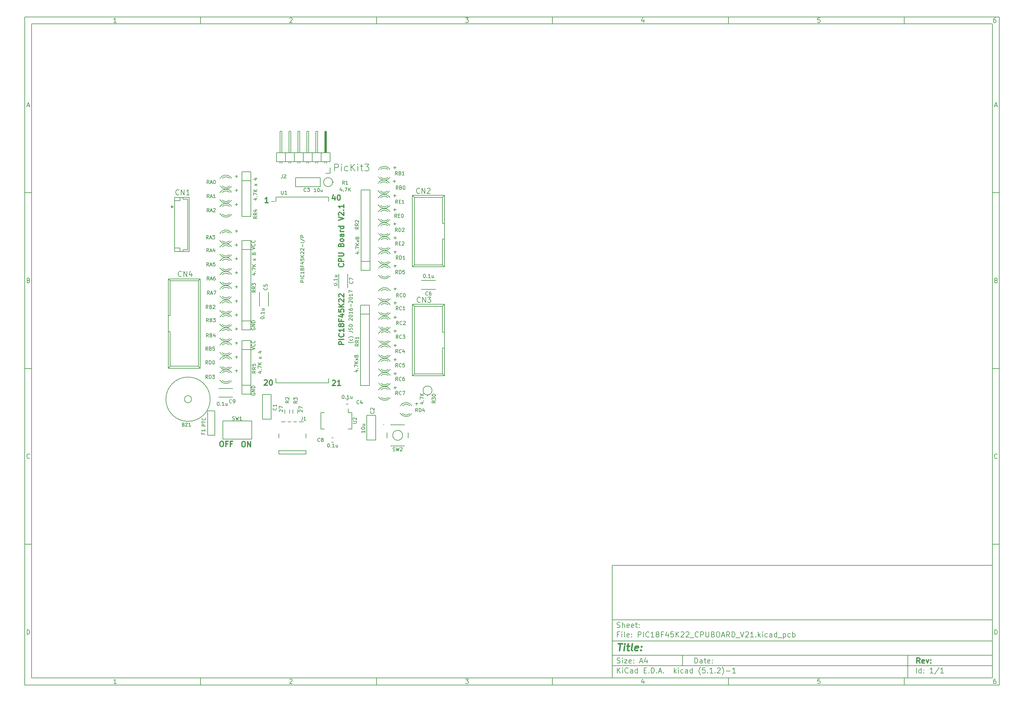
<source format=gto>
G04 #@! TF.GenerationSoftware,KiCad,Pcbnew,(5.1.2)-1*
G04 #@! TF.CreationDate,2019-04-29T19:23:30+09:00*
G04 #@! TF.ProjectId,PIC18F45K22_CPUBOARD_V21,50494331-3846-4343-954b-32325f435055,rev?*
G04 #@! TF.SameCoordinates,Original*
G04 #@! TF.FileFunction,Legend,Top*
G04 #@! TF.FilePolarity,Positive*
%FSLAX46Y46*%
G04 Gerber Fmt 4.6, Leading zero omitted, Abs format (unit mm)*
G04 Created by KiCad (PCBNEW (5.1.2)-1) date 2019-04-29 19:23:30*
%MOMM*%
%LPD*%
G04 APERTURE LIST*
%ADD10C,0.100000*%
%ADD11C,0.150000*%
%ADD12C,0.300000*%
%ADD13C,0.400000*%
%ADD14C,0.200000*%
%ADD15R,2.250000X2.250000*%
%ADD16C,2.250000*%
%ADD17R,1.900000X1.900000*%
%ADD18C,1.900000*%
%ADD19O,0.750000X1.600000*%
%ADD20C,1.700000*%
%ADD21R,1.797000X1.797000*%
%ADD22C,1.797000*%
%ADD23C,3.900000*%
%ADD24C,1.924000*%
%ADD25R,2.127200X2.127200*%
%ADD26O,2.127200X2.127200*%
%ADD27O,1.400000X1.600000*%
%ADD28O,1.700000X3.600000*%
%ADD29R,2.127200X2.432000*%
%ADD30O,2.127200X2.432000*%
%ADD31C,2.100000*%
%ADD32R,1.700000X1.700000*%
%ADD33R,1.600000X1.600000*%
%ADD34C,1.600000*%
%ADD35O,2.700000X2.000000*%
%ADD36R,1.600000X1.150000*%
%ADD37R,1.300000X1.600000*%
G04 APERTURE END LIST*
D10*
D11*
X177002200Y-166007200D02*
X177002200Y-198007200D01*
X285002200Y-198007200D01*
X285002200Y-166007200D01*
X177002200Y-166007200D01*
D10*
D11*
X10000000Y-10000000D02*
X10000000Y-200007200D01*
X287002200Y-200007200D01*
X287002200Y-10000000D01*
X10000000Y-10000000D01*
D10*
D11*
X12000000Y-12000000D02*
X12000000Y-198007200D01*
X285002200Y-198007200D01*
X285002200Y-12000000D01*
X12000000Y-12000000D01*
D10*
D11*
X60000000Y-12000000D02*
X60000000Y-10000000D01*
D10*
D11*
X110000000Y-12000000D02*
X110000000Y-10000000D01*
D10*
D11*
X160000000Y-12000000D02*
X160000000Y-10000000D01*
D10*
D11*
X210000000Y-12000000D02*
X210000000Y-10000000D01*
D10*
D11*
X260000000Y-12000000D02*
X260000000Y-10000000D01*
D10*
D11*
X36065476Y-11588095D02*
X35322619Y-11588095D01*
X35694047Y-11588095D02*
X35694047Y-10288095D01*
X35570238Y-10473809D01*
X35446428Y-10597619D01*
X35322619Y-10659523D01*
D10*
D11*
X85322619Y-10411904D02*
X85384523Y-10350000D01*
X85508333Y-10288095D01*
X85817857Y-10288095D01*
X85941666Y-10350000D01*
X86003571Y-10411904D01*
X86065476Y-10535714D01*
X86065476Y-10659523D01*
X86003571Y-10845238D01*
X85260714Y-11588095D01*
X86065476Y-11588095D01*
D10*
D11*
X135260714Y-10288095D02*
X136065476Y-10288095D01*
X135632142Y-10783333D01*
X135817857Y-10783333D01*
X135941666Y-10845238D01*
X136003571Y-10907142D01*
X136065476Y-11030952D01*
X136065476Y-11340476D01*
X136003571Y-11464285D01*
X135941666Y-11526190D01*
X135817857Y-11588095D01*
X135446428Y-11588095D01*
X135322619Y-11526190D01*
X135260714Y-11464285D01*
D10*
D11*
X185941666Y-10721428D02*
X185941666Y-11588095D01*
X185632142Y-10226190D02*
X185322619Y-11154761D01*
X186127380Y-11154761D01*
D10*
D11*
X236003571Y-10288095D02*
X235384523Y-10288095D01*
X235322619Y-10907142D01*
X235384523Y-10845238D01*
X235508333Y-10783333D01*
X235817857Y-10783333D01*
X235941666Y-10845238D01*
X236003571Y-10907142D01*
X236065476Y-11030952D01*
X236065476Y-11340476D01*
X236003571Y-11464285D01*
X235941666Y-11526190D01*
X235817857Y-11588095D01*
X235508333Y-11588095D01*
X235384523Y-11526190D01*
X235322619Y-11464285D01*
D10*
D11*
X285941666Y-10288095D02*
X285694047Y-10288095D01*
X285570238Y-10350000D01*
X285508333Y-10411904D01*
X285384523Y-10597619D01*
X285322619Y-10845238D01*
X285322619Y-11340476D01*
X285384523Y-11464285D01*
X285446428Y-11526190D01*
X285570238Y-11588095D01*
X285817857Y-11588095D01*
X285941666Y-11526190D01*
X286003571Y-11464285D01*
X286065476Y-11340476D01*
X286065476Y-11030952D01*
X286003571Y-10907142D01*
X285941666Y-10845238D01*
X285817857Y-10783333D01*
X285570238Y-10783333D01*
X285446428Y-10845238D01*
X285384523Y-10907142D01*
X285322619Y-11030952D01*
D10*
D11*
X60000000Y-198007200D02*
X60000000Y-200007200D01*
D10*
D11*
X110000000Y-198007200D02*
X110000000Y-200007200D01*
D10*
D11*
X160000000Y-198007200D02*
X160000000Y-200007200D01*
D10*
D11*
X210000000Y-198007200D02*
X210000000Y-200007200D01*
D10*
D11*
X260000000Y-198007200D02*
X260000000Y-200007200D01*
D10*
D11*
X36065476Y-199595295D02*
X35322619Y-199595295D01*
X35694047Y-199595295D02*
X35694047Y-198295295D01*
X35570238Y-198481009D01*
X35446428Y-198604819D01*
X35322619Y-198666723D01*
D10*
D11*
X85322619Y-198419104D02*
X85384523Y-198357200D01*
X85508333Y-198295295D01*
X85817857Y-198295295D01*
X85941666Y-198357200D01*
X86003571Y-198419104D01*
X86065476Y-198542914D01*
X86065476Y-198666723D01*
X86003571Y-198852438D01*
X85260714Y-199595295D01*
X86065476Y-199595295D01*
D10*
D11*
X135260714Y-198295295D02*
X136065476Y-198295295D01*
X135632142Y-198790533D01*
X135817857Y-198790533D01*
X135941666Y-198852438D01*
X136003571Y-198914342D01*
X136065476Y-199038152D01*
X136065476Y-199347676D01*
X136003571Y-199471485D01*
X135941666Y-199533390D01*
X135817857Y-199595295D01*
X135446428Y-199595295D01*
X135322619Y-199533390D01*
X135260714Y-199471485D01*
D10*
D11*
X185941666Y-198728628D02*
X185941666Y-199595295D01*
X185632142Y-198233390D02*
X185322619Y-199161961D01*
X186127380Y-199161961D01*
D10*
D11*
X236003571Y-198295295D02*
X235384523Y-198295295D01*
X235322619Y-198914342D01*
X235384523Y-198852438D01*
X235508333Y-198790533D01*
X235817857Y-198790533D01*
X235941666Y-198852438D01*
X236003571Y-198914342D01*
X236065476Y-199038152D01*
X236065476Y-199347676D01*
X236003571Y-199471485D01*
X235941666Y-199533390D01*
X235817857Y-199595295D01*
X235508333Y-199595295D01*
X235384523Y-199533390D01*
X235322619Y-199471485D01*
D10*
D11*
X285941666Y-198295295D02*
X285694047Y-198295295D01*
X285570238Y-198357200D01*
X285508333Y-198419104D01*
X285384523Y-198604819D01*
X285322619Y-198852438D01*
X285322619Y-199347676D01*
X285384523Y-199471485D01*
X285446428Y-199533390D01*
X285570238Y-199595295D01*
X285817857Y-199595295D01*
X285941666Y-199533390D01*
X286003571Y-199471485D01*
X286065476Y-199347676D01*
X286065476Y-199038152D01*
X286003571Y-198914342D01*
X285941666Y-198852438D01*
X285817857Y-198790533D01*
X285570238Y-198790533D01*
X285446428Y-198852438D01*
X285384523Y-198914342D01*
X285322619Y-199038152D01*
D10*
D11*
X10000000Y-60000000D02*
X12000000Y-60000000D01*
D10*
D11*
X10000000Y-110000000D02*
X12000000Y-110000000D01*
D10*
D11*
X10000000Y-160000000D02*
X12000000Y-160000000D01*
D10*
D11*
X10690476Y-35216666D02*
X11309523Y-35216666D01*
X10566666Y-35588095D02*
X11000000Y-34288095D01*
X11433333Y-35588095D01*
D10*
D11*
X11092857Y-84907142D02*
X11278571Y-84969047D01*
X11340476Y-85030952D01*
X11402380Y-85154761D01*
X11402380Y-85340476D01*
X11340476Y-85464285D01*
X11278571Y-85526190D01*
X11154761Y-85588095D01*
X10659523Y-85588095D01*
X10659523Y-84288095D01*
X11092857Y-84288095D01*
X11216666Y-84350000D01*
X11278571Y-84411904D01*
X11340476Y-84535714D01*
X11340476Y-84659523D01*
X11278571Y-84783333D01*
X11216666Y-84845238D01*
X11092857Y-84907142D01*
X10659523Y-84907142D01*
D10*
D11*
X11402380Y-135464285D02*
X11340476Y-135526190D01*
X11154761Y-135588095D01*
X11030952Y-135588095D01*
X10845238Y-135526190D01*
X10721428Y-135402380D01*
X10659523Y-135278571D01*
X10597619Y-135030952D01*
X10597619Y-134845238D01*
X10659523Y-134597619D01*
X10721428Y-134473809D01*
X10845238Y-134350000D01*
X11030952Y-134288095D01*
X11154761Y-134288095D01*
X11340476Y-134350000D01*
X11402380Y-134411904D01*
D10*
D11*
X10659523Y-185588095D02*
X10659523Y-184288095D01*
X10969047Y-184288095D01*
X11154761Y-184350000D01*
X11278571Y-184473809D01*
X11340476Y-184597619D01*
X11402380Y-184845238D01*
X11402380Y-185030952D01*
X11340476Y-185278571D01*
X11278571Y-185402380D01*
X11154761Y-185526190D01*
X10969047Y-185588095D01*
X10659523Y-185588095D01*
D10*
D11*
X287002200Y-60000000D02*
X285002200Y-60000000D01*
D10*
D11*
X287002200Y-110000000D02*
X285002200Y-110000000D01*
D10*
D11*
X287002200Y-160000000D02*
X285002200Y-160000000D01*
D10*
D11*
X285692676Y-35216666D02*
X286311723Y-35216666D01*
X285568866Y-35588095D02*
X286002200Y-34288095D01*
X286435533Y-35588095D01*
D10*
D11*
X286095057Y-84907142D02*
X286280771Y-84969047D01*
X286342676Y-85030952D01*
X286404580Y-85154761D01*
X286404580Y-85340476D01*
X286342676Y-85464285D01*
X286280771Y-85526190D01*
X286156961Y-85588095D01*
X285661723Y-85588095D01*
X285661723Y-84288095D01*
X286095057Y-84288095D01*
X286218866Y-84350000D01*
X286280771Y-84411904D01*
X286342676Y-84535714D01*
X286342676Y-84659523D01*
X286280771Y-84783333D01*
X286218866Y-84845238D01*
X286095057Y-84907142D01*
X285661723Y-84907142D01*
D10*
D11*
X286404580Y-135464285D02*
X286342676Y-135526190D01*
X286156961Y-135588095D01*
X286033152Y-135588095D01*
X285847438Y-135526190D01*
X285723628Y-135402380D01*
X285661723Y-135278571D01*
X285599819Y-135030952D01*
X285599819Y-134845238D01*
X285661723Y-134597619D01*
X285723628Y-134473809D01*
X285847438Y-134350000D01*
X286033152Y-134288095D01*
X286156961Y-134288095D01*
X286342676Y-134350000D01*
X286404580Y-134411904D01*
D10*
D11*
X285661723Y-185588095D02*
X285661723Y-184288095D01*
X285971247Y-184288095D01*
X286156961Y-184350000D01*
X286280771Y-184473809D01*
X286342676Y-184597619D01*
X286404580Y-184845238D01*
X286404580Y-185030952D01*
X286342676Y-185278571D01*
X286280771Y-185402380D01*
X286156961Y-185526190D01*
X285971247Y-185588095D01*
X285661723Y-185588095D01*
D10*
D11*
X200434342Y-193785771D02*
X200434342Y-192285771D01*
X200791485Y-192285771D01*
X201005771Y-192357200D01*
X201148628Y-192500057D01*
X201220057Y-192642914D01*
X201291485Y-192928628D01*
X201291485Y-193142914D01*
X201220057Y-193428628D01*
X201148628Y-193571485D01*
X201005771Y-193714342D01*
X200791485Y-193785771D01*
X200434342Y-193785771D01*
X202577200Y-193785771D02*
X202577200Y-193000057D01*
X202505771Y-192857200D01*
X202362914Y-192785771D01*
X202077200Y-192785771D01*
X201934342Y-192857200D01*
X202577200Y-193714342D02*
X202434342Y-193785771D01*
X202077200Y-193785771D01*
X201934342Y-193714342D01*
X201862914Y-193571485D01*
X201862914Y-193428628D01*
X201934342Y-193285771D01*
X202077200Y-193214342D01*
X202434342Y-193214342D01*
X202577200Y-193142914D01*
X203077200Y-192785771D02*
X203648628Y-192785771D01*
X203291485Y-192285771D02*
X203291485Y-193571485D01*
X203362914Y-193714342D01*
X203505771Y-193785771D01*
X203648628Y-193785771D01*
X204720057Y-193714342D02*
X204577200Y-193785771D01*
X204291485Y-193785771D01*
X204148628Y-193714342D01*
X204077200Y-193571485D01*
X204077200Y-193000057D01*
X204148628Y-192857200D01*
X204291485Y-192785771D01*
X204577200Y-192785771D01*
X204720057Y-192857200D01*
X204791485Y-193000057D01*
X204791485Y-193142914D01*
X204077200Y-193285771D01*
X205434342Y-193642914D02*
X205505771Y-193714342D01*
X205434342Y-193785771D01*
X205362914Y-193714342D01*
X205434342Y-193642914D01*
X205434342Y-193785771D01*
X205434342Y-192857200D02*
X205505771Y-192928628D01*
X205434342Y-193000057D01*
X205362914Y-192928628D01*
X205434342Y-192857200D01*
X205434342Y-193000057D01*
D10*
D11*
X177002200Y-194507200D02*
X285002200Y-194507200D01*
D10*
D11*
X178434342Y-196585771D02*
X178434342Y-195085771D01*
X179291485Y-196585771D02*
X178648628Y-195728628D01*
X179291485Y-195085771D02*
X178434342Y-195942914D01*
X179934342Y-196585771D02*
X179934342Y-195585771D01*
X179934342Y-195085771D02*
X179862914Y-195157200D01*
X179934342Y-195228628D01*
X180005771Y-195157200D01*
X179934342Y-195085771D01*
X179934342Y-195228628D01*
X181505771Y-196442914D02*
X181434342Y-196514342D01*
X181220057Y-196585771D01*
X181077200Y-196585771D01*
X180862914Y-196514342D01*
X180720057Y-196371485D01*
X180648628Y-196228628D01*
X180577200Y-195942914D01*
X180577200Y-195728628D01*
X180648628Y-195442914D01*
X180720057Y-195300057D01*
X180862914Y-195157200D01*
X181077200Y-195085771D01*
X181220057Y-195085771D01*
X181434342Y-195157200D01*
X181505771Y-195228628D01*
X182791485Y-196585771D02*
X182791485Y-195800057D01*
X182720057Y-195657200D01*
X182577200Y-195585771D01*
X182291485Y-195585771D01*
X182148628Y-195657200D01*
X182791485Y-196514342D02*
X182648628Y-196585771D01*
X182291485Y-196585771D01*
X182148628Y-196514342D01*
X182077200Y-196371485D01*
X182077200Y-196228628D01*
X182148628Y-196085771D01*
X182291485Y-196014342D01*
X182648628Y-196014342D01*
X182791485Y-195942914D01*
X184148628Y-196585771D02*
X184148628Y-195085771D01*
X184148628Y-196514342D02*
X184005771Y-196585771D01*
X183720057Y-196585771D01*
X183577200Y-196514342D01*
X183505771Y-196442914D01*
X183434342Y-196300057D01*
X183434342Y-195871485D01*
X183505771Y-195728628D01*
X183577200Y-195657200D01*
X183720057Y-195585771D01*
X184005771Y-195585771D01*
X184148628Y-195657200D01*
X186005771Y-195800057D02*
X186505771Y-195800057D01*
X186720057Y-196585771D02*
X186005771Y-196585771D01*
X186005771Y-195085771D01*
X186720057Y-195085771D01*
X187362914Y-196442914D02*
X187434342Y-196514342D01*
X187362914Y-196585771D01*
X187291485Y-196514342D01*
X187362914Y-196442914D01*
X187362914Y-196585771D01*
X188077200Y-196585771D02*
X188077200Y-195085771D01*
X188434342Y-195085771D01*
X188648628Y-195157200D01*
X188791485Y-195300057D01*
X188862914Y-195442914D01*
X188934342Y-195728628D01*
X188934342Y-195942914D01*
X188862914Y-196228628D01*
X188791485Y-196371485D01*
X188648628Y-196514342D01*
X188434342Y-196585771D01*
X188077200Y-196585771D01*
X189577200Y-196442914D02*
X189648628Y-196514342D01*
X189577200Y-196585771D01*
X189505771Y-196514342D01*
X189577200Y-196442914D01*
X189577200Y-196585771D01*
X190220057Y-196157200D02*
X190934342Y-196157200D01*
X190077200Y-196585771D02*
X190577200Y-195085771D01*
X191077200Y-196585771D01*
X191577200Y-196442914D02*
X191648628Y-196514342D01*
X191577200Y-196585771D01*
X191505771Y-196514342D01*
X191577200Y-196442914D01*
X191577200Y-196585771D01*
X194577200Y-196585771D02*
X194577200Y-195085771D01*
X194720057Y-196014342D02*
X195148628Y-196585771D01*
X195148628Y-195585771D02*
X194577200Y-196157200D01*
X195791485Y-196585771D02*
X195791485Y-195585771D01*
X195791485Y-195085771D02*
X195720057Y-195157200D01*
X195791485Y-195228628D01*
X195862914Y-195157200D01*
X195791485Y-195085771D01*
X195791485Y-195228628D01*
X197148628Y-196514342D02*
X197005771Y-196585771D01*
X196720057Y-196585771D01*
X196577200Y-196514342D01*
X196505771Y-196442914D01*
X196434342Y-196300057D01*
X196434342Y-195871485D01*
X196505771Y-195728628D01*
X196577200Y-195657200D01*
X196720057Y-195585771D01*
X197005771Y-195585771D01*
X197148628Y-195657200D01*
X198434342Y-196585771D02*
X198434342Y-195800057D01*
X198362914Y-195657200D01*
X198220057Y-195585771D01*
X197934342Y-195585771D01*
X197791485Y-195657200D01*
X198434342Y-196514342D02*
X198291485Y-196585771D01*
X197934342Y-196585771D01*
X197791485Y-196514342D01*
X197720057Y-196371485D01*
X197720057Y-196228628D01*
X197791485Y-196085771D01*
X197934342Y-196014342D01*
X198291485Y-196014342D01*
X198434342Y-195942914D01*
X199791485Y-196585771D02*
X199791485Y-195085771D01*
X199791485Y-196514342D02*
X199648628Y-196585771D01*
X199362914Y-196585771D01*
X199220057Y-196514342D01*
X199148628Y-196442914D01*
X199077200Y-196300057D01*
X199077200Y-195871485D01*
X199148628Y-195728628D01*
X199220057Y-195657200D01*
X199362914Y-195585771D01*
X199648628Y-195585771D01*
X199791485Y-195657200D01*
X202077200Y-197157200D02*
X202005771Y-197085771D01*
X201862914Y-196871485D01*
X201791485Y-196728628D01*
X201720057Y-196514342D01*
X201648628Y-196157200D01*
X201648628Y-195871485D01*
X201720057Y-195514342D01*
X201791485Y-195300057D01*
X201862914Y-195157200D01*
X202005771Y-194942914D01*
X202077200Y-194871485D01*
X203362914Y-195085771D02*
X202648628Y-195085771D01*
X202577200Y-195800057D01*
X202648628Y-195728628D01*
X202791485Y-195657200D01*
X203148628Y-195657200D01*
X203291485Y-195728628D01*
X203362914Y-195800057D01*
X203434342Y-195942914D01*
X203434342Y-196300057D01*
X203362914Y-196442914D01*
X203291485Y-196514342D01*
X203148628Y-196585771D01*
X202791485Y-196585771D01*
X202648628Y-196514342D01*
X202577200Y-196442914D01*
X204077200Y-196442914D02*
X204148628Y-196514342D01*
X204077200Y-196585771D01*
X204005771Y-196514342D01*
X204077200Y-196442914D01*
X204077200Y-196585771D01*
X205577200Y-196585771D02*
X204720057Y-196585771D01*
X205148628Y-196585771D02*
X205148628Y-195085771D01*
X205005771Y-195300057D01*
X204862914Y-195442914D01*
X204720057Y-195514342D01*
X206220057Y-196442914D02*
X206291485Y-196514342D01*
X206220057Y-196585771D01*
X206148628Y-196514342D01*
X206220057Y-196442914D01*
X206220057Y-196585771D01*
X206862914Y-195228628D02*
X206934342Y-195157200D01*
X207077200Y-195085771D01*
X207434342Y-195085771D01*
X207577200Y-195157200D01*
X207648628Y-195228628D01*
X207720057Y-195371485D01*
X207720057Y-195514342D01*
X207648628Y-195728628D01*
X206791485Y-196585771D01*
X207720057Y-196585771D01*
X208220057Y-197157200D02*
X208291485Y-197085771D01*
X208434342Y-196871485D01*
X208505771Y-196728628D01*
X208577200Y-196514342D01*
X208648628Y-196157200D01*
X208648628Y-195871485D01*
X208577200Y-195514342D01*
X208505771Y-195300057D01*
X208434342Y-195157200D01*
X208291485Y-194942914D01*
X208220057Y-194871485D01*
X209362914Y-196014342D02*
X210505771Y-196014342D01*
X212005771Y-196585771D02*
X211148628Y-196585771D01*
X211577200Y-196585771D02*
X211577200Y-195085771D01*
X211434342Y-195300057D01*
X211291485Y-195442914D01*
X211148628Y-195514342D01*
D10*
D11*
X177002200Y-191507200D02*
X285002200Y-191507200D01*
D10*
D12*
X264411485Y-193785771D02*
X263911485Y-193071485D01*
X263554342Y-193785771D02*
X263554342Y-192285771D01*
X264125771Y-192285771D01*
X264268628Y-192357200D01*
X264340057Y-192428628D01*
X264411485Y-192571485D01*
X264411485Y-192785771D01*
X264340057Y-192928628D01*
X264268628Y-193000057D01*
X264125771Y-193071485D01*
X263554342Y-193071485D01*
X265625771Y-193714342D02*
X265482914Y-193785771D01*
X265197200Y-193785771D01*
X265054342Y-193714342D01*
X264982914Y-193571485D01*
X264982914Y-193000057D01*
X265054342Y-192857200D01*
X265197200Y-192785771D01*
X265482914Y-192785771D01*
X265625771Y-192857200D01*
X265697200Y-193000057D01*
X265697200Y-193142914D01*
X264982914Y-193285771D01*
X266197200Y-192785771D02*
X266554342Y-193785771D01*
X266911485Y-192785771D01*
X267482914Y-193642914D02*
X267554342Y-193714342D01*
X267482914Y-193785771D01*
X267411485Y-193714342D01*
X267482914Y-193642914D01*
X267482914Y-193785771D01*
X267482914Y-192857200D02*
X267554342Y-192928628D01*
X267482914Y-193000057D01*
X267411485Y-192928628D01*
X267482914Y-192857200D01*
X267482914Y-193000057D01*
D10*
D11*
X178362914Y-193714342D02*
X178577200Y-193785771D01*
X178934342Y-193785771D01*
X179077200Y-193714342D01*
X179148628Y-193642914D01*
X179220057Y-193500057D01*
X179220057Y-193357200D01*
X179148628Y-193214342D01*
X179077200Y-193142914D01*
X178934342Y-193071485D01*
X178648628Y-193000057D01*
X178505771Y-192928628D01*
X178434342Y-192857200D01*
X178362914Y-192714342D01*
X178362914Y-192571485D01*
X178434342Y-192428628D01*
X178505771Y-192357200D01*
X178648628Y-192285771D01*
X179005771Y-192285771D01*
X179220057Y-192357200D01*
X179862914Y-193785771D02*
X179862914Y-192785771D01*
X179862914Y-192285771D02*
X179791485Y-192357200D01*
X179862914Y-192428628D01*
X179934342Y-192357200D01*
X179862914Y-192285771D01*
X179862914Y-192428628D01*
X180434342Y-192785771D02*
X181220057Y-192785771D01*
X180434342Y-193785771D01*
X181220057Y-193785771D01*
X182362914Y-193714342D02*
X182220057Y-193785771D01*
X181934342Y-193785771D01*
X181791485Y-193714342D01*
X181720057Y-193571485D01*
X181720057Y-193000057D01*
X181791485Y-192857200D01*
X181934342Y-192785771D01*
X182220057Y-192785771D01*
X182362914Y-192857200D01*
X182434342Y-193000057D01*
X182434342Y-193142914D01*
X181720057Y-193285771D01*
X183077200Y-193642914D02*
X183148628Y-193714342D01*
X183077200Y-193785771D01*
X183005771Y-193714342D01*
X183077200Y-193642914D01*
X183077200Y-193785771D01*
X183077200Y-192857200D02*
X183148628Y-192928628D01*
X183077200Y-193000057D01*
X183005771Y-192928628D01*
X183077200Y-192857200D01*
X183077200Y-193000057D01*
X184862914Y-193357200D02*
X185577200Y-193357200D01*
X184720057Y-193785771D02*
X185220057Y-192285771D01*
X185720057Y-193785771D01*
X186862914Y-192785771D02*
X186862914Y-193785771D01*
X186505771Y-192214342D02*
X186148628Y-193285771D01*
X187077200Y-193285771D01*
D10*
D11*
X263434342Y-196585771D02*
X263434342Y-195085771D01*
X264791485Y-196585771D02*
X264791485Y-195085771D01*
X264791485Y-196514342D02*
X264648628Y-196585771D01*
X264362914Y-196585771D01*
X264220057Y-196514342D01*
X264148628Y-196442914D01*
X264077200Y-196300057D01*
X264077200Y-195871485D01*
X264148628Y-195728628D01*
X264220057Y-195657200D01*
X264362914Y-195585771D01*
X264648628Y-195585771D01*
X264791485Y-195657200D01*
X265505771Y-196442914D02*
X265577200Y-196514342D01*
X265505771Y-196585771D01*
X265434342Y-196514342D01*
X265505771Y-196442914D01*
X265505771Y-196585771D01*
X265505771Y-195657200D02*
X265577200Y-195728628D01*
X265505771Y-195800057D01*
X265434342Y-195728628D01*
X265505771Y-195657200D01*
X265505771Y-195800057D01*
X268148628Y-196585771D02*
X267291485Y-196585771D01*
X267720057Y-196585771D02*
X267720057Y-195085771D01*
X267577200Y-195300057D01*
X267434342Y-195442914D01*
X267291485Y-195514342D01*
X269862914Y-195014342D02*
X268577200Y-196942914D01*
X271148628Y-196585771D02*
X270291485Y-196585771D01*
X270720057Y-196585771D02*
X270720057Y-195085771D01*
X270577200Y-195300057D01*
X270434342Y-195442914D01*
X270291485Y-195514342D01*
D10*
D11*
X177002200Y-187507200D02*
X285002200Y-187507200D01*
D10*
D13*
X178714580Y-188211961D02*
X179857438Y-188211961D01*
X179036009Y-190211961D02*
X179286009Y-188211961D01*
X180274104Y-190211961D02*
X180440771Y-188878628D01*
X180524104Y-188211961D02*
X180416961Y-188307200D01*
X180500295Y-188402438D01*
X180607438Y-188307200D01*
X180524104Y-188211961D01*
X180500295Y-188402438D01*
X181107438Y-188878628D02*
X181869342Y-188878628D01*
X181476485Y-188211961D02*
X181262200Y-189926247D01*
X181333628Y-190116723D01*
X181512200Y-190211961D01*
X181702676Y-190211961D01*
X182655057Y-190211961D02*
X182476485Y-190116723D01*
X182405057Y-189926247D01*
X182619342Y-188211961D01*
X184190771Y-190116723D02*
X183988390Y-190211961D01*
X183607438Y-190211961D01*
X183428866Y-190116723D01*
X183357438Y-189926247D01*
X183452676Y-189164342D01*
X183571723Y-188973866D01*
X183774104Y-188878628D01*
X184155057Y-188878628D01*
X184333628Y-188973866D01*
X184405057Y-189164342D01*
X184381247Y-189354819D01*
X183405057Y-189545295D01*
X185155057Y-190021485D02*
X185238390Y-190116723D01*
X185131247Y-190211961D01*
X185047914Y-190116723D01*
X185155057Y-190021485D01*
X185131247Y-190211961D01*
X185286009Y-188973866D02*
X185369342Y-189069104D01*
X185262200Y-189164342D01*
X185178866Y-189069104D01*
X185286009Y-188973866D01*
X185262200Y-189164342D01*
D10*
D11*
X178934342Y-185600057D02*
X178434342Y-185600057D01*
X178434342Y-186385771D02*
X178434342Y-184885771D01*
X179148628Y-184885771D01*
X179720057Y-186385771D02*
X179720057Y-185385771D01*
X179720057Y-184885771D02*
X179648628Y-184957200D01*
X179720057Y-185028628D01*
X179791485Y-184957200D01*
X179720057Y-184885771D01*
X179720057Y-185028628D01*
X180648628Y-186385771D02*
X180505771Y-186314342D01*
X180434342Y-186171485D01*
X180434342Y-184885771D01*
X181791485Y-186314342D02*
X181648628Y-186385771D01*
X181362914Y-186385771D01*
X181220057Y-186314342D01*
X181148628Y-186171485D01*
X181148628Y-185600057D01*
X181220057Y-185457200D01*
X181362914Y-185385771D01*
X181648628Y-185385771D01*
X181791485Y-185457200D01*
X181862914Y-185600057D01*
X181862914Y-185742914D01*
X181148628Y-185885771D01*
X182505771Y-186242914D02*
X182577200Y-186314342D01*
X182505771Y-186385771D01*
X182434342Y-186314342D01*
X182505771Y-186242914D01*
X182505771Y-186385771D01*
X182505771Y-185457200D02*
X182577200Y-185528628D01*
X182505771Y-185600057D01*
X182434342Y-185528628D01*
X182505771Y-185457200D01*
X182505771Y-185600057D01*
X184362914Y-186385771D02*
X184362914Y-184885771D01*
X184934342Y-184885771D01*
X185077200Y-184957200D01*
X185148628Y-185028628D01*
X185220057Y-185171485D01*
X185220057Y-185385771D01*
X185148628Y-185528628D01*
X185077200Y-185600057D01*
X184934342Y-185671485D01*
X184362914Y-185671485D01*
X185862914Y-186385771D02*
X185862914Y-184885771D01*
X187434342Y-186242914D02*
X187362914Y-186314342D01*
X187148628Y-186385771D01*
X187005771Y-186385771D01*
X186791485Y-186314342D01*
X186648628Y-186171485D01*
X186577200Y-186028628D01*
X186505771Y-185742914D01*
X186505771Y-185528628D01*
X186577200Y-185242914D01*
X186648628Y-185100057D01*
X186791485Y-184957200D01*
X187005771Y-184885771D01*
X187148628Y-184885771D01*
X187362914Y-184957200D01*
X187434342Y-185028628D01*
X188862914Y-186385771D02*
X188005771Y-186385771D01*
X188434342Y-186385771D02*
X188434342Y-184885771D01*
X188291485Y-185100057D01*
X188148628Y-185242914D01*
X188005771Y-185314342D01*
X189720057Y-185528628D02*
X189577200Y-185457200D01*
X189505771Y-185385771D01*
X189434342Y-185242914D01*
X189434342Y-185171485D01*
X189505771Y-185028628D01*
X189577200Y-184957200D01*
X189720057Y-184885771D01*
X190005771Y-184885771D01*
X190148628Y-184957200D01*
X190220057Y-185028628D01*
X190291485Y-185171485D01*
X190291485Y-185242914D01*
X190220057Y-185385771D01*
X190148628Y-185457200D01*
X190005771Y-185528628D01*
X189720057Y-185528628D01*
X189577200Y-185600057D01*
X189505771Y-185671485D01*
X189434342Y-185814342D01*
X189434342Y-186100057D01*
X189505771Y-186242914D01*
X189577200Y-186314342D01*
X189720057Y-186385771D01*
X190005771Y-186385771D01*
X190148628Y-186314342D01*
X190220057Y-186242914D01*
X190291485Y-186100057D01*
X190291485Y-185814342D01*
X190220057Y-185671485D01*
X190148628Y-185600057D01*
X190005771Y-185528628D01*
X191434342Y-185600057D02*
X190934342Y-185600057D01*
X190934342Y-186385771D02*
X190934342Y-184885771D01*
X191648628Y-184885771D01*
X192862914Y-185385771D02*
X192862914Y-186385771D01*
X192505771Y-184814342D02*
X192148628Y-185885771D01*
X193077200Y-185885771D01*
X194362914Y-184885771D02*
X193648628Y-184885771D01*
X193577200Y-185600057D01*
X193648628Y-185528628D01*
X193791485Y-185457200D01*
X194148628Y-185457200D01*
X194291485Y-185528628D01*
X194362914Y-185600057D01*
X194434342Y-185742914D01*
X194434342Y-186100057D01*
X194362914Y-186242914D01*
X194291485Y-186314342D01*
X194148628Y-186385771D01*
X193791485Y-186385771D01*
X193648628Y-186314342D01*
X193577200Y-186242914D01*
X195077200Y-186385771D02*
X195077200Y-184885771D01*
X195934342Y-186385771D02*
X195291485Y-185528628D01*
X195934342Y-184885771D02*
X195077200Y-185742914D01*
X196505771Y-185028628D02*
X196577200Y-184957200D01*
X196720057Y-184885771D01*
X197077200Y-184885771D01*
X197220057Y-184957200D01*
X197291485Y-185028628D01*
X197362914Y-185171485D01*
X197362914Y-185314342D01*
X197291485Y-185528628D01*
X196434342Y-186385771D01*
X197362914Y-186385771D01*
X197934342Y-185028628D02*
X198005771Y-184957200D01*
X198148628Y-184885771D01*
X198505771Y-184885771D01*
X198648628Y-184957200D01*
X198720057Y-185028628D01*
X198791485Y-185171485D01*
X198791485Y-185314342D01*
X198720057Y-185528628D01*
X197862914Y-186385771D01*
X198791485Y-186385771D01*
X199077200Y-186528628D02*
X200220057Y-186528628D01*
X201434342Y-186242914D02*
X201362914Y-186314342D01*
X201148628Y-186385771D01*
X201005771Y-186385771D01*
X200791485Y-186314342D01*
X200648628Y-186171485D01*
X200577200Y-186028628D01*
X200505771Y-185742914D01*
X200505771Y-185528628D01*
X200577200Y-185242914D01*
X200648628Y-185100057D01*
X200791485Y-184957200D01*
X201005771Y-184885771D01*
X201148628Y-184885771D01*
X201362914Y-184957200D01*
X201434342Y-185028628D01*
X202077200Y-186385771D02*
X202077200Y-184885771D01*
X202648628Y-184885771D01*
X202791485Y-184957200D01*
X202862914Y-185028628D01*
X202934342Y-185171485D01*
X202934342Y-185385771D01*
X202862914Y-185528628D01*
X202791485Y-185600057D01*
X202648628Y-185671485D01*
X202077200Y-185671485D01*
X203577200Y-184885771D02*
X203577200Y-186100057D01*
X203648628Y-186242914D01*
X203720057Y-186314342D01*
X203862914Y-186385771D01*
X204148628Y-186385771D01*
X204291485Y-186314342D01*
X204362914Y-186242914D01*
X204434342Y-186100057D01*
X204434342Y-184885771D01*
X205648628Y-185600057D02*
X205862914Y-185671485D01*
X205934342Y-185742914D01*
X206005771Y-185885771D01*
X206005771Y-186100057D01*
X205934342Y-186242914D01*
X205862914Y-186314342D01*
X205720057Y-186385771D01*
X205148628Y-186385771D01*
X205148628Y-184885771D01*
X205648628Y-184885771D01*
X205791485Y-184957200D01*
X205862914Y-185028628D01*
X205934342Y-185171485D01*
X205934342Y-185314342D01*
X205862914Y-185457200D01*
X205791485Y-185528628D01*
X205648628Y-185600057D01*
X205148628Y-185600057D01*
X206934342Y-184885771D02*
X207220057Y-184885771D01*
X207362914Y-184957200D01*
X207505771Y-185100057D01*
X207577200Y-185385771D01*
X207577200Y-185885771D01*
X207505771Y-186171485D01*
X207362914Y-186314342D01*
X207220057Y-186385771D01*
X206934342Y-186385771D01*
X206791485Y-186314342D01*
X206648628Y-186171485D01*
X206577200Y-185885771D01*
X206577200Y-185385771D01*
X206648628Y-185100057D01*
X206791485Y-184957200D01*
X206934342Y-184885771D01*
X208148628Y-185957200D02*
X208862914Y-185957200D01*
X208005771Y-186385771D02*
X208505771Y-184885771D01*
X209005771Y-186385771D01*
X210362914Y-186385771D02*
X209862914Y-185671485D01*
X209505771Y-186385771D02*
X209505771Y-184885771D01*
X210077200Y-184885771D01*
X210220057Y-184957200D01*
X210291485Y-185028628D01*
X210362914Y-185171485D01*
X210362914Y-185385771D01*
X210291485Y-185528628D01*
X210220057Y-185600057D01*
X210077200Y-185671485D01*
X209505771Y-185671485D01*
X211005771Y-186385771D02*
X211005771Y-184885771D01*
X211362914Y-184885771D01*
X211577200Y-184957200D01*
X211720057Y-185100057D01*
X211791485Y-185242914D01*
X211862914Y-185528628D01*
X211862914Y-185742914D01*
X211791485Y-186028628D01*
X211720057Y-186171485D01*
X211577200Y-186314342D01*
X211362914Y-186385771D01*
X211005771Y-186385771D01*
X212148628Y-186528628D02*
X213291485Y-186528628D01*
X213434342Y-184885771D02*
X213934342Y-186385771D01*
X214434342Y-184885771D01*
X214862914Y-185028628D02*
X214934342Y-184957200D01*
X215077200Y-184885771D01*
X215434342Y-184885771D01*
X215577200Y-184957200D01*
X215648628Y-185028628D01*
X215720057Y-185171485D01*
X215720057Y-185314342D01*
X215648628Y-185528628D01*
X214791485Y-186385771D01*
X215720057Y-186385771D01*
X217148628Y-186385771D02*
X216291485Y-186385771D01*
X216720057Y-186385771D02*
X216720057Y-184885771D01*
X216577200Y-185100057D01*
X216434342Y-185242914D01*
X216291485Y-185314342D01*
X217791485Y-186242914D02*
X217862914Y-186314342D01*
X217791485Y-186385771D01*
X217720057Y-186314342D01*
X217791485Y-186242914D01*
X217791485Y-186385771D01*
X218505771Y-186385771D02*
X218505771Y-184885771D01*
X218648628Y-185814342D02*
X219077200Y-186385771D01*
X219077200Y-185385771D02*
X218505771Y-185957200D01*
X219720057Y-186385771D02*
X219720057Y-185385771D01*
X219720057Y-184885771D02*
X219648628Y-184957200D01*
X219720057Y-185028628D01*
X219791485Y-184957200D01*
X219720057Y-184885771D01*
X219720057Y-185028628D01*
X221077200Y-186314342D02*
X220934342Y-186385771D01*
X220648628Y-186385771D01*
X220505771Y-186314342D01*
X220434342Y-186242914D01*
X220362914Y-186100057D01*
X220362914Y-185671485D01*
X220434342Y-185528628D01*
X220505771Y-185457200D01*
X220648628Y-185385771D01*
X220934342Y-185385771D01*
X221077200Y-185457200D01*
X222362914Y-186385771D02*
X222362914Y-185600057D01*
X222291485Y-185457200D01*
X222148628Y-185385771D01*
X221862914Y-185385771D01*
X221720057Y-185457200D01*
X222362914Y-186314342D02*
X222220057Y-186385771D01*
X221862914Y-186385771D01*
X221720057Y-186314342D01*
X221648628Y-186171485D01*
X221648628Y-186028628D01*
X221720057Y-185885771D01*
X221862914Y-185814342D01*
X222220057Y-185814342D01*
X222362914Y-185742914D01*
X223720057Y-186385771D02*
X223720057Y-184885771D01*
X223720057Y-186314342D02*
X223577200Y-186385771D01*
X223291485Y-186385771D01*
X223148628Y-186314342D01*
X223077200Y-186242914D01*
X223005771Y-186100057D01*
X223005771Y-185671485D01*
X223077200Y-185528628D01*
X223148628Y-185457200D01*
X223291485Y-185385771D01*
X223577200Y-185385771D01*
X223720057Y-185457200D01*
X224077200Y-186528628D02*
X225220057Y-186528628D01*
X225577200Y-185385771D02*
X225577200Y-186885771D01*
X225577200Y-185457200D02*
X225720057Y-185385771D01*
X226005771Y-185385771D01*
X226148628Y-185457200D01*
X226220057Y-185528628D01*
X226291485Y-185671485D01*
X226291485Y-186100057D01*
X226220057Y-186242914D01*
X226148628Y-186314342D01*
X226005771Y-186385771D01*
X225720057Y-186385771D01*
X225577200Y-186314342D01*
X227577200Y-186314342D02*
X227434342Y-186385771D01*
X227148628Y-186385771D01*
X227005771Y-186314342D01*
X226934342Y-186242914D01*
X226862914Y-186100057D01*
X226862914Y-185671485D01*
X226934342Y-185528628D01*
X227005771Y-185457200D01*
X227148628Y-185385771D01*
X227434342Y-185385771D01*
X227577200Y-185457200D01*
X228220057Y-186385771D02*
X228220057Y-184885771D01*
X228220057Y-185457200D02*
X228362914Y-185385771D01*
X228648628Y-185385771D01*
X228791485Y-185457200D01*
X228862914Y-185528628D01*
X228934342Y-185671485D01*
X228934342Y-186100057D01*
X228862914Y-186242914D01*
X228791485Y-186314342D01*
X228648628Y-186385771D01*
X228362914Y-186385771D01*
X228220057Y-186314342D01*
D10*
D11*
X177002200Y-181507200D02*
X285002200Y-181507200D01*
D10*
D11*
X178362914Y-183614342D02*
X178577200Y-183685771D01*
X178934342Y-183685771D01*
X179077200Y-183614342D01*
X179148628Y-183542914D01*
X179220057Y-183400057D01*
X179220057Y-183257200D01*
X179148628Y-183114342D01*
X179077200Y-183042914D01*
X178934342Y-182971485D01*
X178648628Y-182900057D01*
X178505771Y-182828628D01*
X178434342Y-182757200D01*
X178362914Y-182614342D01*
X178362914Y-182471485D01*
X178434342Y-182328628D01*
X178505771Y-182257200D01*
X178648628Y-182185771D01*
X179005771Y-182185771D01*
X179220057Y-182257200D01*
X179862914Y-183685771D02*
X179862914Y-182185771D01*
X180505771Y-183685771D02*
X180505771Y-182900057D01*
X180434342Y-182757200D01*
X180291485Y-182685771D01*
X180077200Y-182685771D01*
X179934342Y-182757200D01*
X179862914Y-182828628D01*
X181791485Y-183614342D02*
X181648628Y-183685771D01*
X181362914Y-183685771D01*
X181220057Y-183614342D01*
X181148628Y-183471485D01*
X181148628Y-182900057D01*
X181220057Y-182757200D01*
X181362914Y-182685771D01*
X181648628Y-182685771D01*
X181791485Y-182757200D01*
X181862914Y-182900057D01*
X181862914Y-183042914D01*
X181148628Y-183185771D01*
X183077200Y-183614342D02*
X182934342Y-183685771D01*
X182648628Y-183685771D01*
X182505771Y-183614342D01*
X182434342Y-183471485D01*
X182434342Y-182900057D01*
X182505771Y-182757200D01*
X182648628Y-182685771D01*
X182934342Y-182685771D01*
X183077200Y-182757200D01*
X183148628Y-182900057D01*
X183148628Y-183042914D01*
X182434342Y-183185771D01*
X183577200Y-182685771D02*
X184148628Y-182685771D01*
X183791485Y-182185771D02*
X183791485Y-183471485D01*
X183862914Y-183614342D01*
X184005771Y-183685771D01*
X184148628Y-183685771D01*
X184648628Y-183542914D02*
X184720057Y-183614342D01*
X184648628Y-183685771D01*
X184577200Y-183614342D01*
X184648628Y-183542914D01*
X184648628Y-183685771D01*
X184648628Y-182757200D02*
X184720057Y-182828628D01*
X184648628Y-182900057D01*
X184577200Y-182828628D01*
X184648628Y-182757200D01*
X184648628Y-182900057D01*
D10*
D11*
X197002200Y-191507200D02*
X197002200Y-194507200D01*
D10*
D11*
X261002200Y-191507200D02*
X261002200Y-198007200D01*
D12*
X97477142Y-113471428D02*
X97548571Y-113400000D01*
X97691428Y-113328571D01*
X98048571Y-113328571D01*
X98191428Y-113400000D01*
X98262857Y-113471428D01*
X98334285Y-113614285D01*
X98334285Y-113757142D01*
X98262857Y-113971428D01*
X97405714Y-114828571D01*
X98334285Y-114828571D01*
X99762857Y-114828571D02*
X98905714Y-114828571D01*
X99334285Y-114828571D02*
X99334285Y-113328571D01*
X99191428Y-113542857D01*
X99048571Y-113685714D01*
X98905714Y-113757142D01*
X78117142Y-113391428D02*
X78188571Y-113320000D01*
X78331428Y-113248571D01*
X78688571Y-113248571D01*
X78831428Y-113320000D01*
X78902857Y-113391428D01*
X78974285Y-113534285D01*
X78974285Y-113677142D01*
X78902857Y-113891428D01*
X78045714Y-114748571D01*
X78974285Y-114748571D01*
X79902857Y-113248571D02*
X80045714Y-113248571D01*
X80188571Y-113320000D01*
X80260000Y-113391428D01*
X80331428Y-113534285D01*
X80402857Y-113820000D01*
X80402857Y-114177142D01*
X80331428Y-114462857D01*
X80260000Y-114605714D01*
X80188571Y-114677142D01*
X80045714Y-114748571D01*
X79902857Y-114748571D01*
X79760000Y-114677142D01*
X79688571Y-114605714D01*
X79617142Y-114462857D01*
X79545714Y-114177142D01*
X79545714Y-113820000D01*
X79617142Y-113534285D01*
X79688571Y-113391428D01*
X79760000Y-113320000D01*
X79902857Y-113248571D01*
X98131428Y-61128571D02*
X98131428Y-62128571D01*
X97774285Y-60557142D02*
X97417142Y-61628571D01*
X98345714Y-61628571D01*
X99202857Y-60628571D02*
X99345714Y-60628571D01*
X99488571Y-60700000D01*
X99560000Y-60771428D01*
X99631428Y-60914285D01*
X99702857Y-61200000D01*
X99702857Y-61557142D01*
X99631428Y-61842857D01*
X99560000Y-61985714D01*
X99488571Y-62057142D01*
X99345714Y-62128571D01*
X99202857Y-62128571D01*
X99060000Y-62057142D01*
X98988571Y-61985714D01*
X98917142Y-61842857D01*
X98845714Y-61557142D01*
X98845714Y-61200000D01*
X98917142Y-60914285D01*
X98988571Y-60771428D01*
X99060000Y-60700000D01*
X99202857Y-60628571D01*
X79188571Y-62808571D02*
X78331428Y-62808571D01*
X78760000Y-62808571D02*
X78760000Y-61308571D01*
X78617142Y-61522857D01*
X78474285Y-61665714D01*
X78331428Y-61737142D01*
D14*
X98042857Y-53804761D02*
X98042857Y-51804761D01*
X98804761Y-51804761D01*
X98995238Y-51900000D01*
X99090476Y-51995238D01*
X99185714Y-52185714D01*
X99185714Y-52471428D01*
X99090476Y-52661904D01*
X98995238Y-52757142D01*
X98804761Y-52852380D01*
X98042857Y-52852380D01*
X100042857Y-53804761D02*
X100042857Y-52471428D01*
X100042857Y-51804761D02*
X99947619Y-51900000D01*
X100042857Y-51995238D01*
X100138095Y-51900000D01*
X100042857Y-51804761D01*
X100042857Y-51995238D01*
X101852380Y-53709523D02*
X101661904Y-53804761D01*
X101280952Y-53804761D01*
X101090476Y-53709523D01*
X100995238Y-53614285D01*
X100900000Y-53423809D01*
X100900000Y-52852380D01*
X100995238Y-52661904D01*
X101090476Y-52566666D01*
X101280952Y-52471428D01*
X101661904Y-52471428D01*
X101852380Y-52566666D01*
X102709523Y-53804761D02*
X102709523Y-51804761D01*
X103852380Y-53804761D02*
X102995238Y-52661904D01*
X103852380Y-51804761D02*
X102709523Y-52947619D01*
X104709523Y-53804761D02*
X104709523Y-52471428D01*
X104709523Y-51804761D02*
X104614285Y-51900000D01*
X104709523Y-51995238D01*
X104804761Y-51900000D01*
X104709523Y-51804761D01*
X104709523Y-51995238D01*
X105376190Y-52471428D02*
X106138095Y-52471428D01*
X105661904Y-51804761D02*
X105661904Y-53519047D01*
X105757142Y-53709523D01*
X105947619Y-53804761D01*
X106138095Y-53804761D01*
X106614285Y-51804761D02*
X107852380Y-51804761D01*
X107185714Y-52566666D01*
X107471428Y-52566666D01*
X107661904Y-52661904D01*
X107757142Y-52757142D01*
X107852380Y-52947619D01*
X107852380Y-53423809D01*
X107757142Y-53614285D01*
X107661904Y-53709523D01*
X107471428Y-53804761D01*
X106900000Y-53804761D01*
X106709523Y-53709523D01*
X106614285Y-53614285D01*
D12*
X65871428Y-130678571D02*
X66157142Y-130678571D01*
X66300000Y-130750000D01*
X66442857Y-130892857D01*
X66514285Y-131178571D01*
X66514285Y-131678571D01*
X66442857Y-131964285D01*
X66300000Y-132107142D01*
X66157142Y-132178571D01*
X65871428Y-132178571D01*
X65728571Y-132107142D01*
X65585714Y-131964285D01*
X65514285Y-131678571D01*
X65514285Y-131178571D01*
X65585714Y-130892857D01*
X65728571Y-130750000D01*
X65871428Y-130678571D01*
X67657142Y-131392857D02*
X67157142Y-131392857D01*
X67157142Y-132178571D02*
X67157142Y-130678571D01*
X67871428Y-130678571D01*
X68942857Y-131392857D02*
X68442857Y-131392857D01*
X68442857Y-132178571D02*
X68442857Y-130678571D01*
X69157142Y-130678571D01*
X72071428Y-130778571D02*
X72357142Y-130778571D01*
X72500000Y-130850000D01*
X72642857Y-130992857D01*
X72714285Y-131278571D01*
X72714285Y-131778571D01*
X72642857Y-132064285D01*
X72500000Y-132207142D01*
X72357142Y-132278571D01*
X72071428Y-132278571D01*
X71928571Y-132207142D01*
X71785714Y-132064285D01*
X71714285Y-131778571D01*
X71714285Y-131278571D01*
X71785714Y-130992857D01*
X71928571Y-130850000D01*
X72071428Y-130778571D01*
X73357142Y-132278571D02*
X73357142Y-130778571D01*
X74214285Y-132278571D01*
X74214285Y-130778571D01*
D14*
X103513333Y-102389047D02*
X103465714Y-102436666D01*
X103322857Y-102531904D01*
X103227619Y-102579523D01*
X103084761Y-102627142D01*
X102846666Y-102674761D01*
X102656190Y-102674761D01*
X102418095Y-102627142D01*
X102275238Y-102579523D01*
X102180000Y-102531904D01*
X102037142Y-102436666D01*
X101989523Y-102389047D01*
X103084761Y-101579523D02*
X103132380Y-101674761D01*
X103132380Y-101865238D01*
X103084761Y-101960476D01*
X103037142Y-102008095D01*
X102941904Y-102055714D01*
X102656190Y-102055714D01*
X102560952Y-102008095D01*
X102513333Y-101960476D01*
X102465714Y-101865238D01*
X102465714Y-101674761D01*
X102513333Y-101579523D01*
X103513333Y-101246190D02*
X103465714Y-101198571D01*
X103322857Y-101103333D01*
X103227619Y-101055714D01*
X103084761Y-101008095D01*
X102846666Y-100960476D01*
X102656190Y-100960476D01*
X102418095Y-101008095D01*
X102275238Y-101055714D01*
X102180000Y-101103333D01*
X102037142Y-101198571D01*
X101989523Y-101246190D01*
X102132380Y-99436666D02*
X102846666Y-99436666D01*
X102989523Y-99484285D01*
X103084761Y-99579523D01*
X103132380Y-99722380D01*
X103132380Y-99817619D01*
X103084761Y-99008095D02*
X103132380Y-98865238D01*
X103132380Y-98627142D01*
X103084761Y-98531904D01*
X103037142Y-98484285D01*
X102941904Y-98436666D01*
X102846666Y-98436666D01*
X102751428Y-98484285D01*
X102703809Y-98531904D01*
X102656190Y-98627142D01*
X102608571Y-98817619D01*
X102560952Y-98912857D01*
X102513333Y-98960476D01*
X102418095Y-99008095D01*
X102322857Y-99008095D01*
X102227619Y-98960476D01*
X102180000Y-98912857D01*
X102132380Y-98817619D01*
X102132380Y-98579523D01*
X102180000Y-98436666D01*
X103132380Y-98008095D02*
X102132380Y-98008095D01*
X102132380Y-97770000D01*
X102180000Y-97627142D01*
X102275238Y-97531904D01*
X102370476Y-97484285D01*
X102560952Y-97436666D01*
X102703809Y-97436666D01*
X102894285Y-97484285D01*
X102989523Y-97531904D01*
X103084761Y-97627142D01*
X103132380Y-97770000D01*
X103132380Y-98008095D01*
X102227619Y-96293809D02*
X102180000Y-96246190D01*
X102132380Y-96150952D01*
X102132380Y-95912857D01*
X102180000Y-95817619D01*
X102227619Y-95770000D01*
X102322857Y-95722380D01*
X102418095Y-95722380D01*
X102560952Y-95770000D01*
X103132380Y-96341428D01*
X103132380Y-95722380D01*
X102132380Y-95103333D02*
X102132380Y-95008095D01*
X102180000Y-94912857D01*
X102227619Y-94865238D01*
X102322857Y-94817619D01*
X102513333Y-94770000D01*
X102751428Y-94770000D01*
X102941904Y-94817619D01*
X103037142Y-94865238D01*
X103084761Y-94912857D01*
X103132380Y-95008095D01*
X103132380Y-95103333D01*
X103084761Y-95198571D01*
X103037142Y-95246190D01*
X102941904Y-95293809D01*
X102751428Y-95341428D01*
X102513333Y-95341428D01*
X102322857Y-95293809D01*
X102227619Y-95246190D01*
X102180000Y-95198571D01*
X102132380Y-95103333D01*
X103132380Y-93817619D02*
X103132380Y-94389047D01*
X103132380Y-94103333D02*
X102132380Y-94103333D01*
X102275238Y-94198571D01*
X102370476Y-94293809D01*
X102418095Y-94389047D01*
X102132380Y-92960476D02*
X102132380Y-93150952D01*
X102180000Y-93246190D01*
X102227619Y-93293809D01*
X102370476Y-93389047D01*
X102560952Y-93436666D01*
X102941904Y-93436666D01*
X103037142Y-93389047D01*
X103084761Y-93341428D01*
X103132380Y-93246190D01*
X103132380Y-93055714D01*
X103084761Y-92960476D01*
X103037142Y-92912857D01*
X102941904Y-92865238D01*
X102703809Y-92865238D01*
X102608571Y-92912857D01*
X102560952Y-92960476D01*
X102513333Y-93055714D01*
X102513333Y-93246190D01*
X102560952Y-93341428D01*
X102608571Y-93389047D01*
X102703809Y-93436666D01*
X102751428Y-92436666D02*
X102751428Y-91674761D01*
X102227619Y-91246190D02*
X102180000Y-91198571D01*
X102132380Y-91103333D01*
X102132380Y-90865238D01*
X102180000Y-90770000D01*
X102227619Y-90722380D01*
X102322857Y-90674761D01*
X102418095Y-90674761D01*
X102560952Y-90722380D01*
X103132380Y-91293809D01*
X103132380Y-90674761D01*
X102132380Y-90055714D02*
X102132380Y-89960476D01*
X102180000Y-89865238D01*
X102227619Y-89817619D01*
X102322857Y-89770000D01*
X102513333Y-89722380D01*
X102751428Y-89722380D01*
X102941904Y-89770000D01*
X103037142Y-89817619D01*
X103084761Y-89865238D01*
X103132380Y-89960476D01*
X103132380Y-90055714D01*
X103084761Y-90150952D01*
X103037142Y-90198571D01*
X102941904Y-90246190D01*
X102751428Y-90293809D01*
X102513333Y-90293809D01*
X102322857Y-90246190D01*
X102227619Y-90198571D01*
X102180000Y-90150952D01*
X102132380Y-90055714D01*
X103132380Y-88770000D02*
X103132380Y-89341428D01*
X103132380Y-89055714D02*
X102132380Y-89055714D01*
X102275238Y-89150952D01*
X102370476Y-89246190D01*
X102418095Y-89341428D01*
X102132380Y-88436666D02*
X102132380Y-87770000D01*
X103132380Y-88198571D01*
D12*
X100525714Y-80162857D02*
X100597142Y-80234285D01*
X100668571Y-80448571D01*
X100668571Y-80591428D01*
X100597142Y-80805714D01*
X100454285Y-80948571D01*
X100311428Y-81020000D01*
X100025714Y-81091428D01*
X99811428Y-81091428D01*
X99525714Y-81020000D01*
X99382857Y-80948571D01*
X99240000Y-80805714D01*
X99168571Y-80591428D01*
X99168571Y-80448571D01*
X99240000Y-80234285D01*
X99311428Y-80162857D01*
X100668571Y-79520000D02*
X99168571Y-79520000D01*
X99168571Y-78948571D01*
X99240000Y-78805714D01*
X99311428Y-78734285D01*
X99454285Y-78662857D01*
X99668571Y-78662857D01*
X99811428Y-78734285D01*
X99882857Y-78805714D01*
X99954285Y-78948571D01*
X99954285Y-79520000D01*
X99168571Y-78020000D02*
X100382857Y-78020000D01*
X100525714Y-77948571D01*
X100597142Y-77877142D01*
X100668571Y-77734285D01*
X100668571Y-77448571D01*
X100597142Y-77305714D01*
X100525714Y-77234285D01*
X100382857Y-77162857D01*
X99168571Y-77162857D01*
X99882857Y-74805714D02*
X99954285Y-74591428D01*
X100025714Y-74520000D01*
X100168571Y-74448571D01*
X100382857Y-74448571D01*
X100525714Y-74520000D01*
X100597142Y-74591428D01*
X100668571Y-74734285D01*
X100668571Y-75305714D01*
X99168571Y-75305714D01*
X99168571Y-74805714D01*
X99240000Y-74662857D01*
X99311428Y-74591428D01*
X99454285Y-74520000D01*
X99597142Y-74520000D01*
X99740000Y-74591428D01*
X99811428Y-74662857D01*
X99882857Y-74805714D01*
X99882857Y-75305714D01*
X100668571Y-73591428D02*
X100597142Y-73734285D01*
X100525714Y-73805714D01*
X100382857Y-73877142D01*
X99954285Y-73877142D01*
X99811428Y-73805714D01*
X99740000Y-73734285D01*
X99668571Y-73591428D01*
X99668571Y-73377142D01*
X99740000Y-73234285D01*
X99811428Y-73162857D01*
X99954285Y-73091428D01*
X100382857Y-73091428D01*
X100525714Y-73162857D01*
X100597142Y-73234285D01*
X100668571Y-73377142D01*
X100668571Y-73591428D01*
X100668571Y-71805714D02*
X99882857Y-71805714D01*
X99740000Y-71877142D01*
X99668571Y-72020000D01*
X99668571Y-72305714D01*
X99740000Y-72448571D01*
X100597142Y-71805714D02*
X100668571Y-71948571D01*
X100668571Y-72305714D01*
X100597142Y-72448571D01*
X100454285Y-72520000D01*
X100311428Y-72520000D01*
X100168571Y-72448571D01*
X100097142Y-72305714D01*
X100097142Y-71948571D01*
X100025714Y-71805714D01*
X100668571Y-71091428D02*
X99668571Y-71091428D01*
X99954285Y-71091428D02*
X99811428Y-71020000D01*
X99740000Y-70948571D01*
X99668571Y-70805714D01*
X99668571Y-70662857D01*
X100668571Y-69520000D02*
X99168571Y-69520000D01*
X100597142Y-69520000D02*
X100668571Y-69662857D01*
X100668571Y-69948571D01*
X100597142Y-70091428D01*
X100525714Y-70162857D01*
X100382857Y-70234285D01*
X99954285Y-70234285D01*
X99811428Y-70162857D01*
X99740000Y-70091428D01*
X99668571Y-69948571D01*
X99668571Y-69662857D01*
X99740000Y-69520000D01*
X99168571Y-67877142D02*
X100668571Y-67377142D01*
X99168571Y-66877142D01*
X99311428Y-66448571D02*
X99240000Y-66377142D01*
X99168571Y-66234285D01*
X99168571Y-65877142D01*
X99240000Y-65734285D01*
X99311428Y-65662857D01*
X99454285Y-65591428D01*
X99597142Y-65591428D01*
X99811428Y-65662857D01*
X100668571Y-66520000D01*
X100668571Y-65591428D01*
X100525714Y-64948571D02*
X100597142Y-64877142D01*
X100668571Y-64948571D01*
X100597142Y-65020000D01*
X100525714Y-64948571D01*
X100668571Y-64948571D01*
X100668571Y-63448571D02*
X100668571Y-64305714D01*
X100668571Y-63877142D02*
X99168571Y-63877142D01*
X99382857Y-64020000D01*
X99525714Y-64162857D01*
X99597142Y-64305714D01*
X100738571Y-103178571D02*
X99238571Y-103178571D01*
X99238571Y-102607142D01*
X99310000Y-102464285D01*
X99381428Y-102392857D01*
X99524285Y-102321428D01*
X99738571Y-102321428D01*
X99881428Y-102392857D01*
X99952857Y-102464285D01*
X100024285Y-102607142D01*
X100024285Y-103178571D01*
X100738571Y-101678571D02*
X99238571Y-101678571D01*
X100595714Y-100107142D02*
X100667142Y-100178571D01*
X100738571Y-100392857D01*
X100738571Y-100535714D01*
X100667142Y-100750000D01*
X100524285Y-100892857D01*
X100381428Y-100964285D01*
X100095714Y-101035714D01*
X99881428Y-101035714D01*
X99595714Y-100964285D01*
X99452857Y-100892857D01*
X99310000Y-100750000D01*
X99238571Y-100535714D01*
X99238571Y-100392857D01*
X99310000Y-100178571D01*
X99381428Y-100107142D01*
X100738571Y-98678571D02*
X100738571Y-99535714D01*
X100738571Y-99107142D02*
X99238571Y-99107142D01*
X99452857Y-99250000D01*
X99595714Y-99392857D01*
X99667142Y-99535714D01*
X99881428Y-97821428D02*
X99810000Y-97964285D01*
X99738571Y-98035714D01*
X99595714Y-98107142D01*
X99524285Y-98107142D01*
X99381428Y-98035714D01*
X99310000Y-97964285D01*
X99238571Y-97821428D01*
X99238571Y-97535714D01*
X99310000Y-97392857D01*
X99381428Y-97321428D01*
X99524285Y-97250000D01*
X99595714Y-97250000D01*
X99738571Y-97321428D01*
X99810000Y-97392857D01*
X99881428Y-97535714D01*
X99881428Y-97821428D01*
X99952857Y-97964285D01*
X100024285Y-98035714D01*
X100167142Y-98107142D01*
X100452857Y-98107142D01*
X100595714Y-98035714D01*
X100667142Y-97964285D01*
X100738571Y-97821428D01*
X100738571Y-97535714D01*
X100667142Y-97392857D01*
X100595714Y-97321428D01*
X100452857Y-97250000D01*
X100167142Y-97250000D01*
X100024285Y-97321428D01*
X99952857Y-97392857D01*
X99881428Y-97535714D01*
X99952857Y-96107142D02*
X99952857Y-96607142D01*
X100738571Y-96607142D02*
X99238571Y-96607142D01*
X99238571Y-95892857D01*
X99738571Y-94678571D02*
X100738571Y-94678571D01*
X99167142Y-95035714D02*
X100238571Y-95392857D01*
X100238571Y-94464285D01*
X99238571Y-93178571D02*
X99238571Y-93892857D01*
X99952857Y-93964285D01*
X99881428Y-93892857D01*
X99810000Y-93750000D01*
X99810000Y-93392857D01*
X99881428Y-93250000D01*
X99952857Y-93178571D01*
X100095714Y-93107142D01*
X100452857Y-93107142D01*
X100595714Y-93178571D01*
X100667142Y-93250000D01*
X100738571Y-93392857D01*
X100738571Y-93750000D01*
X100667142Y-93892857D01*
X100595714Y-93964285D01*
X100738571Y-92464285D02*
X99238571Y-92464285D01*
X100738571Y-91607142D02*
X99881428Y-92250000D01*
X99238571Y-91607142D02*
X100095714Y-92464285D01*
X99381428Y-91035714D02*
X99310000Y-90964285D01*
X99238571Y-90821428D01*
X99238571Y-90464285D01*
X99310000Y-90321428D01*
X99381428Y-90250000D01*
X99524285Y-90178571D01*
X99667142Y-90178571D01*
X99881428Y-90250000D01*
X100738571Y-91107142D01*
X100738571Y-90178571D01*
X99381428Y-89607142D02*
X99310000Y-89535714D01*
X99238571Y-89392857D01*
X99238571Y-89035714D01*
X99310000Y-88892857D01*
X99381428Y-88821428D01*
X99524285Y-88750000D01*
X99667142Y-88750000D01*
X99881428Y-88821428D01*
X100738571Y-89678571D01*
X100738571Y-88750000D01*
D11*
X56800000Y-61300000D02*
X52600000Y-61300000D01*
X52600000Y-61300000D02*
X52600000Y-76700000D01*
X52600000Y-76700000D02*
X56800000Y-76700000D01*
X56800000Y-76700000D02*
X56800000Y-61300000D01*
X55000000Y-61300000D02*
X55000000Y-61800000D01*
X55000000Y-61800000D02*
X56300000Y-61800000D01*
X56300000Y-61800000D02*
X56300000Y-76200000D01*
X56300000Y-76200000D02*
X55000000Y-76200000D01*
X55000000Y-76200000D02*
X55000000Y-76700000D01*
X54100000Y-61300000D02*
X54100000Y-62300000D01*
X54100000Y-62300000D02*
X52600000Y-62300000D01*
X54100000Y-76700000D02*
X54100000Y-75700000D01*
X54100000Y-75700000D02*
X52600000Y-75700000D01*
X52250000Y-64000000D02*
X51650000Y-63700000D01*
X51650000Y-63700000D02*
X51650000Y-64300000D01*
X51650000Y-64300000D02*
X52250000Y-64000000D01*
X68699000Y-59686000D02*
X68699000Y-59886000D01*
X68699000Y-62280000D02*
X68699000Y-62100000D01*
X65471256Y-61969643D02*
G75*
G03X68699000Y-62286000I1727744J1003643D01*
G01*
X66146994Y-62099068D02*
G75*
G03X68250000Y-62100000I1052006J1133068D01*
G01*
X68686220Y-59659274D02*
G75*
G03X65449000Y-60006000I-1497220J-1306726D01*
G01*
X68212889Y-59886747D02*
G75*
G03X66165000Y-59906000I-1013889J-1079253D01*
G01*
X68699000Y-63686000D02*
X68699000Y-63886000D01*
X68699000Y-66280000D02*
X68699000Y-66100000D01*
X65471256Y-65969643D02*
G75*
G03X68699000Y-66286000I1727744J1003643D01*
G01*
X66146994Y-66099068D02*
G75*
G03X68250000Y-66100000I1052006J1133068D01*
G01*
X68686220Y-63659274D02*
G75*
G03X65449000Y-64006000I-1497220J-1306726D01*
G01*
X68212889Y-63886747D02*
G75*
G03X66165000Y-63906000I-1013889J-1079253D01*
G01*
X68699000Y-71286000D02*
X68699000Y-71486000D01*
X68699000Y-73880000D02*
X68699000Y-73700000D01*
X65471256Y-73569643D02*
G75*
G03X68699000Y-73886000I1727744J1003643D01*
G01*
X66146994Y-73699068D02*
G75*
G03X68250000Y-73700000I1052006J1133068D01*
G01*
X68686220Y-71259274D02*
G75*
G03X65449000Y-71606000I-1497220J-1306726D01*
G01*
X68212889Y-71486747D02*
G75*
G03X66165000Y-71506000I-1013889J-1079253D01*
G01*
X68699000Y-75186000D02*
X68699000Y-75386000D01*
X68699000Y-77780000D02*
X68699000Y-77600000D01*
X65471256Y-77469643D02*
G75*
G03X68699000Y-77786000I1727744J1003643D01*
G01*
X66146994Y-77599068D02*
G75*
G03X68250000Y-77600000I1052006J1133068D01*
G01*
X68686220Y-75159274D02*
G75*
G03X65449000Y-75506000I-1497220J-1306726D01*
G01*
X68212889Y-75386747D02*
G75*
G03X66165000Y-75406000I-1013889J-1079253D01*
G01*
X68699000Y-79086000D02*
X68699000Y-79286000D01*
X68699000Y-81680000D02*
X68699000Y-81500000D01*
X65471256Y-81369643D02*
G75*
G03X68699000Y-81686000I1727744J1003643D01*
G01*
X66146994Y-81499068D02*
G75*
G03X68250000Y-81500000I1052006J1133068D01*
G01*
X68686220Y-79059274D02*
G75*
G03X65449000Y-79406000I-1497220J-1306726D01*
G01*
X68212889Y-79286747D02*
G75*
G03X66165000Y-79306000I-1013889J-1079253D01*
G01*
X68699000Y-83086000D02*
X68699000Y-83286000D01*
X68699000Y-85680000D02*
X68699000Y-85500000D01*
X65471256Y-85369643D02*
G75*
G03X68699000Y-85686000I1727744J1003643D01*
G01*
X66146994Y-85499068D02*
G75*
G03X68250000Y-85500000I1052006J1133068D01*
G01*
X68686220Y-83059274D02*
G75*
G03X65449000Y-83406000I-1497220J-1306726D01*
G01*
X68212889Y-83286747D02*
G75*
G03X66165000Y-83306000I-1013889J-1079253D01*
G01*
X68699000Y-87086000D02*
X68699000Y-87286000D01*
X68699000Y-89680000D02*
X68699000Y-89500000D01*
X65471256Y-89369643D02*
G75*
G03X68699000Y-89686000I1727744J1003643D01*
G01*
X66146994Y-89499068D02*
G75*
G03X68250000Y-89500000I1052006J1133068D01*
G01*
X68686220Y-87059274D02*
G75*
G03X65449000Y-87406000I-1497220J-1306726D01*
G01*
X68212889Y-87286747D02*
G75*
G03X66165000Y-87306000I-1013889J-1079253D01*
G01*
X113599000Y-57086000D02*
X113599000Y-57286000D01*
X113599000Y-59680000D02*
X113599000Y-59500000D01*
X110371256Y-59369643D02*
G75*
G03X113599000Y-59686000I1727744J1003643D01*
G01*
X111046994Y-59499068D02*
G75*
G03X113150000Y-59500000I1052006J1133068D01*
G01*
X113586220Y-57059274D02*
G75*
G03X110349000Y-57406000I-1497220J-1306726D01*
G01*
X113112889Y-57286747D02*
G75*
G03X111065000Y-57306000I-1013889J-1079253D01*
G01*
X113699000Y-53186000D02*
X113699000Y-53386000D01*
X113699000Y-55780000D02*
X113699000Y-55600000D01*
X110471256Y-55469643D02*
G75*
G03X113699000Y-55786000I1727744J1003643D01*
G01*
X111146994Y-55599068D02*
G75*
G03X113250000Y-55600000I1052006J1133068D01*
G01*
X113686220Y-53159274D02*
G75*
G03X110449000Y-53506000I-1497220J-1306726D01*
G01*
X113212889Y-53386747D02*
G75*
G03X111165000Y-53406000I-1013889J-1079253D01*
G01*
X68699000Y-91186000D02*
X68699000Y-91386000D01*
X68699000Y-93780000D02*
X68699000Y-93600000D01*
X65471256Y-93469643D02*
G75*
G03X68699000Y-93786000I1727744J1003643D01*
G01*
X66146994Y-93599068D02*
G75*
G03X68250000Y-93600000I1052006J1133068D01*
G01*
X68686220Y-91159274D02*
G75*
G03X65449000Y-91506000I-1497220J-1306726D01*
G01*
X68212889Y-91386747D02*
G75*
G03X66165000Y-91406000I-1013889J-1079253D01*
G01*
X68699000Y-95086000D02*
X68699000Y-95286000D01*
X68699000Y-97680000D02*
X68699000Y-97500000D01*
X65471256Y-97369643D02*
G75*
G03X68699000Y-97686000I1727744J1003643D01*
G01*
X66146994Y-97499068D02*
G75*
G03X68250000Y-97500000I1052006J1133068D01*
G01*
X68686220Y-95059274D02*
G75*
G03X65449000Y-95406000I-1497220J-1306726D01*
G01*
X68212889Y-95286747D02*
G75*
G03X66165000Y-95306000I-1013889J-1079253D01*
G01*
X68699000Y-99086000D02*
X68699000Y-99286000D01*
X68699000Y-101680000D02*
X68699000Y-101500000D01*
X65471256Y-101369643D02*
G75*
G03X68699000Y-101686000I1727744J1003643D01*
G01*
X66146994Y-101499068D02*
G75*
G03X68250000Y-101500000I1052006J1133068D01*
G01*
X68686220Y-99059274D02*
G75*
G03X65449000Y-99406000I-1497220J-1306726D01*
G01*
X68212889Y-99286747D02*
G75*
G03X66165000Y-99306000I-1013889J-1079253D01*
G01*
X68699000Y-103086000D02*
X68699000Y-103286000D01*
X68699000Y-105680000D02*
X68699000Y-105500000D01*
X65471256Y-105369643D02*
G75*
G03X68699000Y-105686000I1727744J1003643D01*
G01*
X66146994Y-105499068D02*
G75*
G03X68250000Y-105500000I1052006J1133068D01*
G01*
X68686220Y-103059274D02*
G75*
G03X65449000Y-103406000I-1497220J-1306726D01*
G01*
X68212889Y-103286747D02*
G75*
G03X66165000Y-103306000I-1013889J-1079253D01*
G01*
X113799000Y-87686000D02*
X113799000Y-87886000D01*
X113799000Y-90280000D02*
X113799000Y-90100000D01*
X110571256Y-89969643D02*
G75*
G03X113799000Y-90286000I1727744J1003643D01*
G01*
X111246994Y-90099068D02*
G75*
G03X113350000Y-90100000I1052006J1133068D01*
G01*
X113786220Y-87659274D02*
G75*
G03X110549000Y-88006000I-1497220J-1306726D01*
G01*
X113312889Y-87886747D02*
G75*
G03X111265000Y-87906000I-1013889J-1079253D01*
G01*
X113799000Y-91686000D02*
X113799000Y-91886000D01*
X113799000Y-94280000D02*
X113799000Y-94100000D01*
X110571256Y-93969643D02*
G75*
G03X113799000Y-94286000I1727744J1003643D01*
G01*
X111246994Y-94099068D02*
G75*
G03X113350000Y-94100000I1052006J1133068D01*
G01*
X113786220Y-91659274D02*
G75*
G03X110549000Y-92006000I-1497220J-1306726D01*
G01*
X113312889Y-91886747D02*
G75*
G03X111265000Y-91906000I-1013889J-1079253D01*
G01*
X113799000Y-95786000D02*
X113799000Y-95986000D01*
X113799000Y-98380000D02*
X113799000Y-98200000D01*
X110571256Y-98069643D02*
G75*
G03X113799000Y-98386000I1727744J1003643D01*
G01*
X111246994Y-98199068D02*
G75*
G03X113350000Y-98200000I1052006J1133068D01*
G01*
X113786220Y-95759274D02*
G75*
G03X110549000Y-96106000I-1497220J-1306726D01*
G01*
X113312889Y-95986747D02*
G75*
G03X111265000Y-96006000I-1013889J-1079253D01*
G01*
X113799000Y-99686000D02*
X113799000Y-99886000D01*
X113799000Y-102280000D02*
X113799000Y-102100000D01*
X110571256Y-101969643D02*
G75*
G03X113799000Y-102286000I1727744J1003643D01*
G01*
X111246994Y-102099068D02*
G75*
G03X113350000Y-102100000I1052006J1133068D01*
G01*
X113786220Y-99659274D02*
G75*
G03X110549000Y-100006000I-1497220J-1306726D01*
G01*
X113312889Y-99886747D02*
G75*
G03X111265000Y-99906000I-1013889J-1079253D01*
G01*
X113799000Y-103786000D02*
X113799000Y-103986000D01*
X113799000Y-106380000D02*
X113799000Y-106200000D01*
X110571256Y-106069643D02*
G75*
G03X113799000Y-106386000I1727744J1003643D01*
G01*
X111246994Y-106199068D02*
G75*
G03X113350000Y-106200000I1052006J1133068D01*
G01*
X113786220Y-103759274D02*
G75*
G03X110549000Y-104106000I-1497220J-1306726D01*
G01*
X113312889Y-103986747D02*
G75*
G03X111265000Y-104006000I-1013889J-1079253D01*
G01*
X113799000Y-107786000D02*
X113799000Y-107986000D01*
X113799000Y-110380000D02*
X113799000Y-110200000D01*
X110571256Y-110069643D02*
G75*
G03X113799000Y-110386000I1727744J1003643D01*
G01*
X111246994Y-110199068D02*
G75*
G03X113350000Y-110200000I1052006J1133068D01*
G01*
X113786220Y-107759274D02*
G75*
G03X110549000Y-108106000I-1497220J-1306726D01*
G01*
X113312889Y-107986747D02*
G75*
G03X111265000Y-108006000I-1013889J-1079253D01*
G01*
X113799000Y-111786000D02*
X113799000Y-111986000D01*
X113799000Y-114380000D02*
X113799000Y-114200000D01*
X110571256Y-114069643D02*
G75*
G03X113799000Y-114386000I1727744J1003643D01*
G01*
X111246994Y-114199068D02*
G75*
G03X113350000Y-114200000I1052006J1133068D01*
G01*
X113786220Y-111759274D02*
G75*
G03X110549000Y-112106000I-1497220J-1306726D01*
G01*
X113312889Y-111986747D02*
G75*
G03X111265000Y-112006000I-1013889J-1079253D01*
G01*
X113799000Y-115786000D02*
X113799000Y-115986000D01*
X113799000Y-118380000D02*
X113799000Y-118200000D01*
X110571256Y-118069643D02*
G75*
G03X113799000Y-118386000I1727744J1003643D01*
G01*
X111246994Y-118199068D02*
G75*
G03X113350000Y-118200000I1052006J1133068D01*
G01*
X113786220Y-115759274D02*
G75*
G03X110549000Y-116106000I-1497220J-1306726D01*
G01*
X113312889Y-115986747D02*
G75*
G03X111265000Y-116006000I-1013889J-1079253D01*
G01*
X68699000Y-107086000D02*
X68699000Y-107286000D01*
X68699000Y-109680000D02*
X68699000Y-109500000D01*
X65471256Y-109369643D02*
G75*
G03X68699000Y-109686000I1727744J1003643D01*
G01*
X66146994Y-109499068D02*
G75*
G03X68250000Y-109500000I1052006J1133068D01*
G01*
X68686220Y-107059274D02*
G75*
G03X65449000Y-107406000I-1497220J-1306726D01*
G01*
X68212889Y-107286747D02*
G75*
G03X66165000Y-107306000I-1013889J-1079253D01*
G01*
X113799000Y-77186000D02*
X113799000Y-77386000D01*
X113799000Y-79780000D02*
X113799000Y-79600000D01*
X110571256Y-79469643D02*
G75*
G03X113799000Y-79786000I1727744J1003643D01*
G01*
X111246994Y-79599068D02*
G75*
G03X113350000Y-79600000I1052006J1133068D01*
G01*
X113786220Y-77159274D02*
G75*
G03X110549000Y-77506000I-1497220J-1306726D01*
G01*
X113312889Y-77386747D02*
G75*
G03X111265000Y-77406000I-1013889J-1079253D01*
G01*
X113699000Y-69186000D02*
X113699000Y-69386000D01*
X113699000Y-71780000D02*
X113699000Y-71600000D01*
X110471256Y-71469643D02*
G75*
G03X113699000Y-71786000I1727744J1003643D01*
G01*
X111146994Y-71599068D02*
G75*
G03X113250000Y-71600000I1052006J1133068D01*
G01*
X113686220Y-69159274D02*
G75*
G03X110449000Y-69506000I-1497220J-1306726D01*
G01*
X113212889Y-69386747D02*
G75*
G03X111165000Y-69406000I-1013889J-1079253D01*
G01*
X68699000Y-110986000D02*
X68699000Y-111186000D01*
X68699000Y-113580000D02*
X68699000Y-113400000D01*
X65471256Y-113269643D02*
G75*
G03X68699000Y-113586000I1727744J1003643D01*
G01*
X66146994Y-113399068D02*
G75*
G03X68250000Y-113400000I1052006J1133068D01*
G01*
X68686220Y-110959274D02*
G75*
G03X65449000Y-111306000I-1497220J-1306726D01*
G01*
X68212889Y-111186747D02*
G75*
G03X66165000Y-111206000I-1013889J-1079253D01*
G01*
X119899000Y-120386000D02*
X119899000Y-120586000D01*
X119899000Y-122980000D02*
X119899000Y-122800000D01*
X116671256Y-122669643D02*
G75*
G03X119899000Y-122986000I1727744J1003643D01*
G01*
X117346994Y-122799068D02*
G75*
G03X119450000Y-122800000I1052006J1133068D01*
G01*
X119886220Y-120359274D02*
G75*
G03X116649000Y-120706000I-1497220J-1306726D01*
G01*
X119412889Y-120586747D02*
G75*
G03X117365000Y-120606000I-1013889J-1079253D01*
G01*
X113799000Y-81186000D02*
X113799000Y-81386000D01*
X113799000Y-83780000D02*
X113799000Y-83600000D01*
X110571256Y-83469643D02*
G75*
G03X113799000Y-83786000I1727744J1003643D01*
G01*
X111246994Y-83599068D02*
G75*
G03X113350000Y-83600000I1052006J1133068D01*
G01*
X113786220Y-81159274D02*
G75*
G03X110549000Y-81506000I-1497220J-1306726D01*
G01*
X113312889Y-81386747D02*
G75*
G03X111265000Y-81406000I-1013889J-1079253D01*
G01*
X113699000Y-65186000D02*
X113699000Y-65386000D01*
X113699000Y-67780000D02*
X113699000Y-67600000D01*
X110471256Y-67469643D02*
G75*
G03X113699000Y-67786000I1727744J1003643D01*
G01*
X111146994Y-67599068D02*
G75*
G03X113250000Y-67600000I1052006J1133068D01*
G01*
X113686220Y-65159274D02*
G75*
G03X110449000Y-65506000I-1497220J-1306726D01*
G01*
X113212889Y-65386747D02*
G75*
G03X111165000Y-65406000I-1013889J-1079253D01*
G01*
X113699000Y-61186000D02*
X113699000Y-61386000D01*
X113699000Y-63780000D02*
X113699000Y-63600000D01*
X110471256Y-63469643D02*
G75*
G03X113699000Y-63786000I1727744J1003643D01*
G01*
X111146994Y-63599068D02*
G75*
G03X113250000Y-63600000I1052006J1133068D01*
G01*
X113686220Y-61159274D02*
G75*
G03X110449000Y-61506000I-1497220J-1306726D01*
G01*
X113212889Y-61386747D02*
G75*
G03X111165000Y-61406000I-1013889J-1079253D01*
G01*
X113799000Y-73186000D02*
X113799000Y-73386000D01*
X113799000Y-75780000D02*
X113799000Y-75600000D01*
X110571256Y-75469643D02*
G75*
G03X113799000Y-75786000I1727744J1003643D01*
G01*
X111246994Y-75599068D02*
G75*
G03X113350000Y-75600000I1052006J1133068D01*
G01*
X113786220Y-73159274D02*
G75*
G03X110549000Y-73506000I-1497220J-1306726D01*
G01*
X113312889Y-73386747D02*
G75*
G03X111265000Y-73406000I-1013889J-1079253D01*
G01*
X68699000Y-55686000D02*
X68699000Y-55886000D01*
X68699000Y-58280000D02*
X68699000Y-58100000D01*
X65471256Y-57969643D02*
G75*
G03X68699000Y-58286000I1727744J1003643D01*
G01*
X66146994Y-58099068D02*
G75*
G03X68250000Y-58100000I1052006J1133068D01*
G01*
X68686220Y-55659274D02*
G75*
G03X65449000Y-56006000I-1497220J-1306726D01*
G01*
X68212889Y-55886747D02*
G75*
G03X66165000Y-55906000I-1013889J-1079253D01*
G01*
X94175000Y-122500000D02*
X95200000Y-122500000D01*
X94175000Y-127200000D02*
X95200000Y-127200000D01*
X101925000Y-122500000D02*
X102950000Y-122500000D01*
X101975000Y-122475000D02*
X101950000Y-122475000D01*
X101925000Y-127200000D02*
X102950000Y-127200000D01*
X102975000Y-122525000D02*
X102975000Y-127175000D01*
X94175000Y-122525000D02*
X94175000Y-127175000D01*
X101950000Y-122475000D02*
X101950000Y-121400000D01*
X57430760Y-118720000D02*
G75*
G03X57430760Y-118720000I-1000760J0D01*
G01*
X62730000Y-118720000D02*
G75*
G03X62730000Y-118720000I-6300000J0D01*
G01*
X107970000Y-114830000D02*
X105430000Y-114830000D01*
X105430000Y-114830000D02*
X105430000Y-91970000D01*
X105430000Y-91970000D02*
X107970000Y-91970000D01*
X107970000Y-114830000D02*
X107970000Y-91970000D01*
X107970000Y-94510000D02*
X105430000Y-94510000D01*
X105630000Y-59170000D02*
X108170000Y-59170000D01*
X108170000Y-59170000D02*
X108170000Y-82030000D01*
X108170000Y-82030000D02*
X105630000Y-82030000D01*
X105630000Y-59170000D02*
X105630000Y-82030000D01*
X105630000Y-79490000D02*
X108170000Y-79490000D01*
X71730000Y-96430000D02*
X71730000Y-98970000D01*
X74270000Y-96430000D02*
X74270000Y-98970000D01*
X74270000Y-96430000D02*
X71730000Y-96430000D01*
X74270000Y-98970000D02*
X71730000Y-98970000D01*
X71730000Y-96430000D02*
X71730000Y-73570000D01*
X71730000Y-73570000D02*
X74270000Y-73570000D01*
X74270000Y-96430000D02*
X74270000Y-73570000D01*
X74270000Y-76110000D02*
X71730000Y-76110000D01*
X71730000Y-66770000D02*
X71730000Y-54070000D01*
X74270000Y-54070000D02*
X74270000Y-66770000D01*
X74270000Y-66770000D02*
X71730000Y-66770000D01*
X71730000Y-54070000D02*
X74270000Y-54070000D01*
X74270000Y-56610000D02*
X71730000Y-56610000D01*
X71730000Y-117310000D02*
X71730000Y-102070000D01*
X74270000Y-102070000D02*
X74270000Y-117310000D01*
X74270000Y-117310000D02*
X74016000Y-117310000D01*
X74270000Y-117310000D02*
X71730000Y-117310000D01*
X74270000Y-114770000D02*
X71730000Y-114770000D01*
X71730000Y-102070000D02*
X74270000Y-102070000D01*
X74270000Y-104610000D02*
X71730000Y-104610000D01*
X120180000Y-81080000D02*
X120180000Y-60760000D01*
X120730000Y-80540000D02*
X120730000Y-61320000D01*
X129280000Y-81080000D02*
X129280000Y-60760000D01*
X128730000Y-80540000D02*
X128730000Y-73170000D01*
X128730000Y-68670000D02*
X128730000Y-61320000D01*
X128730000Y-73170000D02*
X129280000Y-73170000D01*
X128730000Y-68670000D02*
X129280000Y-68670000D01*
X120180000Y-81080000D02*
X129280000Y-81080000D01*
X120730000Y-80540000D02*
X128730000Y-80540000D01*
X120180000Y-60760000D02*
X129280000Y-60760000D01*
X120730000Y-61320000D02*
X128730000Y-61320000D01*
X120180000Y-81080000D02*
X120730000Y-80540000D01*
X120180000Y-60760000D02*
X120730000Y-61320000D01*
X129280000Y-81080000D02*
X128730000Y-80540000D01*
X129280000Y-60760000D02*
X128730000Y-61320000D01*
X120180000Y-112080000D02*
X120180000Y-91760000D01*
X120730000Y-111540000D02*
X120730000Y-92320000D01*
X129280000Y-112080000D02*
X129280000Y-91760000D01*
X128730000Y-111540000D02*
X128730000Y-104170000D01*
X128730000Y-99670000D02*
X128730000Y-92320000D01*
X128730000Y-104170000D02*
X129280000Y-104170000D01*
X128730000Y-99670000D02*
X129280000Y-99670000D01*
X120180000Y-112080000D02*
X129280000Y-112080000D01*
X120730000Y-111540000D02*
X128730000Y-111540000D01*
X120180000Y-91760000D02*
X129280000Y-91760000D01*
X120730000Y-92320000D02*
X128730000Y-92320000D01*
X120180000Y-112080000D02*
X120730000Y-111540000D01*
X120180000Y-91760000D02*
X120730000Y-92320000D01*
X129280000Y-112080000D02*
X128730000Y-111540000D01*
X129280000Y-91760000D02*
X128730000Y-92320000D01*
X82229360Y-133349180D02*
X89930640Y-133349180D01*
X82229360Y-134349940D02*
X89930640Y-134349940D01*
X89930640Y-134349940D02*
X89930640Y-125150060D01*
X89930640Y-125150060D02*
X82229360Y-125150060D01*
X82229360Y-125150060D02*
X82229360Y-134349940D01*
X96800000Y-54450000D02*
X96800000Y-52900000D01*
X95500000Y-54450000D02*
X96800000Y-54450000D01*
X95381697Y-48522941D02*
X95381697Y-42680941D01*
X95381697Y-42680941D02*
X95635697Y-42680941D01*
X95635697Y-42680941D02*
X95635697Y-48522941D01*
X95635697Y-48522941D02*
X95508697Y-48522941D01*
X95508697Y-48522941D02*
X95508697Y-42680941D01*
X82554697Y-51189941D02*
X82554697Y-51570941D01*
X83062697Y-51189941D02*
X83062697Y-51570941D01*
X85094697Y-51189941D02*
X85094697Y-51570941D01*
X85602697Y-51189941D02*
X85602697Y-51570941D01*
X87634697Y-51189941D02*
X87634697Y-51570941D01*
X88142697Y-51189941D02*
X88142697Y-51570941D01*
X95762697Y-51189941D02*
X95762697Y-51570941D01*
X95254697Y-51189941D02*
X95254697Y-51570941D01*
X93222697Y-51189941D02*
X93222697Y-51570941D01*
X92714697Y-51189941D02*
X92714697Y-51570941D01*
X90682697Y-51189941D02*
X90682697Y-51570941D01*
X90174697Y-51189941D02*
X90174697Y-51570941D01*
X81538697Y-51189941D02*
X81538697Y-48649941D01*
X84078697Y-51189941D02*
X84078697Y-48649941D01*
X84078697Y-51189941D02*
X86618697Y-51189941D01*
X86618697Y-51189941D02*
X86618697Y-48649941D01*
X85094697Y-48649941D02*
X85094697Y-42553941D01*
X85094697Y-42553941D02*
X85602697Y-42553941D01*
X85602697Y-42553941D02*
X85602697Y-48649941D01*
X86618697Y-48649941D02*
X84078697Y-48649941D01*
X84078697Y-48649941D02*
X81538697Y-48649941D01*
X83062697Y-42553941D02*
X83062697Y-48649941D01*
X82554697Y-42553941D02*
X83062697Y-42553941D01*
X82554697Y-48649941D02*
X82554697Y-42553941D01*
X84078697Y-51189941D02*
X84078697Y-48649941D01*
X81538697Y-51189941D02*
X84078697Y-51189941D01*
X91698697Y-51189941D02*
X91698697Y-48649941D01*
X91698697Y-51189941D02*
X94238697Y-51189941D01*
X94238697Y-51189941D02*
X94238697Y-48649941D01*
X92714697Y-48649941D02*
X92714697Y-42553941D01*
X92714697Y-42553941D02*
X93222697Y-42553941D01*
X93222697Y-42553941D02*
X93222697Y-48649941D01*
X94238697Y-48649941D02*
X91698697Y-48649941D01*
X96778697Y-48649941D02*
X94238697Y-48649941D01*
X95762697Y-42553941D02*
X95762697Y-48649941D01*
X95254697Y-42553941D02*
X95762697Y-42553941D01*
X95254697Y-48649941D02*
X95254697Y-42553941D01*
X96778697Y-51189941D02*
X96778697Y-48649941D01*
X94238697Y-51189941D02*
X96778697Y-51189941D01*
X94238697Y-51189941D02*
X94238697Y-48649941D01*
X89158697Y-51189941D02*
X89158697Y-48649941D01*
X89158697Y-51189941D02*
X91698697Y-51189941D01*
X91698697Y-51189941D02*
X91698697Y-48649941D01*
X90174697Y-48649941D02*
X90174697Y-42553941D01*
X90174697Y-42553941D02*
X90682697Y-42553941D01*
X90682697Y-42553941D02*
X90682697Y-48649941D01*
X91698697Y-48649941D02*
X89158697Y-48649941D01*
X89158697Y-48649941D02*
X86618697Y-48649941D01*
X88142697Y-42553941D02*
X88142697Y-48649941D01*
X87634697Y-42553941D02*
X88142697Y-42553941D01*
X87634697Y-48649941D02*
X87634697Y-42553941D01*
X89158697Y-51189941D02*
X89158697Y-48649941D01*
X86618697Y-51189941D02*
X89158697Y-51189941D01*
X86618697Y-51189941D02*
X86618697Y-48649941D01*
X66290000Y-130100000D02*
X66290000Y-124900000D01*
X66300000Y-124900000D02*
X74500000Y-124900000D01*
X74510000Y-124900000D02*
X74510000Y-130100000D01*
X74500000Y-130100000D02*
X66300000Y-130100000D01*
X59920000Y-84520000D02*
X59920000Y-109920000D01*
X59370000Y-85060000D02*
X59370000Y-109360000D01*
X50820000Y-84520000D02*
X50820000Y-109920000D01*
X51370000Y-85060000D02*
X51370000Y-94970000D01*
X51370000Y-99470000D02*
X51370000Y-109360000D01*
X51370000Y-94970000D02*
X50820000Y-94970000D01*
X51370000Y-99470000D02*
X50820000Y-99470000D01*
X59920000Y-84520000D02*
X50820000Y-84520000D01*
X59370000Y-85060000D02*
X51370000Y-85060000D01*
X59920000Y-109920000D02*
X50820000Y-109920000D01*
X59370000Y-109360000D02*
X51370000Y-109360000D01*
X59920000Y-84520000D02*
X59370000Y-85060000D01*
X59920000Y-109920000D02*
X59370000Y-109360000D01*
X50820000Y-84520000D02*
X51370000Y-85060000D01*
X50820000Y-109920000D02*
X51370000Y-109360000D01*
X97400000Y-57000000D02*
X98000000Y-57000000D01*
X97500000Y-57000000D02*
G75*
G03X97500000Y-57000000I-1270000J0D01*
G01*
X124500000Y-117400000D02*
X124500000Y-118000000D01*
X125770000Y-116230000D02*
G75*
G03X125770000Y-116230000I-1270000J0D01*
G01*
X112050000Y-126000000D02*
X112050000Y-126100000D01*
X111950000Y-125950000D02*
X112300000Y-125950000D01*
X112300000Y-125950000D02*
G75*
G03X111950000Y-126300000I700000J-1050000D01*
G01*
X111950000Y-125950000D02*
X111950000Y-126300000D01*
X117414214Y-129000000D02*
G75*
G03X117414214Y-129000000I-1414214J0D01*
G01*
X114000000Y-132000000D02*
X118000000Y-132000000D01*
X114000000Y-126000000D02*
X118000000Y-126000000D01*
X113000000Y-129750000D02*
X113000000Y-128250000D01*
X119000000Y-128250000D02*
X119000000Y-129750000D01*
D10*
X113000000Y-129000000D02*
X113000000Y-129000000D01*
X118000000Y-132000000D02*
X114000000Y-132000000D01*
X118000000Y-126000000D02*
X114000000Y-126000000D01*
X119000000Y-129000000D02*
X119000000Y-129000000D01*
X117414214Y-129000000D02*
G75*
G03X117414214Y-129000000I-1414214J0D01*
G01*
D11*
X80050000Y-117400000D02*
X80050000Y-124400000D01*
X80050000Y-124400000D02*
X77550000Y-124400000D01*
X77550000Y-124400000D02*
X77550000Y-117400000D01*
X77550000Y-117400000D02*
X80050000Y-117400000D01*
X107250000Y-130300000D02*
X107250000Y-123300000D01*
X107250000Y-123300000D02*
X109750000Y-123300000D01*
X109750000Y-123300000D02*
X109750000Y-130300000D01*
X109750000Y-130300000D02*
X107250000Y-130300000D01*
X94000000Y-58250000D02*
X87000000Y-58250000D01*
X87000000Y-58250000D02*
X87000000Y-55750000D01*
X87000000Y-55750000D02*
X94000000Y-55750000D01*
X94000000Y-55750000D02*
X94000000Y-58250000D01*
X79250000Y-88250000D02*
X79250000Y-92250000D01*
X76750000Y-88250000D02*
X76750000Y-92250000D01*
X126750000Y-87450000D02*
X122750000Y-87450000D01*
X126750000Y-84950000D02*
X122750000Y-84950000D01*
X101780000Y-83070000D02*
X101780000Y-87070000D01*
X99280000Y-83070000D02*
X99280000Y-87070000D01*
X69150000Y-118150000D02*
X65150000Y-118150000D01*
X69150000Y-115650000D02*
X65150000Y-115650000D01*
X62000000Y-129000000D02*
X62000000Y-122000000D01*
X62000000Y-122000000D02*
X64000000Y-122000000D01*
X64000000Y-122000000D02*
X64000000Y-129000000D01*
X64000000Y-129000000D02*
X62000000Y-129000000D01*
X81415000Y-61205000D02*
X81415000Y-62475000D01*
X96385000Y-61205000D02*
X96385000Y-62475000D01*
X96385000Y-114055000D02*
X96385000Y-112785000D01*
X81415000Y-114055000D02*
X81415000Y-112785000D01*
X81415000Y-61205000D02*
X96385000Y-61205000D01*
X81415000Y-114055000D02*
X96385000Y-114055000D01*
X81415000Y-62475000D02*
X80130000Y-62475000D01*
X101330000Y-118900000D02*
X102030000Y-118900000D01*
X102030000Y-120100000D02*
X101330000Y-120100000D01*
X97150000Y-129700000D02*
X97850000Y-129700000D01*
X97850000Y-130900000D02*
X97150000Y-130900000D01*
X83925000Y-122700000D02*
X83925000Y-121700000D01*
X85275000Y-121700000D02*
X85275000Y-122700000D01*
X86225000Y-122700000D02*
X86225000Y-121700000D01*
X87575000Y-121700000D02*
X87575000Y-122700000D01*
D14*
X53854285Y-60495714D02*
X53782857Y-60567142D01*
X53568571Y-60638571D01*
X53425714Y-60638571D01*
X53211428Y-60567142D01*
X53068571Y-60424285D01*
X52997142Y-60281428D01*
X52925714Y-59995714D01*
X52925714Y-59781428D01*
X52997142Y-59495714D01*
X53068571Y-59352857D01*
X53211428Y-59210000D01*
X53425714Y-59138571D01*
X53568571Y-59138571D01*
X53782857Y-59210000D01*
X53854285Y-59281428D01*
X54497142Y-60638571D02*
X54497142Y-59138571D01*
X55354285Y-60638571D01*
X55354285Y-59138571D01*
X56854285Y-60638571D02*
X55997142Y-60638571D01*
X56425714Y-60638571D02*
X56425714Y-59138571D01*
X56282857Y-59352857D01*
X56140000Y-59495714D01*
X55997142Y-59567142D01*
D11*
X62404761Y-61452380D02*
X62071428Y-60976190D01*
X61833333Y-61452380D02*
X61833333Y-60452380D01*
X62214285Y-60452380D01*
X62309523Y-60500000D01*
X62357142Y-60547619D01*
X62404761Y-60642857D01*
X62404761Y-60785714D01*
X62357142Y-60880952D01*
X62309523Y-60928571D01*
X62214285Y-60976190D01*
X61833333Y-60976190D01*
X62785714Y-61166666D02*
X63261904Y-61166666D01*
X62690476Y-61452380D02*
X63023809Y-60452380D01*
X63357142Y-61452380D01*
X64214285Y-61452380D02*
X63642857Y-61452380D01*
X63928571Y-61452380D02*
X63928571Y-60452380D01*
X63833333Y-60595238D01*
X63738095Y-60690476D01*
X63642857Y-60738095D01*
X69809047Y-59331428D02*
X70570952Y-59331428D01*
X70190000Y-59712380D02*
X70190000Y-58950476D01*
X62404761Y-65452380D02*
X62071428Y-64976190D01*
X61833333Y-65452380D02*
X61833333Y-64452380D01*
X62214285Y-64452380D01*
X62309523Y-64500000D01*
X62357142Y-64547619D01*
X62404761Y-64642857D01*
X62404761Y-64785714D01*
X62357142Y-64880952D01*
X62309523Y-64928571D01*
X62214285Y-64976190D01*
X61833333Y-64976190D01*
X62785714Y-65166666D02*
X63261904Y-65166666D01*
X62690476Y-65452380D02*
X63023809Y-64452380D01*
X63357142Y-65452380D01*
X63642857Y-64547619D02*
X63690476Y-64500000D01*
X63785714Y-64452380D01*
X64023809Y-64452380D01*
X64119047Y-64500000D01*
X64166666Y-64547619D01*
X64214285Y-64642857D01*
X64214285Y-64738095D01*
X64166666Y-64880952D01*
X63595238Y-65452380D01*
X64214285Y-65452380D01*
X69809047Y-63331428D02*
X70570952Y-63331428D01*
X70190000Y-63712380D02*
X70190000Y-62950476D01*
X62204761Y-73152380D02*
X61871428Y-72676190D01*
X61633333Y-73152380D02*
X61633333Y-72152380D01*
X62014285Y-72152380D01*
X62109523Y-72200000D01*
X62157142Y-72247619D01*
X62204761Y-72342857D01*
X62204761Y-72485714D01*
X62157142Y-72580952D01*
X62109523Y-72628571D01*
X62014285Y-72676190D01*
X61633333Y-72676190D01*
X62585714Y-72866666D02*
X63061904Y-72866666D01*
X62490476Y-73152380D02*
X62823809Y-72152380D01*
X63157142Y-73152380D01*
X63395238Y-72152380D02*
X64014285Y-72152380D01*
X63680952Y-72533333D01*
X63823809Y-72533333D01*
X63919047Y-72580952D01*
X63966666Y-72628571D01*
X64014285Y-72723809D01*
X64014285Y-72961904D01*
X63966666Y-73057142D01*
X63919047Y-73104761D01*
X63823809Y-73152380D01*
X63538095Y-73152380D01*
X63442857Y-73104761D01*
X63395238Y-73057142D01*
X69809047Y-70931428D02*
X70570952Y-70931428D01*
X70190000Y-71312380D02*
X70190000Y-70550476D01*
X62304761Y-76852380D02*
X61971428Y-76376190D01*
X61733333Y-76852380D02*
X61733333Y-75852380D01*
X62114285Y-75852380D01*
X62209523Y-75900000D01*
X62257142Y-75947619D01*
X62304761Y-76042857D01*
X62304761Y-76185714D01*
X62257142Y-76280952D01*
X62209523Y-76328571D01*
X62114285Y-76376190D01*
X61733333Y-76376190D01*
X62685714Y-76566666D02*
X63161904Y-76566666D01*
X62590476Y-76852380D02*
X62923809Y-75852380D01*
X63257142Y-76852380D01*
X64019047Y-76185714D02*
X64019047Y-76852380D01*
X63780952Y-75804761D02*
X63542857Y-76519047D01*
X64161904Y-76519047D01*
X69809047Y-74831428D02*
X70570952Y-74831428D01*
X70190000Y-75212380D02*
X70190000Y-74450476D01*
X62304761Y-80852380D02*
X61971428Y-80376190D01*
X61733333Y-80852380D02*
X61733333Y-79852380D01*
X62114285Y-79852380D01*
X62209523Y-79900000D01*
X62257142Y-79947619D01*
X62304761Y-80042857D01*
X62304761Y-80185714D01*
X62257142Y-80280952D01*
X62209523Y-80328571D01*
X62114285Y-80376190D01*
X61733333Y-80376190D01*
X62685714Y-80566666D02*
X63161904Y-80566666D01*
X62590476Y-80852380D02*
X62923809Y-79852380D01*
X63257142Y-80852380D01*
X64066666Y-79852380D02*
X63590476Y-79852380D01*
X63542857Y-80328571D01*
X63590476Y-80280952D01*
X63685714Y-80233333D01*
X63923809Y-80233333D01*
X64019047Y-80280952D01*
X64066666Y-80328571D01*
X64114285Y-80423809D01*
X64114285Y-80661904D01*
X64066666Y-80757142D01*
X64019047Y-80804761D01*
X63923809Y-80852380D01*
X63685714Y-80852380D01*
X63590476Y-80804761D01*
X63542857Y-80757142D01*
X69809047Y-78731428D02*
X70570952Y-78731428D01*
X70190000Y-79112380D02*
X70190000Y-78350476D01*
X62404761Y-84852380D02*
X62071428Y-84376190D01*
X61833333Y-84852380D02*
X61833333Y-83852380D01*
X62214285Y-83852380D01*
X62309523Y-83900000D01*
X62357142Y-83947619D01*
X62404761Y-84042857D01*
X62404761Y-84185714D01*
X62357142Y-84280952D01*
X62309523Y-84328571D01*
X62214285Y-84376190D01*
X61833333Y-84376190D01*
X62785714Y-84566666D02*
X63261904Y-84566666D01*
X62690476Y-84852380D02*
X63023809Y-83852380D01*
X63357142Y-84852380D01*
X64119047Y-83852380D02*
X63928571Y-83852380D01*
X63833333Y-83900000D01*
X63785714Y-83947619D01*
X63690476Y-84090476D01*
X63642857Y-84280952D01*
X63642857Y-84661904D01*
X63690476Y-84757142D01*
X63738095Y-84804761D01*
X63833333Y-84852380D01*
X64023809Y-84852380D01*
X64119047Y-84804761D01*
X64166666Y-84757142D01*
X64214285Y-84661904D01*
X64214285Y-84423809D01*
X64166666Y-84328571D01*
X64119047Y-84280952D01*
X64023809Y-84233333D01*
X63833333Y-84233333D01*
X63738095Y-84280952D01*
X63690476Y-84328571D01*
X63642857Y-84423809D01*
X69809047Y-82731428D02*
X70570952Y-82731428D01*
X70190000Y-83112380D02*
X70190000Y-82350476D01*
X62504761Y-88952380D02*
X62171428Y-88476190D01*
X61933333Y-88952380D02*
X61933333Y-87952380D01*
X62314285Y-87952380D01*
X62409523Y-88000000D01*
X62457142Y-88047619D01*
X62504761Y-88142857D01*
X62504761Y-88285714D01*
X62457142Y-88380952D01*
X62409523Y-88428571D01*
X62314285Y-88476190D01*
X61933333Y-88476190D01*
X62885714Y-88666666D02*
X63361904Y-88666666D01*
X62790476Y-88952380D02*
X63123809Y-87952380D01*
X63457142Y-88952380D01*
X63695238Y-87952380D02*
X64361904Y-87952380D01*
X63933333Y-88952380D01*
X69809047Y-86731428D02*
X70570952Y-86731428D01*
X70190000Y-87112380D02*
X70190000Y-86350476D01*
X116133333Y-59052380D02*
X115800000Y-58576190D01*
X115561904Y-59052380D02*
X115561904Y-58052380D01*
X115942857Y-58052380D01*
X116038095Y-58100000D01*
X116085714Y-58147619D01*
X116133333Y-58242857D01*
X116133333Y-58385714D01*
X116085714Y-58480952D01*
X116038095Y-58528571D01*
X115942857Y-58576190D01*
X115561904Y-58576190D01*
X116895238Y-58528571D02*
X117038095Y-58576190D01*
X117085714Y-58623809D01*
X117133333Y-58719047D01*
X117133333Y-58861904D01*
X117085714Y-58957142D01*
X117038095Y-59004761D01*
X116942857Y-59052380D01*
X116561904Y-59052380D01*
X116561904Y-58052380D01*
X116895238Y-58052380D01*
X116990476Y-58100000D01*
X117038095Y-58147619D01*
X117085714Y-58242857D01*
X117085714Y-58338095D01*
X117038095Y-58433333D01*
X116990476Y-58480952D01*
X116895238Y-58528571D01*
X116561904Y-58528571D01*
X117752380Y-58052380D02*
X117847619Y-58052380D01*
X117942857Y-58100000D01*
X117990476Y-58147619D01*
X118038095Y-58242857D01*
X118085714Y-58433333D01*
X118085714Y-58671428D01*
X118038095Y-58861904D01*
X117990476Y-58957142D01*
X117942857Y-59004761D01*
X117847619Y-59052380D01*
X117752380Y-59052380D01*
X117657142Y-59004761D01*
X117609523Y-58957142D01*
X117561904Y-58861904D01*
X117514285Y-58671428D01*
X117514285Y-58433333D01*
X117561904Y-58242857D01*
X117609523Y-58147619D01*
X117657142Y-58100000D01*
X117752380Y-58052380D01*
X114709047Y-56731428D02*
X115470952Y-56731428D01*
X115090000Y-57112380D02*
X115090000Y-56350476D01*
X115933333Y-54952380D02*
X115600000Y-54476190D01*
X115361904Y-54952380D02*
X115361904Y-53952380D01*
X115742857Y-53952380D01*
X115838095Y-54000000D01*
X115885714Y-54047619D01*
X115933333Y-54142857D01*
X115933333Y-54285714D01*
X115885714Y-54380952D01*
X115838095Y-54428571D01*
X115742857Y-54476190D01*
X115361904Y-54476190D01*
X116695238Y-54428571D02*
X116838095Y-54476190D01*
X116885714Y-54523809D01*
X116933333Y-54619047D01*
X116933333Y-54761904D01*
X116885714Y-54857142D01*
X116838095Y-54904761D01*
X116742857Y-54952380D01*
X116361904Y-54952380D01*
X116361904Y-53952380D01*
X116695238Y-53952380D01*
X116790476Y-54000000D01*
X116838095Y-54047619D01*
X116885714Y-54142857D01*
X116885714Y-54238095D01*
X116838095Y-54333333D01*
X116790476Y-54380952D01*
X116695238Y-54428571D01*
X116361904Y-54428571D01*
X117885714Y-54952380D02*
X117314285Y-54952380D01*
X117600000Y-54952380D02*
X117600000Y-53952380D01*
X117504761Y-54095238D01*
X117409523Y-54190476D01*
X117314285Y-54238095D01*
X114809047Y-52831428D02*
X115570952Y-52831428D01*
X115190000Y-53212380D02*
X115190000Y-52450476D01*
X62133333Y-92952380D02*
X61800000Y-92476190D01*
X61561904Y-92952380D02*
X61561904Y-91952380D01*
X61942857Y-91952380D01*
X62038095Y-92000000D01*
X62085714Y-92047619D01*
X62133333Y-92142857D01*
X62133333Y-92285714D01*
X62085714Y-92380952D01*
X62038095Y-92428571D01*
X61942857Y-92476190D01*
X61561904Y-92476190D01*
X62895238Y-92428571D02*
X63038095Y-92476190D01*
X63085714Y-92523809D01*
X63133333Y-92619047D01*
X63133333Y-92761904D01*
X63085714Y-92857142D01*
X63038095Y-92904761D01*
X62942857Y-92952380D01*
X62561904Y-92952380D01*
X62561904Y-91952380D01*
X62895238Y-91952380D01*
X62990476Y-92000000D01*
X63038095Y-92047619D01*
X63085714Y-92142857D01*
X63085714Y-92238095D01*
X63038095Y-92333333D01*
X62990476Y-92380952D01*
X62895238Y-92428571D01*
X62561904Y-92428571D01*
X63514285Y-92047619D02*
X63561904Y-92000000D01*
X63657142Y-91952380D01*
X63895238Y-91952380D01*
X63990476Y-92000000D01*
X64038095Y-92047619D01*
X64085714Y-92142857D01*
X64085714Y-92238095D01*
X64038095Y-92380952D01*
X63466666Y-92952380D01*
X64085714Y-92952380D01*
X69809047Y-90831428D02*
X70570952Y-90831428D01*
X70190000Y-91212380D02*
X70190000Y-90450476D01*
X62233333Y-96752380D02*
X61900000Y-96276190D01*
X61661904Y-96752380D02*
X61661904Y-95752380D01*
X62042857Y-95752380D01*
X62138095Y-95800000D01*
X62185714Y-95847619D01*
X62233333Y-95942857D01*
X62233333Y-96085714D01*
X62185714Y-96180952D01*
X62138095Y-96228571D01*
X62042857Y-96276190D01*
X61661904Y-96276190D01*
X62995238Y-96228571D02*
X63138095Y-96276190D01*
X63185714Y-96323809D01*
X63233333Y-96419047D01*
X63233333Y-96561904D01*
X63185714Y-96657142D01*
X63138095Y-96704761D01*
X63042857Y-96752380D01*
X62661904Y-96752380D01*
X62661904Y-95752380D01*
X62995238Y-95752380D01*
X63090476Y-95800000D01*
X63138095Y-95847619D01*
X63185714Y-95942857D01*
X63185714Y-96038095D01*
X63138095Y-96133333D01*
X63090476Y-96180952D01*
X62995238Y-96228571D01*
X62661904Y-96228571D01*
X63566666Y-95752380D02*
X64185714Y-95752380D01*
X63852380Y-96133333D01*
X63995238Y-96133333D01*
X64090476Y-96180952D01*
X64138095Y-96228571D01*
X64185714Y-96323809D01*
X64185714Y-96561904D01*
X64138095Y-96657142D01*
X64090476Y-96704761D01*
X63995238Y-96752380D01*
X63709523Y-96752380D01*
X63614285Y-96704761D01*
X63566666Y-96657142D01*
X69809047Y-94731428D02*
X70570952Y-94731428D01*
X70190000Y-95112380D02*
X70190000Y-94350476D01*
X62233333Y-101052380D02*
X61900000Y-100576190D01*
X61661904Y-101052380D02*
X61661904Y-100052380D01*
X62042857Y-100052380D01*
X62138095Y-100100000D01*
X62185714Y-100147619D01*
X62233333Y-100242857D01*
X62233333Y-100385714D01*
X62185714Y-100480952D01*
X62138095Y-100528571D01*
X62042857Y-100576190D01*
X61661904Y-100576190D01*
X62995238Y-100528571D02*
X63138095Y-100576190D01*
X63185714Y-100623809D01*
X63233333Y-100719047D01*
X63233333Y-100861904D01*
X63185714Y-100957142D01*
X63138095Y-101004761D01*
X63042857Y-101052380D01*
X62661904Y-101052380D01*
X62661904Y-100052380D01*
X62995238Y-100052380D01*
X63090476Y-100100000D01*
X63138095Y-100147619D01*
X63185714Y-100242857D01*
X63185714Y-100338095D01*
X63138095Y-100433333D01*
X63090476Y-100480952D01*
X62995238Y-100528571D01*
X62661904Y-100528571D01*
X64090476Y-100385714D02*
X64090476Y-101052380D01*
X63852380Y-100004761D02*
X63614285Y-100719047D01*
X64233333Y-100719047D01*
X69809047Y-98731428D02*
X70570952Y-98731428D01*
X70190000Y-99112380D02*
X70190000Y-98350476D01*
X62033333Y-104852380D02*
X61700000Y-104376190D01*
X61461904Y-104852380D02*
X61461904Y-103852380D01*
X61842857Y-103852380D01*
X61938095Y-103900000D01*
X61985714Y-103947619D01*
X62033333Y-104042857D01*
X62033333Y-104185714D01*
X61985714Y-104280952D01*
X61938095Y-104328571D01*
X61842857Y-104376190D01*
X61461904Y-104376190D01*
X62795238Y-104328571D02*
X62938095Y-104376190D01*
X62985714Y-104423809D01*
X63033333Y-104519047D01*
X63033333Y-104661904D01*
X62985714Y-104757142D01*
X62938095Y-104804761D01*
X62842857Y-104852380D01*
X62461904Y-104852380D01*
X62461904Y-103852380D01*
X62795238Y-103852380D01*
X62890476Y-103900000D01*
X62938095Y-103947619D01*
X62985714Y-104042857D01*
X62985714Y-104138095D01*
X62938095Y-104233333D01*
X62890476Y-104280952D01*
X62795238Y-104328571D01*
X62461904Y-104328571D01*
X63938095Y-103852380D02*
X63461904Y-103852380D01*
X63414285Y-104328571D01*
X63461904Y-104280952D01*
X63557142Y-104233333D01*
X63795238Y-104233333D01*
X63890476Y-104280952D01*
X63938095Y-104328571D01*
X63985714Y-104423809D01*
X63985714Y-104661904D01*
X63938095Y-104757142D01*
X63890476Y-104804761D01*
X63795238Y-104852380D01*
X63557142Y-104852380D01*
X63461904Y-104804761D01*
X63414285Y-104757142D01*
X69809047Y-102731428D02*
X70570952Y-102731428D01*
X70190000Y-103112380D02*
X70190000Y-102350476D01*
X116233333Y-89652380D02*
X115900000Y-89176190D01*
X115661904Y-89652380D02*
X115661904Y-88652380D01*
X116042857Y-88652380D01*
X116138095Y-88700000D01*
X116185714Y-88747619D01*
X116233333Y-88842857D01*
X116233333Y-88985714D01*
X116185714Y-89080952D01*
X116138095Y-89128571D01*
X116042857Y-89176190D01*
X115661904Y-89176190D01*
X117233333Y-89557142D02*
X117185714Y-89604761D01*
X117042857Y-89652380D01*
X116947619Y-89652380D01*
X116804761Y-89604761D01*
X116709523Y-89509523D01*
X116661904Y-89414285D01*
X116614285Y-89223809D01*
X116614285Y-89080952D01*
X116661904Y-88890476D01*
X116709523Y-88795238D01*
X116804761Y-88700000D01*
X116947619Y-88652380D01*
X117042857Y-88652380D01*
X117185714Y-88700000D01*
X117233333Y-88747619D01*
X117852380Y-88652380D02*
X117947619Y-88652380D01*
X118042857Y-88700000D01*
X118090476Y-88747619D01*
X118138095Y-88842857D01*
X118185714Y-89033333D01*
X118185714Y-89271428D01*
X118138095Y-89461904D01*
X118090476Y-89557142D01*
X118042857Y-89604761D01*
X117947619Y-89652380D01*
X117852380Y-89652380D01*
X117757142Y-89604761D01*
X117709523Y-89557142D01*
X117661904Y-89461904D01*
X117614285Y-89271428D01*
X117614285Y-89033333D01*
X117661904Y-88842857D01*
X117709523Y-88747619D01*
X117757142Y-88700000D01*
X117852380Y-88652380D01*
X114909047Y-87331428D02*
X115670952Y-87331428D01*
X115290000Y-87712380D02*
X115290000Y-86950476D01*
X116133333Y-93352380D02*
X115800000Y-92876190D01*
X115561904Y-93352380D02*
X115561904Y-92352380D01*
X115942857Y-92352380D01*
X116038095Y-92400000D01*
X116085714Y-92447619D01*
X116133333Y-92542857D01*
X116133333Y-92685714D01*
X116085714Y-92780952D01*
X116038095Y-92828571D01*
X115942857Y-92876190D01*
X115561904Y-92876190D01*
X117133333Y-93257142D02*
X117085714Y-93304761D01*
X116942857Y-93352380D01*
X116847619Y-93352380D01*
X116704761Y-93304761D01*
X116609523Y-93209523D01*
X116561904Y-93114285D01*
X116514285Y-92923809D01*
X116514285Y-92780952D01*
X116561904Y-92590476D01*
X116609523Y-92495238D01*
X116704761Y-92400000D01*
X116847619Y-92352380D01*
X116942857Y-92352380D01*
X117085714Y-92400000D01*
X117133333Y-92447619D01*
X118085714Y-93352380D02*
X117514285Y-93352380D01*
X117800000Y-93352380D02*
X117800000Y-92352380D01*
X117704761Y-92495238D01*
X117609523Y-92590476D01*
X117514285Y-92638095D01*
X114909047Y-91331428D02*
X115670952Y-91331428D01*
X115290000Y-91712380D02*
X115290000Y-90950476D01*
X116233333Y-97552380D02*
X115900000Y-97076190D01*
X115661904Y-97552380D02*
X115661904Y-96552380D01*
X116042857Y-96552380D01*
X116138095Y-96600000D01*
X116185714Y-96647619D01*
X116233333Y-96742857D01*
X116233333Y-96885714D01*
X116185714Y-96980952D01*
X116138095Y-97028571D01*
X116042857Y-97076190D01*
X115661904Y-97076190D01*
X117233333Y-97457142D02*
X117185714Y-97504761D01*
X117042857Y-97552380D01*
X116947619Y-97552380D01*
X116804761Y-97504761D01*
X116709523Y-97409523D01*
X116661904Y-97314285D01*
X116614285Y-97123809D01*
X116614285Y-96980952D01*
X116661904Y-96790476D01*
X116709523Y-96695238D01*
X116804761Y-96600000D01*
X116947619Y-96552380D01*
X117042857Y-96552380D01*
X117185714Y-96600000D01*
X117233333Y-96647619D01*
X117614285Y-96647619D02*
X117661904Y-96600000D01*
X117757142Y-96552380D01*
X117995238Y-96552380D01*
X118090476Y-96600000D01*
X118138095Y-96647619D01*
X118185714Y-96742857D01*
X118185714Y-96838095D01*
X118138095Y-96980952D01*
X117566666Y-97552380D01*
X118185714Y-97552380D01*
X114909047Y-95431428D02*
X115670952Y-95431428D01*
X115290000Y-95812380D02*
X115290000Y-95050476D01*
X116133333Y-101452380D02*
X115800000Y-100976190D01*
X115561904Y-101452380D02*
X115561904Y-100452380D01*
X115942857Y-100452380D01*
X116038095Y-100500000D01*
X116085714Y-100547619D01*
X116133333Y-100642857D01*
X116133333Y-100785714D01*
X116085714Y-100880952D01*
X116038095Y-100928571D01*
X115942857Y-100976190D01*
X115561904Y-100976190D01*
X117133333Y-101357142D02*
X117085714Y-101404761D01*
X116942857Y-101452380D01*
X116847619Y-101452380D01*
X116704761Y-101404761D01*
X116609523Y-101309523D01*
X116561904Y-101214285D01*
X116514285Y-101023809D01*
X116514285Y-100880952D01*
X116561904Y-100690476D01*
X116609523Y-100595238D01*
X116704761Y-100500000D01*
X116847619Y-100452380D01*
X116942857Y-100452380D01*
X117085714Y-100500000D01*
X117133333Y-100547619D01*
X117466666Y-100452380D02*
X118085714Y-100452380D01*
X117752380Y-100833333D01*
X117895238Y-100833333D01*
X117990476Y-100880952D01*
X118038095Y-100928571D01*
X118085714Y-101023809D01*
X118085714Y-101261904D01*
X118038095Y-101357142D01*
X117990476Y-101404761D01*
X117895238Y-101452380D01*
X117609523Y-101452380D01*
X117514285Y-101404761D01*
X117466666Y-101357142D01*
X114909047Y-99331428D02*
X115670952Y-99331428D01*
X115290000Y-99712380D02*
X115290000Y-98950476D01*
X116033333Y-105552380D02*
X115700000Y-105076190D01*
X115461904Y-105552380D02*
X115461904Y-104552380D01*
X115842857Y-104552380D01*
X115938095Y-104600000D01*
X115985714Y-104647619D01*
X116033333Y-104742857D01*
X116033333Y-104885714D01*
X115985714Y-104980952D01*
X115938095Y-105028571D01*
X115842857Y-105076190D01*
X115461904Y-105076190D01*
X117033333Y-105457142D02*
X116985714Y-105504761D01*
X116842857Y-105552380D01*
X116747619Y-105552380D01*
X116604761Y-105504761D01*
X116509523Y-105409523D01*
X116461904Y-105314285D01*
X116414285Y-105123809D01*
X116414285Y-104980952D01*
X116461904Y-104790476D01*
X116509523Y-104695238D01*
X116604761Y-104600000D01*
X116747619Y-104552380D01*
X116842857Y-104552380D01*
X116985714Y-104600000D01*
X117033333Y-104647619D01*
X117890476Y-104885714D02*
X117890476Y-105552380D01*
X117652380Y-104504761D02*
X117414285Y-105219047D01*
X118033333Y-105219047D01*
X114909047Y-103431428D02*
X115670952Y-103431428D01*
X115290000Y-103812380D02*
X115290000Y-103050476D01*
X116033333Y-109552380D02*
X115700000Y-109076190D01*
X115461904Y-109552380D02*
X115461904Y-108552380D01*
X115842857Y-108552380D01*
X115938095Y-108600000D01*
X115985714Y-108647619D01*
X116033333Y-108742857D01*
X116033333Y-108885714D01*
X115985714Y-108980952D01*
X115938095Y-109028571D01*
X115842857Y-109076190D01*
X115461904Y-109076190D01*
X117033333Y-109457142D02*
X116985714Y-109504761D01*
X116842857Y-109552380D01*
X116747619Y-109552380D01*
X116604761Y-109504761D01*
X116509523Y-109409523D01*
X116461904Y-109314285D01*
X116414285Y-109123809D01*
X116414285Y-108980952D01*
X116461904Y-108790476D01*
X116509523Y-108695238D01*
X116604761Y-108600000D01*
X116747619Y-108552380D01*
X116842857Y-108552380D01*
X116985714Y-108600000D01*
X117033333Y-108647619D01*
X117938095Y-108552380D02*
X117461904Y-108552380D01*
X117414285Y-109028571D01*
X117461904Y-108980952D01*
X117557142Y-108933333D01*
X117795238Y-108933333D01*
X117890476Y-108980952D01*
X117938095Y-109028571D01*
X117985714Y-109123809D01*
X117985714Y-109361904D01*
X117938095Y-109457142D01*
X117890476Y-109504761D01*
X117795238Y-109552380D01*
X117557142Y-109552380D01*
X117461904Y-109504761D01*
X117414285Y-109457142D01*
X114909047Y-107431428D02*
X115670952Y-107431428D01*
X115290000Y-107812380D02*
X115290000Y-107050476D01*
X116033333Y-113452380D02*
X115700000Y-112976190D01*
X115461904Y-113452380D02*
X115461904Y-112452380D01*
X115842857Y-112452380D01*
X115938095Y-112500000D01*
X115985714Y-112547619D01*
X116033333Y-112642857D01*
X116033333Y-112785714D01*
X115985714Y-112880952D01*
X115938095Y-112928571D01*
X115842857Y-112976190D01*
X115461904Y-112976190D01*
X117033333Y-113357142D02*
X116985714Y-113404761D01*
X116842857Y-113452380D01*
X116747619Y-113452380D01*
X116604761Y-113404761D01*
X116509523Y-113309523D01*
X116461904Y-113214285D01*
X116414285Y-113023809D01*
X116414285Y-112880952D01*
X116461904Y-112690476D01*
X116509523Y-112595238D01*
X116604761Y-112500000D01*
X116747619Y-112452380D01*
X116842857Y-112452380D01*
X116985714Y-112500000D01*
X117033333Y-112547619D01*
X117890476Y-112452380D02*
X117700000Y-112452380D01*
X117604761Y-112500000D01*
X117557142Y-112547619D01*
X117461904Y-112690476D01*
X117414285Y-112880952D01*
X117414285Y-113261904D01*
X117461904Y-113357142D01*
X117509523Y-113404761D01*
X117604761Y-113452380D01*
X117795238Y-113452380D01*
X117890476Y-113404761D01*
X117938095Y-113357142D01*
X117985714Y-113261904D01*
X117985714Y-113023809D01*
X117938095Y-112928571D01*
X117890476Y-112880952D01*
X117795238Y-112833333D01*
X117604761Y-112833333D01*
X117509523Y-112880952D01*
X117461904Y-112928571D01*
X117414285Y-113023809D01*
X114909047Y-111431428D02*
X115670952Y-111431428D01*
X115290000Y-111812380D02*
X115290000Y-111050476D01*
X116033333Y-117452380D02*
X115700000Y-116976190D01*
X115461904Y-117452380D02*
X115461904Y-116452380D01*
X115842857Y-116452380D01*
X115938095Y-116500000D01*
X115985714Y-116547619D01*
X116033333Y-116642857D01*
X116033333Y-116785714D01*
X115985714Y-116880952D01*
X115938095Y-116928571D01*
X115842857Y-116976190D01*
X115461904Y-116976190D01*
X117033333Y-117357142D02*
X116985714Y-117404761D01*
X116842857Y-117452380D01*
X116747619Y-117452380D01*
X116604761Y-117404761D01*
X116509523Y-117309523D01*
X116461904Y-117214285D01*
X116414285Y-117023809D01*
X116414285Y-116880952D01*
X116461904Y-116690476D01*
X116509523Y-116595238D01*
X116604761Y-116500000D01*
X116747619Y-116452380D01*
X116842857Y-116452380D01*
X116985714Y-116500000D01*
X117033333Y-116547619D01*
X117366666Y-116452380D02*
X118033333Y-116452380D01*
X117604761Y-117452380D01*
X114909047Y-115431428D02*
X115670952Y-115431428D01*
X115290000Y-115812380D02*
X115290000Y-115050476D01*
X62033333Y-108752380D02*
X61700000Y-108276190D01*
X61461904Y-108752380D02*
X61461904Y-107752380D01*
X61842857Y-107752380D01*
X61938095Y-107800000D01*
X61985714Y-107847619D01*
X62033333Y-107942857D01*
X62033333Y-108085714D01*
X61985714Y-108180952D01*
X61938095Y-108228571D01*
X61842857Y-108276190D01*
X61461904Y-108276190D01*
X62461904Y-108752380D02*
X62461904Y-107752380D01*
X62700000Y-107752380D01*
X62842857Y-107800000D01*
X62938095Y-107895238D01*
X62985714Y-107990476D01*
X63033333Y-108180952D01*
X63033333Y-108323809D01*
X62985714Y-108514285D01*
X62938095Y-108609523D01*
X62842857Y-108704761D01*
X62700000Y-108752380D01*
X62461904Y-108752380D01*
X63652380Y-107752380D02*
X63747619Y-107752380D01*
X63842857Y-107800000D01*
X63890476Y-107847619D01*
X63938095Y-107942857D01*
X63985714Y-108133333D01*
X63985714Y-108371428D01*
X63938095Y-108561904D01*
X63890476Y-108657142D01*
X63842857Y-108704761D01*
X63747619Y-108752380D01*
X63652380Y-108752380D01*
X63557142Y-108704761D01*
X63509523Y-108657142D01*
X63461904Y-108561904D01*
X63414285Y-108371428D01*
X63414285Y-108133333D01*
X63461904Y-107942857D01*
X63509523Y-107847619D01*
X63557142Y-107800000D01*
X63652380Y-107752380D01*
X69809047Y-106731428D02*
X70570952Y-106731428D01*
X70190000Y-107112380D02*
X70190000Y-106350476D01*
X116133333Y-78952380D02*
X115800000Y-78476190D01*
X115561904Y-78952380D02*
X115561904Y-77952380D01*
X115942857Y-77952380D01*
X116038095Y-78000000D01*
X116085714Y-78047619D01*
X116133333Y-78142857D01*
X116133333Y-78285714D01*
X116085714Y-78380952D01*
X116038095Y-78428571D01*
X115942857Y-78476190D01*
X115561904Y-78476190D01*
X116561904Y-78952380D02*
X116561904Y-77952380D01*
X116800000Y-77952380D01*
X116942857Y-78000000D01*
X117038095Y-78095238D01*
X117085714Y-78190476D01*
X117133333Y-78380952D01*
X117133333Y-78523809D01*
X117085714Y-78714285D01*
X117038095Y-78809523D01*
X116942857Y-78904761D01*
X116800000Y-78952380D01*
X116561904Y-78952380D01*
X118085714Y-78952380D02*
X117514285Y-78952380D01*
X117800000Y-78952380D02*
X117800000Y-77952380D01*
X117704761Y-78095238D01*
X117609523Y-78190476D01*
X117514285Y-78238095D01*
X114909047Y-76831428D02*
X115670952Y-76831428D01*
X115290000Y-77212380D02*
X115290000Y-76450476D01*
X115933333Y-71052380D02*
X115600000Y-70576190D01*
X115361904Y-71052380D02*
X115361904Y-70052380D01*
X115742857Y-70052380D01*
X115838095Y-70100000D01*
X115885714Y-70147619D01*
X115933333Y-70242857D01*
X115933333Y-70385714D01*
X115885714Y-70480952D01*
X115838095Y-70528571D01*
X115742857Y-70576190D01*
X115361904Y-70576190D01*
X116361904Y-71052380D02*
X116361904Y-70052380D01*
X116600000Y-70052380D01*
X116742857Y-70100000D01*
X116838095Y-70195238D01*
X116885714Y-70290476D01*
X116933333Y-70480952D01*
X116933333Y-70623809D01*
X116885714Y-70814285D01*
X116838095Y-70909523D01*
X116742857Y-71004761D01*
X116600000Y-71052380D01*
X116361904Y-71052380D01*
X117314285Y-70147619D02*
X117361904Y-70100000D01*
X117457142Y-70052380D01*
X117695238Y-70052380D01*
X117790476Y-70100000D01*
X117838095Y-70147619D01*
X117885714Y-70242857D01*
X117885714Y-70338095D01*
X117838095Y-70480952D01*
X117266666Y-71052380D01*
X117885714Y-71052380D01*
X114809047Y-68831428D02*
X115570952Y-68831428D01*
X115190000Y-69212380D02*
X115190000Y-68450476D01*
X62033333Y-112852380D02*
X61700000Y-112376190D01*
X61461904Y-112852380D02*
X61461904Y-111852380D01*
X61842857Y-111852380D01*
X61938095Y-111900000D01*
X61985714Y-111947619D01*
X62033333Y-112042857D01*
X62033333Y-112185714D01*
X61985714Y-112280952D01*
X61938095Y-112328571D01*
X61842857Y-112376190D01*
X61461904Y-112376190D01*
X62461904Y-112852380D02*
X62461904Y-111852380D01*
X62700000Y-111852380D01*
X62842857Y-111900000D01*
X62938095Y-111995238D01*
X62985714Y-112090476D01*
X63033333Y-112280952D01*
X63033333Y-112423809D01*
X62985714Y-112614285D01*
X62938095Y-112709523D01*
X62842857Y-112804761D01*
X62700000Y-112852380D01*
X62461904Y-112852380D01*
X63366666Y-111852380D02*
X63985714Y-111852380D01*
X63652380Y-112233333D01*
X63795238Y-112233333D01*
X63890476Y-112280952D01*
X63938095Y-112328571D01*
X63985714Y-112423809D01*
X63985714Y-112661904D01*
X63938095Y-112757142D01*
X63890476Y-112804761D01*
X63795238Y-112852380D01*
X63509523Y-112852380D01*
X63414285Y-112804761D01*
X63366666Y-112757142D01*
X69809047Y-110631428D02*
X70570952Y-110631428D01*
X70190000Y-111012380D02*
X70190000Y-110250476D01*
X121673333Y-122322380D02*
X121340000Y-121846190D01*
X121101904Y-122322380D02*
X121101904Y-121322380D01*
X121482857Y-121322380D01*
X121578095Y-121370000D01*
X121625714Y-121417619D01*
X121673333Y-121512857D01*
X121673333Y-121655714D01*
X121625714Y-121750952D01*
X121578095Y-121798571D01*
X121482857Y-121846190D01*
X121101904Y-121846190D01*
X122101904Y-122322380D02*
X122101904Y-121322380D01*
X122340000Y-121322380D01*
X122482857Y-121370000D01*
X122578095Y-121465238D01*
X122625714Y-121560476D01*
X122673333Y-121750952D01*
X122673333Y-121893809D01*
X122625714Y-122084285D01*
X122578095Y-122179523D01*
X122482857Y-122274761D01*
X122340000Y-122322380D01*
X122101904Y-122322380D01*
X123530476Y-121655714D02*
X123530476Y-122322380D01*
X123292380Y-121274761D02*
X123054285Y-121989047D01*
X123673333Y-121989047D01*
X121009047Y-120031428D02*
X121770952Y-120031428D01*
X121390000Y-120412380D02*
X121390000Y-119650476D01*
X116033333Y-83052380D02*
X115700000Y-82576190D01*
X115461904Y-83052380D02*
X115461904Y-82052380D01*
X115842857Y-82052380D01*
X115938095Y-82100000D01*
X115985714Y-82147619D01*
X116033333Y-82242857D01*
X116033333Y-82385714D01*
X115985714Y-82480952D01*
X115938095Y-82528571D01*
X115842857Y-82576190D01*
X115461904Y-82576190D01*
X116461904Y-83052380D02*
X116461904Y-82052380D01*
X116700000Y-82052380D01*
X116842857Y-82100000D01*
X116938095Y-82195238D01*
X116985714Y-82290476D01*
X117033333Y-82480952D01*
X117033333Y-82623809D01*
X116985714Y-82814285D01*
X116938095Y-82909523D01*
X116842857Y-83004761D01*
X116700000Y-83052380D01*
X116461904Y-83052380D01*
X117938095Y-82052380D02*
X117461904Y-82052380D01*
X117414285Y-82528571D01*
X117461904Y-82480952D01*
X117557142Y-82433333D01*
X117795238Y-82433333D01*
X117890476Y-82480952D01*
X117938095Y-82528571D01*
X117985714Y-82623809D01*
X117985714Y-82861904D01*
X117938095Y-82957142D01*
X117890476Y-83004761D01*
X117795238Y-83052380D01*
X117557142Y-83052380D01*
X117461904Y-83004761D01*
X117414285Y-82957142D01*
X114909047Y-80831428D02*
X115670952Y-80831428D01*
X115290000Y-81212380D02*
X115290000Y-80450476D01*
X115780952Y-67052380D02*
X115447619Y-66576190D01*
X115209523Y-67052380D02*
X115209523Y-66052380D01*
X115590476Y-66052380D01*
X115685714Y-66100000D01*
X115733333Y-66147619D01*
X115780952Y-66242857D01*
X115780952Y-66385714D01*
X115733333Y-66480952D01*
X115685714Y-66528571D01*
X115590476Y-66576190D01*
X115209523Y-66576190D01*
X116209523Y-66528571D02*
X116542857Y-66528571D01*
X116685714Y-67052380D02*
X116209523Y-67052380D01*
X116209523Y-66052380D01*
X116685714Y-66052380D01*
X117304761Y-66052380D02*
X117400000Y-66052380D01*
X117495238Y-66100000D01*
X117542857Y-66147619D01*
X117590476Y-66242857D01*
X117638095Y-66433333D01*
X117638095Y-66671428D01*
X117590476Y-66861904D01*
X117542857Y-66957142D01*
X117495238Y-67004761D01*
X117400000Y-67052380D01*
X117304761Y-67052380D01*
X117209523Y-67004761D01*
X117161904Y-66957142D01*
X117114285Y-66861904D01*
X117066666Y-66671428D01*
X117066666Y-66433333D01*
X117114285Y-66242857D01*
X117161904Y-66147619D01*
X117209523Y-66100000D01*
X117304761Y-66052380D01*
X114809047Y-64831428D02*
X115570952Y-64831428D01*
X115190000Y-65212380D02*
X115190000Y-64450476D01*
X115980952Y-63052380D02*
X115647619Y-62576190D01*
X115409523Y-63052380D02*
X115409523Y-62052380D01*
X115790476Y-62052380D01*
X115885714Y-62100000D01*
X115933333Y-62147619D01*
X115980952Y-62242857D01*
X115980952Y-62385714D01*
X115933333Y-62480952D01*
X115885714Y-62528571D01*
X115790476Y-62576190D01*
X115409523Y-62576190D01*
X116409523Y-62528571D02*
X116742857Y-62528571D01*
X116885714Y-63052380D02*
X116409523Y-63052380D01*
X116409523Y-62052380D01*
X116885714Y-62052380D01*
X117838095Y-63052380D02*
X117266666Y-63052380D01*
X117552380Y-63052380D02*
X117552380Y-62052380D01*
X117457142Y-62195238D01*
X117361904Y-62290476D01*
X117266666Y-62338095D01*
X114809047Y-60831428D02*
X115570952Y-60831428D01*
X115190000Y-61212380D02*
X115190000Y-60450476D01*
X115980952Y-74952380D02*
X115647619Y-74476190D01*
X115409523Y-74952380D02*
X115409523Y-73952380D01*
X115790476Y-73952380D01*
X115885714Y-74000000D01*
X115933333Y-74047619D01*
X115980952Y-74142857D01*
X115980952Y-74285714D01*
X115933333Y-74380952D01*
X115885714Y-74428571D01*
X115790476Y-74476190D01*
X115409523Y-74476190D01*
X116409523Y-74428571D02*
X116742857Y-74428571D01*
X116885714Y-74952380D02*
X116409523Y-74952380D01*
X116409523Y-73952380D01*
X116885714Y-73952380D01*
X117266666Y-74047619D02*
X117314285Y-74000000D01*
X117409523Y-73952380D01*
X117647619Y-73952380D01*
X117742857Y-74000000D01*
X117790476Y-74047619D01*
X117838095Y-74142857D01*
X117838095Y-74238095D01*
X117790476Y-74380952D01*
X117219047Y-74952380D01*
X117838095Y-74952380D01*
X114909047Y-72831428D02*
X115670952Y-72831428D01*
X115290000Y-73212380D02*
X115290000Y-72450476D01*
X62404761Y-57452380D02*
X62071428Y-56976190D01*
X61833333Y-57452380D02*
X61833333Y-56452380D01*
X62214285Y-56452380D01*
X62309523Y-56500000D01*
X62357142Y-56547619D01*
X62404761Y-56642857D01*
X62404761Y-56785714D01*
X62357142Y-56880952D01*
X62309523Y-56928571D01*
X62214285Y-56976190D01*
X61833333Y-56976190D01*
X62785714Y-57166666D02*
X63261904Y-57166666D01*
X62690476Y-57452380D02*
X63023809Y-56452380D01*
X63357142Y-57452380D01*
X63880952Y-56452380D02*
X63976190Y-56452380D01*
X64071428Y-56500000D01*
X64119047Y-56547619D01*
X64166666Y-56642857D01*
X64214285Y-56833333D01*
X64214285Y-57071428D01*
X64166666Y-57261904D01*
X64119047Y-57357142D01*
X64071428Y-57404761D01*
X63976190Y-57452380D01*
X63880952Y-57452380D01*
X63785714Y-57404761D01*
X63738095Y-57357142D01*
X63690476Y-57261904D01*
X63642857Y-57071428D01*
X63642857Y-56833333D01*
X63690476Y-56642857D01*
X63738095Y-56547619D01*
X63785714Y-56500000D01*
X63880952Y-56452380D01*
X69809047Y-55331428D02*
X70570952Y-55331428D01*
X70190000Y-55712380D02*
X70190000Y-54950476D01*
X103302380Y-125561904D02*
X104111904Y-125561904D01*
X104207142Y-125514285D01*
X104254761Y-125466666D01*
X104302380Y-125371428D01*
X104302380Y-125180952D01*
X104254761Y-125085714D01*
X104207142Y-125038095D01*
X104111904Y-124990476D01*
X103302380Y-124990476D01*
X103397619Y-124561904D02*
X103350000Y-124514285D01*
X103302380Y-124419047D01*
X103302380Y-124180952D01*
X103350000Y-124085714D01*
X103397619Y-124038095D01*
X103492857Y-123990476D01*
X103588095Y-123990476D01*
X103730952Y-124038095D01*
X104302380Y-124609523D01*
X104302380Y-123990476D01*
X55109047Y-125948571D02*
X55251904Y-125996190D01*
X55299523Y-126043809D01*
X55347142Y-126139047D01*
X55347142Y-126281904D01*
X55299523Y-126377142D01*
X55251904Y-126424761D01*
X55156666Y-126472380D01*
X54775714Y-126472380D01*
X54775714Y-125472380D01*
X55109047Y-125472380D01*
X55204285Y-125520000D01*
X55251904Y-125567619D01*
X55299523Y-125662857D01*
X55299523Y-125758095D01*
X55251904Y-125853333D01*
X55204285Y-125900952D01*
X55109047Y-125948571D01*
X54775714Y-125948571D01*
X55680476Y-125472380D02*
X56347142Y-125472380D01*
X55680476Y-126472380D01*
X56347142Y-126472380D01*
X57251904Y-126472380D02*
X56680476Y-126472380D01*
X56966190Y-126472380D02*
X56966190Y-125472380D01*
X56870952Y-125615238D01*
X56775714Y-125710476D01*
X56680476Y-125758095D01*
X104952380Y-102966666D02*
X104476190Y-103300000D01*
X104952380Y-103538095D02*
X103952380Y-103538095D01*
X103952380Y-103157142D01*
X104000000Y-103061904D01*
X104047619Y-103014285D01*
X104142857Y-102966666D01*
X104285714Y-102966666D01*
X104380952Y-103014285D01*
X104428571Y-103061904D01*
X104476190Y-103157142D01*
X104476190Y-103538095D01*
X104952380Y-101966666D02*
X104476190Y-102300000D01*
X104952380Y-102538095D02*
X103952380Y-102538095D01*
X103952380Y-102157142D01*
X104000000Y-102061904D01*
X104047619Y-102014285D01*
X104142857Y-101966666D01*
X104285714Y-101966666D01*
X104380952Y-102014285D01*
X104428571Y-102061904D01*
X104476190Y-102157142D01*
X104476190Y-102538095D01*
X104952380Y-101014285D02*
X104952380Y-101585714D01*
X104952380Y-101300000D02*
X103952380Y-101300000D01*
X104095238Y-101395238D01*
X104190476Y-101490476D01*
X104238095Y-101585714D01*
X104085714Y-110504761D02*
X104752380Y-110504761D01*
X103704761Y-110742857D02*
X104419047Y-110980952D01*
X104419047Y-110361904D01*
X104657142Y-109980952D02*
X104704761Y-109933333D01*
X104752380Y-109980952D01*
X104704761Y-110028571D01*
X104657142Y-109980952D01*
X104752380Y-109980952D01*
X103752380Y-109600000D02*
X103752380Y-108933333D01*
X104752380Y-109361904D01*
X104752380Y-108552380D02*
X103752380Y-108552380D01*
X104752380Y-107980952D02*
X104180952Y-108409523D01*
X103752380Y-107980952D02*
X104323809Y-108552380D01*
X104752380Y-107647619D02*
X104085714Y-107123809D01*
X104085714Y-107647619D02*
X104752380Y-107123809D01*
X104180952Y-106600000D02*
X104133333Y-106695238D01*
X104085714Y-106742857D01*
X103990476Y-106790476D01*
X103942857Y-106790476D01*
X103847619Y-106742857D01*
X103800000Y-106695238D01*
X103752380Y-106600000D01*
X103752380Y-106409523D01*
X103800000Y-106314285D01*
X103847619Y-106266666D01*
X103942857Y-106219047D01*
X103990476Y-106219047D01*
X104085714Y-106266666D01*
X104133333Y-106314285D01*
X104180952Y-106409523D01*
X104180952Y-106600000D01*
X104228571Y-106695238D01*
X104276190Y-106742857D01*
X104371428Y-106790476D01*
X104561904Y-106790476D01*
X104657142Y-106742857D01*
X104704761Y-106695238D01*
X104752380Y-106600000D01*
X104752380Y-106409523D01*
X104704761Y-106314285D01*
X104657142Y-106266666D01*
X104561904Y-106219047D01*
X104371428Y-106219047D01*
X104276190Y-106266666D01*
X104228571Y-106314285D01*
X104180952Y-106409523D01*
X104952380Y-69766666D02*
X104476190Y-70100000D01*
X104952380Y-70338095D02*
X103952380Y-70338095D01*
X103952380Y-69957142D01*
X104000000Y-69861904D01*
X104047619Y-69814285D01*
X104142857Y-69766666D01*
X104285714Y-69766666D01*
X104380952Y-69814285D01*
X104428571Y-69861904D01*
X104476190Y-69957142D01*
X104476190Y-70338095D01*
X104952380Y-68766666D02*
X104476190Y-69100000D01*
X104952380Y-69338095D02*
X103952380Y-69338095D01*
X103952380Y-68957142D01*
X104000000Y-68861904D01*
X104047619Y-68814285D01*
X104142857Y-68766666D01*
X104285714Y-68766666D01*
X104380952Y-68814285D01*
X104428571Y-68861904D01*
X104476190Y-68957142D01*
X104476190Y-69338095D01*
X104047619Y-68385714D02*
X104000000Y-68338095D01*
X103952380Y-68242857D01*
X103952380Y-68004761D01*
X104000000Y-67909523D01*
X104047619Y-67861904D01*
X104142857Y-67814285D01*
X104238095Y-67814285D01*
X104380952Y-67861904D01*
X104952380Y-68433333D01*
X104952380Y-67814285D01*
X104385714Y-76904761D02*
X105052380Y-76904761D01*
X104004761Y-77142857D02*
X104719047Y-77380952D01*
X104719047Y-76761904D01*
X104957142Y-76380952D02*
X105004761Y-76333333D01*
X105052380Y-76380952D01*
X105004761Y-76428571D01*
X104957142Y-76380952D01*
X105052380Y-76380952D01*
X104052380Y-76000000D02*
X104052380Y-75333333D01*
X105052380Y-75761904D01*
X105052380Y-74952380D02*
X104052380Y-74952380D01*
X105052380Y-74380952D02*
X104480952Y-74809523D01*
X104052380Y-74380952D02*
X104623809Y-74952380D01*
X105052380Y-74047619D02*
X104385714Y-73523809D01*
X104385714Y-74047619D02*
X105052380Y-73523809D01*
X104480952Y-73000000D02*
X104433333Y-73095238D01*
X104385714Y-73142857D01*
X104290476Y-73190476D01*
X104242857Y-73190476D01*
X104147619Y-73142857D01*
X104100000Y-73095238D01*
X104052380Y-73000000D01*
X104052380Y-72809523D01*
X104100000Y-72714285D01*
X104147619Y-72666666D01*
X104242857Y-72619047D01*
X104290476Y-72619047D01*
X104385714Y-72666666D01*
X104433333Y-72714285D01*
X104480952Y-72809523D01*
X104480952Y-73000000D01*
X104528571Y-73095238D01*
X104576190Y-73142857D01*
X104671428Y-73190476D01*
X104861904Y-73190476D01*
X104957142Y-73142857D01*
X105004761Y-73095238D01*
X105052380Y-73000000D01*
X105052380Y-72809523D01*
X105004761Y-72714285D01*
X104957142Y-72666666D01*
X104861904Y-72619047D01*
X104671428Y-72619047D01*
X104576190Y-72666666D01*
X104528571Y-72714285D01*
X104480952Y-72809523D01*
X75642380Y-87706666D02*
X75166190Y-88040000D01*
X75642380Y-88278095D02*
X74642380Y-88278095D01*
X74642380Y-87897142D01*
X74690000Y-87801904D01*
X74737619Y-87754285D01*
X74832857Y-87706666D01*
X74975714Y-87706666D01*
X75070952Y-87754285D01*
X75118571Y-87801904D01*
X75166190Y-87897142D01*
X75166190Y-88278095D01*
X75642380Y-86706666D02*
X75166190Y-87040000D01*
X75642380Y-87278095D02*
X74642380Y-87278095D01*
X74642380Y-86897142D01*
X74690000Y-86801904D01*
X74737619Y-86754285D01*
X74832857Y-86706666D01*
X74975714Y-86706666D01*
X75070952Y-86754285D01*
X75118571Y-86801904D01*
X75166190Y-86897142D01*
X75166190Y-87278095D01*
X74642380Y-86373333D02*
X74642380Y-85754285D01*
X75023333Y-86087619D01*
X75023333Y-85944761D01*
X75070952Y-85849523D01*
X75118571Y-85801904D01*
X75213809Y-85754285D01*
X75451904Y-85754285D01*
X75547142Y-85801904D01*
X75594761Y-85849523D01*
X75642380Y-85944761D01*
X75642380Y-86230476D01*
X75594761Y-86325714D01*
X75547142Y-86373333D01*
X75005714Y-82906666D02*
X75672380Y-82906666D01*
X74624761Y-83144761D02*
X75339047Y-83382857D01*
X75339047Y-82763809D01*
X75577142Y-82382857D02*
X75624761Y-82335238D01*
X75672380Y-82382857D01*
X75624761Y-82430476D01*
X75577142Y-82382857D01*
X75672380Y-82382857D01*
X74672380Y-82001904D02*
X74672380Y-81335238D01*
X75672380Y-81763809D01*
X75672380Y-80954285D02*
X74672380Y-80954285D01*
X75672380Y-80382857D02*
X75100952Y-80811428D01*
X74672380Y-80382857D02*
X75243809Y-80954285D01*
X75672380Y-79287619D02*
X75005714Y-78763809D01*
X75005714Y-79287619D02*
X75672380Y-78763809D01*
X75100952Y-77478095D02*
X75053333Y-77573333D01*
X75005714Y-77620952D01*
X74910476Y-77668571D01*
X74862857Y-77668571D01*
X74767619Y-77620952D01*
X74720000Y-77573333D01*
X74672380Y-77478095D01*
X74672380Y-77287619D01*
X74720000Y-77192380D01*
X74767619Y-77144761D01*
X74862857Y-77097142D01*
X74910476Y-77097142D01*
X75005714Y-77144761D01*
X75053333Y-77192380D01*
X75100952Y-77287619D01*
X75100952Y-77478095D01*
X75148571Y-77573333D01*
X75196190Y-77620952D01*
X75291428Y-77668571D01*
X75481904Y-77668571D01*
X75577142Y-77620952D01*
X75624761Y-77573333D01*
X75672380Y-77478095D01*
X75672380Y-77287619D01*
X75624761Y-77192380D01*
X75577142Y-77144761D01*
X75481904Y-77097142D01*
X75291428Y-77097142D01*
X75196190Y-77144761D01*
X75148571Y-77192380D01*
X75100952Y-77287619D01*
X74532000Y-98461904D02*
X74484380Y-98557142D01*
X74484380Y-98700000D01*
X74532000Y-98842857D01*
X74627238Y-98938095D01*
X74722476Y-98985714D01*
X74912952Y-99033333D01*
X75055809Y-99033333D01*
X75246285Y-98985714D01*
X75341523Y-98938095D01*
X75436761Y-98842857D01*
X75484380Y-98700000D01*
X75484380Y-98604761D01*
X75436761Y-98461904D01*
X75389142Y-98414285D01*
X75055809Y-98414285D01*
X75055809Y-98604761D01*
X75484380Y-97985714D02*
X74484380Y-97985714D01*
X75484380Y-97414285D01*
X74484380Y-97414285D01*
X75484380Y-96938095D02*
X74484380Y-96938095D01*
X74484380Y-96700000D01*
X74532000Y-96557142D01*
X74627238Y-96461904D01*
X74722476Y-96414285D01*
X74912952Y-96366666D01*
X75055809Y-96366666D01*
X75246285Y-96414285D01*
X75341523Y-96461904D01*
X75436761Y-96557142D01*
X75484380Y-96700000D01*
X75484380Y-96938095D01*
X74484380Y-76173333D02*
X75484380Y-75840000D01*
X74484380Y-75506666D01*
X75389142Y-74601904D02*
X75436761Y-74649523D01*
X75484380Y-74792380D01*
X75484380Y-74887619D01*
X75436761Y-75030476D01*
X75341523Y-75125714D01*
X75246285Y-75173333D01*
X75055809Y-75220952D01*
X74912952Y-75220952D01*
X74722476Y-75173333D01*
X74627238Y-75125714D01*
X74532000Y-75030476D01*
X74484380Y-74887619D01*
X74484380Y-74792380D01*
X74532000Y-74649523D01*
X74579619Y-74601904D01*
X75389142Y-73601904D02*
X75436761Y-73649523D01*
X75484380Y-73792380D01*
X75484380Y-73887619D01*
X75436761Y-74030476D01*
X75341523Y-74125714D01*
X75246285Y-74173333D01*
X75055809Y-74220952D01*
X74912952Y-74220952D01*
X74722476Y-74173333D01*
X74627238Y-74125714D01*
X74532000Y-74030476D01*
X74484380Y-73887619D01*
X74484380Y-73792380D01*
X74532000Y-73649523D01*
X74579619Y-73601904D01*
X76032380Y-66766666D02*
X75556190Y-67100000D01*
X76032380Y-67338095D02*
X75032380Y-67338095D01*
X75032380Y-66957142D01*
X75080000Y-66861904D01*
X75127619Y-66814285D01*
X75222857Y-66766666D01*
X75365714Y-66766666D01*
X75460952Y-66814285D01*
X75508571Y-66861904D01*
X75556190Y-66957142D01*
X75556190Y-67338095D01*
X76032380Y-65766666D02*
X75556190Y-66100000D01*
X76032380Y-66338095D02*
X75032380Y-66338095D01*
X75032380Y-65957142D01*
X75080000Y-65861904D01*
X75127619Y-65814285D01*
X75222857Y-65766666D01*
X75365714Y-65766666D01*
X75460952Y-65814285D01*
X75508571Y-65861904D01*
X75556190Y-65957142D01*
X75556190Y-66338095D01*
X75365714Y-64909523D02*
X76032380Y-64909523D01*
X74984761Y-65147619D02*
X75699047Y-65385714D01*
X75699047Y-64766666D01*
X75405714Y-61626666D02*
X76072380Y-61626666D01*
X75024761Y-61864761D02*
X75739047Y-62102857D01*
X75739047Y-61483809D01*
X75977142Y-61102857D02*
X76024761Y-61055238D01*
X76072380Y-61102857D01*
X76024761Y-61150476D01*
X75977142Y-61102857D01*
X76072380Y-61102857D01*
X75072380Y-60721904D02*
X75072380Y-60055238D01*
X76072380Y-60483809D01*
X76072380Y-59674285D02*
X75072380Y-59674285D01*
X76072380Y-59102857D02*
X75500952Y-59531428D01*
X75072380Y-59102857D02*
X75643809Y-59674285D01*
X76072380Y-58007619D02*
X75405714Y-57483809D01*
X75405714Y-58007619D02*
X76072380Y-57483809D01*
X75405714Y-55912380D02*
X76072380Y-55912380D01*
X75024761Y-56150476D02*
X75739047Y-56388571D01*
X75739047Y-55769523D01*
X75672380Y-110666666D02*
X75196190Y-111000000D01*
X75672380Y-111238095D02*
X74672380Y-111238095D01*
X74672380Y-110857142D01*
X74720000Y-110761904D01*
X74767619Y-110714285D01*
X74862857Y-110666666D01*
X75005714Y-110666666D01*
X75100952Y-110714285D01*
X75148571Y-110761904D01*
X75196190Y-110857142D01*
X75196190Y-111238095D01*
X75672380Y-109666666D02*
X75196190Y-110000000D01*
X75672380Y-110238095D02*
X74672380Y-110238095D01*
X74672380Y-109857142D01*
X74720000Y-109761904D01*
X74767619Y-109714285D01*
X74862857Y-109666666D01*
X75005714Y-109666666D01*
X75100952Y-109714285D01*
X75148571Y-109761904D01*
X75196190Y-109857142D01*
X75196190Y-110238095D01*
X74672380Y-108761904D02*
X74672380Y-109238095D01*
X75148571Y-109285714D01*
X75100952Y-109238095D01*
X75053333Y-109142857D01*
X75053333Y-108904761D01*
X75100952Y-108809523D01*
X75148571Y-108761904D01*
X75243809Y-108714285D01*
X75481904Y-108714285D01*
X75577142Y-108761904D01*
X75624761Y-108809523D01*
X75672380Y-108904761D01*
X75672380Y-109142857D01*
X75624761Y-109238095D01*
X75577142Y-109285714D01*
X76655714Y-110846666D02*
X77322380Y-110846666D01*
X76274761Y-111084761D02*
X76989047Y-111322857D01*
X76989047Y-110703809D01*
X77227142Y-110322857D02*
X77274761Y-110275238D01*
X77322380Y-110322857D01*
X77274761Y-110370476D01*
X77227142Y-110322857D01*
X77322380Y-110322857D01*
X76322380Y-109941904D02*
X76322380Y-109275238D01*
X77322380Y-109703809D01*
X77322380Y-108894285D02*
X76322380Y-108894285D01*
X77322380Y-108322857D02*
X76750952Y-108751428D01*
X76322380Y-108322857D02*
X76893809Y-108894285D01*
X77322380Y-107227619D02*
X76655714Y-106703809D01*
X76655714Y-107227619D02*
X77322380Y-106703809D01*
X76655714Y-105132380D02*
X77322380Y-105132380D01*
X76274761Y-105370476D02*
X76989047Y-105608571D01*
X76989047Y-104989523D01*
X74532000Y-117055904D02*
X74484380Y-117151142D01*
X74484380Y-117294000D01*
X74532000Y-117436857D01*
X74627238Y-117532095D01*
X74722476Y-117579714D01*
X74912952Y-117627333D01*
X75055809Y-117627333D01*
X75246285Y-117579714D01*
X75341523Y-117532095D01*
X75436761Y-117436857D01*
X75484380Y-117294000D01*
X75484380Y-117198761D01*
X75436761Y-117055904D01*
X75389142Y-117008285D01*
X75055809Y-117008285D01*
X75055809Y-117198761D01*
X75484380Y-116579714D02*
X74484380Y-116579714D01*
X75484380Y-116008285D01*
X74484380Y-116008285D01*
X75484380Y-115532095D02*
X74484380Y-115532095D01*
X74484380Y-115294000D01*
X74532000Y-115151142D01*
X74627238Y-115055904D01*
X74722476Y-115008285D01*
X74912952Y-114960666D01*
X75055809Y-114960666D01*
X75246285Y-115008285D01*
X75341523Y-115055904D01*
X75436761Y-115151142D01*
X75484380Y-115294000D01*
X75484380Y-115532095D01*
X74484380Y-104673333D02*
X75484380Y-104340000D01*
X74484380Y-104006666D01*
X75389142Y-103101904D02*
X75436761Y-103149523D01*
X75484380Y-103292380D01*
X75484380Y-103387619D01*
X75436761Y-103530476D01*
X75341523Y-103625714D01*
X75246285Y-103673333D01*
X75055809Y-103720952D01*
X74912952Y-103720952D01*
X74722476Y-103673333D01*
X74627238Y-103625714D01*
X74532000Y-103530476D01*
X74484380Y-103387619D01*
X74484380Y-103292380D01*
X74532000Y-103149523D01*
X74579619Y-103101904D01*
X75389142Y-102101904D02*
X75436761Y-102149523D01*
X75484380Y-102292380D01*
X75484380Y-102387619D01*
X75436761Y-102530476D01*
X75341523Y-102625714D01*
X75246285Y-102673333D01*
X75055809Y-102720952D01*
X74912952Y-102720952D01*
X74722476Y-102673333D01*
X74627238Y-102625714D01*
X74532000Y-102530476D01*
X74484380Y-102387619D01*
X74484380Y-102292380D01*
X74532000Y-102149523D01*
X74579619Y-102101904D01*
D14*
X122264285Y-60045714D02*
X122192857Y-60117142D01*
X121978571Y-60188571D01*
X121835714Y-60188571D01*
X121621428Y-60117142D01*
X121478571Y-59974285D01*
X121407142Y-59831428D01*
X121335714Y-59545714D01*
X121335714Y-59331428D01*
X121407142Y-59045714D01*
X121478571Y-58902857D01*
X121621428Y-58760000D01*
X121835714Y-58688571D01*
X121978571Y-58688571D01*
X122192857Y-58760000D01*
X122264285Y-58831428D01*
X122907142Y-60188571D02*
X122907142Y-58688571D01*
X123764285Y-60188571D01*
X123764285Y-58688571D01*
X124407142Y-58831428D02*
X124478571Y-58760000D01*
X124621428Y-58688571D01*
X124978571Y-58688571D01*
X125121428Y-58760000D01*
X125192857Y-58831428D01*
X125264285Y-58974285D01*
X125264285Y-59117142D01*
X125192857Y-59331428D01*
X124335714Y-60188571D01*
X125264285Y-60188571D01*
X122444285Y-91065714D02*
X122372857Y-91137142D01*
X122158571Y-91208571D01*
X122015714Y-91208571D01*
X121801428Y-91137142D01*
X121658571Y-90994285D01*
X121587142Y-90851428D01*
X121515714Y-90565714D01*
X121515714Y-90351428D01*
X121587142Y-90065714D01*
X121658571Y-89922857D01*
X121801428Y-89780000D01*
X122015714Y-89708571D01*
X122158571Y-89708571D01*
X122372857Y-89780000D01*
X122444285Y-89851428D01*
X123087142Y-91208571D02*
X123087142Y-89708571D01*
X123944285Y-91208571D01*
X123944285Y-89708571D01*
X124515714Y-89708571D02*
X125444285Y-89708571D01*
X124944285Y-90280000D01*
X125158571Y-90280000D01*
X125301428Y-90351428D01*
X125372857Y-90422857D01*
X125444285Y-90565714D01*
X125444285Y-90922857D01*
X125372857Y-91065714D01*
X125301428Y-91137142D01*
X125158571Y-91208571D01*
X124730000Y-91208571D01*
X124587142Y-91137142D01*
X124515714Y-91065714D01*
D11*
X88936666Y-123702380D02*
X88936666Y-124416666D01*
X88889047Y-124559523D01*
X88793809Y-124654761D01*
X88650952Y-124702380D01*
X88555714Y-124702380D01*
X89936666Y-124702380D02*
X89365238Y-124702380D01*
X89650952Y-124702380D02*
X89650952Y-123702380D01*
X89555714Y-123845238D01*
X89460476Y-123940476D01*
X89365238Y-123988095D01*
X83246666Y-54842380D02*
X83246666Y-55556666D01*
X83199047Y-55699523D01*
X83103809Y-55794761D01*
X82960952Y-55842380D01*
X82865714Y-55842380D01*
X83675238Y-54937619D02*
X83722857Y-54890000D01*
X83818095Y-54842380D01*
X84056190Y-54842380D01*
X84151428Y-54890000D01*
X84199047Y-54937619D01*
X84246666Y-55032857D01*
X84246666Y-55128095D01*
X84199047Y-55270952D01*
X83627619Y-55842380D01*
X84246666Y-55842380D01*
X69066666Y-124604761D02*
X69209523Y-124652380D01*
X69447619Y-124652380D01*
X69542857Y-124604761D01*
X69590476Y-124557142D01*
X69638095Y-124461904D01*
X69638095Y-124366666D01*
X69590476Y-124271428D01*
X69542857Y-124223809D01*
X69447619Y-124176190D01*
X69257142Y-124128571D01*
X69161904Y-124080952D01*
X69114285Y-124033333D01*
X69066666Y-123938095D01*
X69066666Y-123842857D01*
X69114285Y-123747619D01*
X69161904Y-123700000D01*
X69257142Y-123652380D01*
X69495238Y-123652380D01*
X69638095Y-123700000D01*
X69971428Y-123652380D02*
X70209523Y-124652380D01*
X70400000Y-123938095D01*
X70590476Y-124652380D01*
X70828571Y-123652380D01*
X71733333Y-124652380D02*
X71161904Y-124652380D01*
X71447619Y-124652380D02*
X71447619Y-123652380D01*
X71352380Y-123795238D01*
X71257142Y-123890476D01*
X71161904Y-123938095D01*
D14*
X54584285Y-83675714D02*
X54512857Y-83747142D01*
X54298571Y-83818571D01*
X54155714Y-83818571D01*
X53941428Y-83747142D01*
X53798571Y-83604285D01*
X53727142Y-83461428D01*
X53655714Y-83175714D01*
X53655714Y-82961428D01*
X53727142Y-82675714D01*
X53798571Y-82532857D01*
X53941428Y-82390000D01*
X54155714Y-82318571D01*
X54298571Y-82318571D01*
X54512857Y-82390000D01*
X54584285Y-82461428D01*
X55227142Y-83818571D02*
X55227142Y-82318571D01*
X56084285Y-83818571D01*
X56084285Y-82318571D01*
X57441428Y-82818571D02*
X57441428Y-83818571D01*
X57084285Y-82247142D02*
X56727142Y-83318571D01*
X57655714Y-83318571D01*
D11*
X100913333Y-57632380D02*
X100580000Y-57156190D01*
X100341904Y-57632380D02*
X100341904Y-56632380D01*
X100722857Y-56632380D01*
X100818095Y-56680000D01*
X100865714Y-56727619D01*
X100913333Y-56822857D01*
X100913333Y-56965714D01*
X100865714Y-57060952D01*
X100818095Y-57108571D01*
X100722857Y-57156190D01*
X100341904Y-57156190D01*
X101865714Y-57632380D02*
X101294285Y-57632380D01*
X101580000Y-57632380D02*
X101580000Y-56632380D01*
X101484761Y-56775238D01*
X101389523Y-56870476D01*
X101294285Y-56918095D01*
X100096190Y-58915714D02*
X100096190Y-59582380D01*
X99858095Y-58534761D02*
X99620000Y-59249047D01*
X100239047Y-59249047D01*
X100620000Y-59487142D02*
X100667619Y-59534761D01*
X100620000Y-59582380D01*
X100572380Y-59534761D01*
X100620000Y-59487142D01*
X100620000Y-59582380D01*
X101000952Y-58582380D02*
X101667619Y-58582380D01*
X101239047Y-59582380D01*
X102048571Y-59582380D02*
X102048571Y-58582380D01*
X102620000Y-59582380D02*
X102191428Y-59010952D01*
X102620000Y-58582380D02*
X102048571Y-59153809D01*
X126782380Y-119192857D02*
X126306190Y-119526190D01*
X126782380Y-119764285D02*
X125782380Y-119764285D01*
X125782380Y-119383333D01*
X125830000Y-119288095D01*
X125877619Y-119240476D01*
X125972857Y-119192857D01*
X126115714Y-119192857D01*
X126210952Y-119240476D01*
X126258571Y-119288095D01*
X126306190Y-119383333D01*
X126306190Y-119764285D01*
X125782380Y-118859523D02*
X125782380Y-118240476D01*
X126163333Y-118573809D01*
X126163333Y-118430952D01*
X126210952Y-118335714D01*
X126258571Y-118288095D01*
X126353809Y-118240476D01*
X126591904Y-118240476D01*
X126687142Y-118288095D01*
X126734761Y-118335714D01*
X126782380Y-118430952D01*
X126782380Y-118716666D01*
X126734761Y-118811904D01*
X126687142Y-118859523D01*
X125782380Y-117621428D02*
X125782380Y-117526190D01*
X125830000Y-117430952D01*
X125877619Y-117383333D01*
X125972857Y-117335714D01*
X126163333Y-117288095D01*
X126401428Y-117288095D01*
X126591904Y-117335714D01*
X126687142Y-117383333D01*
X126734761Y-117430952D01*
X126782380Y-117526190D01*
X126782380Y-117621428D01*
X126734761Y-117716666D01*
X126687142Y-117764285D01*
X126591904Y-117811904D01*
X126401428Y-117859523D01*
X126163333Y-117859523D01*
X125972857Y-117811904D01*
X125877619Y-117764285D01*
X125830000Y-117716666D01*
X125782380Y-117621428D01*
X122735714Y-119603809D02*
X123402380Y-119603809D01*
X122354761Y-119841904D02*
X123069047Y-120080000D01*
X123069047Y-119460952D01*
X123307142Y-119080000D02*
X123354761Y-119032380D01*
X123402380Y-119080000D01*
X123354761Y-119127619D01*
X123307142Y-119080000D01*
X123402380Y-119080000D01*
X122402380Y-118699047D02*
X122402380Y-118032380D01*
X123402380Y-118460952D01*
X123402380Y-117651428D02*
X122402380Y-117651428D01*
X123402380Y-117080000D02*
X122830952Y-117508571D01*
X122402380Y-117080000D02*
X122973809Y-117651428D01*
X114666666Y-133404761D02*
X114809523Y-133452380D01*
X115047619Y-133452380D01*
X115142857Y-133404761D01*
X115190476Y-133357142D01*
X115238095Y-133261904D01*
X115238095Y-133166666D01*
X115190476Y-133071428D01*
X115142857Y-133023809D01*
X115047619Y-132976190D01*
X114857142Y-132928571D01*
X114761904Y-132880952D01*
X114714285Y-132833333D01*
X114666666Y-132738095D01*
X114666666Y-132642857D01*
X114714285Y-132547619D01*
X114761904Y-132500000D01*
X114857142Y-132452380D01*
X115095238Y-132452380D01*
X115238095Y-132500000D01*
X115571428Y-132452380D02*
X115809523Y-133452380D01*
X116000000Y-132738095D01*
X116190476Y-133452380D01*
X116428571Y-132452380D01*
X116761904Y-132547619D02*
X116809523Y-132500000D01*
X116904761Y-132452380D01*
X117142857Y-132452380D01*
X117238095Y-132500000D01*
X117285714Y-132547619D01*
X117333333Y-132642857D01*
X117333333Y-132738095D01*
X117285714Y-132880952D01*
X116714285Y-133452380D01*
X117333333Y-133452380D01*
X81457142Y-121166666D02*
X81504761Y-121214285D01*
X81552380Y-121357142D01*
X81552380Y-121452380D01*
X81504761Y-121595238D01*
X81409523Y-121690476D01*
X81314285Y-121738095D01*
X81123809Y-121785714D01*
X80980952Y-121785714D01*
X80790476Y-121738095D01*
X80695238Y-121690476D01*
X80600000Y-121595238D01*
X80552380Y-121452380D01*
X80552380Y-121357142D01*
X80600000Y-121214285D01*
X80647619Y-121166666D01*
X81552380Y-120214285D02*
X81552380Y-120785714D01*
X81552380Y-120500000D02*
X80552380Y-120500000D01*
X80695238Y-120595238D01*
X80790476Y-120690476D01*
X80838095Y-120785714D01*
X109207142Y-122156666D02*
X109254761Y-122204285D01*
X109302380Y-122347142D01*
X109302380Y-122442380D01*
X109254761Y-122585238D01*
X109159523Y-122680476D01*
X109064285Y-122728095D01*
X108873809Y-122775714D01*
X108730952Y-122775714D01*
X108540476Y-122728095D01*
X108445238Y-122680476D01*
X108350000Y-122585238D01*
X108302380Y-122442380D01*
X108302380Y-122347142D01*
X108350000Y-122204285D01*
X108397619Y-122156666D01*
X108397619Y-121775714D02*
X108350000Y-121728095D01*
X108302380Y-121632857D01*
X108302380Y-121394761D01*
X108350000Y-121299523D01*
X108397619Y-121251904D01*
X108492857Y-121204285D01*
X108588095Y-121204285D01*
X108730952Y-121251904D01*
X109302380Y-121823333D01*
X109302380Y-121204285D01*
X106672380Y-127632857D02*
X106672380Y-128204285D01*
X106672380Y-127918571D02*
X105672380Y-127918571D01*
X105815238Y-128013809D01*
X105910476Y-128109047D01*
X105958095Y-128204285D01*
X105672380Y-127013809D02*
X105672380Y-126918571D01*
X105720000Y-126823333D01*
X105767619Y-126775714D01*
X105862857Y-126728095D01*
X106053333Y-126680476D01*
X106291428Y-126680476D01*
X106481904Y-126728095D01*
X106577142Y-126775714D01*
X106624761Y-126823333D01*
X106672380Y-126918571D01*
X106672380Y-127013809D01*
X106624761Y-127109047D01*
X106577142Y-127156666D01*
X106481904Y-127204285D01*
X106291428Y-127251904D01*
X106053333Y-127251904D01*
X105862857Y-127204285D01*
X105767619Y-127156666D01*
X105720000Y-127109047D01*
X105672380Y-127013809D01*
X106005714Y-125823333D02*
X106672380Y-125823333D01*
X106005714Y-126251904D02*
X106529523Y-126251904D01*
X106624761Y-126204285D01*
X106672380Y-126109047D01*
X106672380Y-125966190D01*
X106624761Y-125870952D01*
X106577142Y-125823333D01*
X89983333Y-59577142D02*
X89935714Y-59624761D01*
X89792857Y-59672380D01*
X89697619Y-59672380D01*
X89554761Y-59624761D01*
X89459523Y-59529523D01*
X89411904Y-59434285D01*
X89364285Y-59243809D01*
X89364285Y-59100952D01*
X89411904Y-58910476D01*
X89459523Y-58815238D01*
X89554761Y-58720000D01*
X89697619Y-58672380D01*
X89792857Y-58672380D01*
X89935714Y-58720000D01*
X89983333Y-58767619D01*
X90316666Y-58672380D02*
X90935714Y-58672380D01*
X90602380Y-59053333D01*
X90745238Y-59053333D01*
X90840476Y-59100952D01*
X90888095Y-59148571D01*
X90935714Y-59243809D01*
X90935714Y-59481904D01*
X90888095Y-59577142D01*
X90840476Y-59624761D01*
X90745238Y-59672380D01*
X90459523Y-59672380D01*
X90364285Y-59624761D01*
X90316666Y-59577142D01*
X92827142Y-59752380D02*
X92255714Y-59752380D01*
X92541428Y-59752380D02*
X92541428Y-58752380D01*
X92446190Y-58895238D01*
X92350952Y-58990476D01*
X92255714Y-59038095D01*
X93446190Y-58752380D02*
X93541428Y-58752380D01*
X93636666Y-58800000D01*
X93684285Y-58847619D01*
X93731904Y-58942857D01*
X93779523Y-59133333D01*
X93779523Y-59371428D01*
X93731904Y-59561904D01*
X93684285Y-59657142D01*
X93636666Y-59704761D01*
X93541428Y-59752380D01*
X93446190Y-59752380D01*
X93350952Y-59704761D01*
X93303333Y-59657142D01*
X93255714Y-59561904D01*
X93208095Y-59371428D01*
X93208095Y-59133333D01*
X93255714Y-58942857D01*
X93303333Y-58847619D01*
X93350952Y-58800000D01*
X93446190Y-58752380D01*
X94636666Y-59085714D02*
X94636666Y-59752380D01*
X94208095Y-59085714D02*
X94208095Y-59609523D01*
X94255714Y-59704761D01*
X94350952Y-59752380D01*
X94493809Y-59752380D01*
X94589047Y-59704761D01*
X94636666Y-59657142D01*
X78847142Y-87016666D02*
X78894761Y-87064285D01*
X78942380Y-87207142D01*
X78942380Y-87302380D01*
X78894761Y-87445238D01*
X78799523Y-87540476D01*
X78704285Y-87588095D01*
X78513809Y-87635714D01*
X78370952Y-87635714D01*
X78180476Y-87588095D01*
X78085238Y-87540476D01*
X77990000Y-87445238D01*
X77942380Y-87302380D01*
X77942380Y-87207142D01*
X77990000Y-87064285D01*
X78037619Y-87016666D01*
X77942380Y-86111904D02*
X77942380Y-86588095D01*
X78418571Y-86635714D01*
X78370952Y-86588095D01*
X78323333Y-86492857D01*
X78323333Y-86254761D01*
X78370952Y-86159523D01*
X78418571Y-86111904D01*
X78513809Y-86064285D01*
X78751904Y-86064285D01*
X78847142Y-86111904D01*
X78894761Y-86159523D01*
X78942380Y-86254761D01*
X78942380Y-86492857D01*
X78894761Y-86588095D01*
X78847142Y-86635714D01*
X77062380Y-95624285D02*
X77062380Y-95529047D01*
X77110000Y-95433809D01*
X77157619Y-95386190D01*
X77252857Y-95338571D01*
X77443333Y-95290952D01*
X77681428Y-95290952D01*
X77871904Y-95338571D01*
X77967142Y-95386190D01*
X78014761Y-95433809D01*
X78062380Y-95529047D01*
X78062380Y-95624285D01*
X78014761Y-95719523D01*
X77967142Y-95767142D01*
X77871904Y-95814761D01*
X77681428Y-95862380D01*
X77443333Y-95862380D01*
X77252857Y-95814761D01*
X77157619Y-95767142D01*
X77110000Y-95719523D01*
X77062380Y-95624285D01*
X77967142Y-94862380D02*
X78014761Y-94814761D01*
X78062380Y-94862380D01*
X78014761Y-94910000D01*
X77967142Y-94862380D01*
X78062380Y-94862380D01*
X78062380Y-93862380D02*
X78062380Y-94433809D01*
X78062380Y-94148095D02*
X77062380Y-94148095D01*
X77205238Y-94243333D01*
X77300476Y-94338571D01*
X77348095Y-94433809D01*
X77395714Y-93005238D02*
X78062380Y-93005238D01*
X77395714Y-93433809D02*
X77919523Y-93433809D01*
X78014761Y-93386190D01*
X78062380Y-93290952D01*
X78062380Y-93148095D01*
X78014761Y-93052857D01*
X77967142Y-93005238D01*
X124583333Y-89057142D02*
X124535714Y-89104761D01*
X124392857Y-89152380D01*
X124297619Y-89152380D01*
X124154761Y-89104761D01*
X124059523Y-89009523D01*
X124011904Y-88914285D01*
X123964285Y-88723809D01*
X123964285Y-88580952D01*
X124011904Y-88390476D01*
X124059523Y-88295238D01*
X124154761Y-88200000D01*
X124297619Y-88152380D01*
X124392857Y-88152380D01*
X124535714Y-88200000D01*
X124583333Y-88247619D01*
X125440476Y-88152380D02*
X125250000Y-88152380D01*
X125154761Y-88200000D01*
X125107142Y-88247619D01*
X125011904Y-88390476D01*
X124964285Y-88580952D01*
X124964285Y-88961904D01*
X125011904Y-89057142D01*
X125059523Y-89104761D01*
X125154761Y-89152380D01*
X125345238Y-89152380D01*
X125440476Y-89104761D01*
X125488095Y-89057142D01*
X125535714Y-88961904D01*
X125535714Y-88723809D01*
X125488095Y-88628571D01*
X125440476Y-88580952D01*
X125345238Y-88533333D01*
X125154761Y-88533333D01*
X125059523Y-88580952D01*
X125011904Y-88628571D01*
X124964285Y-88723809D01*
X123535714Y-83152380D02*
X123630952Y-83152380D01*
X123726190Y-83200000D01*
X123773809Y-83247619D01*
X123821428Y-83342857D01*
X123869047Y-83533333D01*
X123869047Y-83771428D01*
X123821428Y-83961904D01*
X123773809Y-84057142D01*
X123726190Y-84104761D01*
X123630952Y-84152380D01*
X123535714Y-84152380D01*
X123440476Y-84104761D01*
X123392857Y-84057142D01*
X123345238Y-83961904D01*
X123297619Y-83771428D01*
X123297619Y-83533333D01*
X123345238Y-83342857D01*
X123392857Y-83247619D01*
X123440476Y-83200000D01*
X123535714Y-83152380D01*
X124297619Y-84057142D02*
X124345238Y-84104761D01*
X124297619Y-84152380D01*
X124250000Y-84104761D01*
X124297619Y-84057142D01*
X124297619Y-84152380D01*
X125297619Y-84152380D02*
X124726190Y-84152380D01*
X125011904Y-84152380D02*
X125011904Y-83152380D01*
X124916666Y-83295238D01*
X124821428Y-83390476D01*
X124726190Y-83438095D01*
X126154761Y-83485714D02*
X126154761Y-84152380D01*
X125726190Y-83485714D02*
X125726190Y-84009523D01*
X125773809Y-84104761D01*
X125869047Y-84152380D01*
X126011904Y-84152380D01*
X126107142Y-84104761D01*
X126154761Y-84057142D01*
X103207142Y-85226666D02*
X103254761Y-85274285D01*
X103302380Y-85417142D01*
X103302380Y-85512380D01*
X103254761Y-85655238D01*
X103159523Y-85750476D01*
X103064285Y-85798095D01*
X102873809Y-85845714D01*
X102730952Y-85845714D01*
X102540476Y-85798095D01*
X102445238Y-85750476D01*
X102350000Y-85655238D01*
X102302380Y-85512380D01*
X102302380Y-85417142D01*
X102350000Y-85274285D01*
X102397619Y-85226666D01*
X102302380Y-84893333D02*
X102302380Y-84226666D01*
X103302380Y-84655238D01*
X97812380Y-86164285D02*
X97812380Y-86069047D01*
X97860000Y-85973809D01*
X97907619Y-85926190D01*
X98002857Y-85878571D01*
X98193333Y-85830952D01*
X98431428Y-85830952D01*
X98621904Y-85878571D01*
X98717142Y-85926190D01*
X98764761Y-85973809D01*
X98812380Y-86069047D01*
X98812380Y-86164285D01*
X98764761Y-86259523D01*
X98717142Y-86307142D01*
X98621904Y-86354761D01*
X98431428Y-86402380D01*
X98193333Y-86402380D01*
X98002857Y-86354761D01*
X97907619Y-86307142D01*
X97860000Y-86259523D01*
X97812380Y-86164285D01*
X98717142Y-85402380D02*
X98764761Y-85354761D01*
X98812380Y-85402380D01*
X98764761Y-85450000D01*
X98717142Y-85402380D01*
X98812380Y-85402380D01*
X98812380Y-84402380D02*
X98812380Y-84973809D01*
X98812380Y-84688095D02*
X97812380Y-84688095D01*
X97955238Y-84783333D01*
X98050476Y-84878571D01*
X98098095Y-84973809D01*
X98145714Y-83545238D02*
X98812380Y-83545238D01*
X98145714Y-83973809D02*
X98669523Y-83973809D01*
X98764761Y-83926190D01*
X98812380Y-83830952D01*
X98812380Y-83688095D01*
X98764761Y-83592857D01*
X98717142Y-83545238D01*
X68813333Y-119717142D02*
X68765714Y-119764761D01*
X68622857Y-119812380D01*
X68527619Y-119812380D01*
X68384761Y-119764761D01*
X68289523Y-119669523D01*
X68241904Y-119574285D01*
X68194285Y-119383809D01*
X68194285Y-119240952D01*
X68241904Y-119050476D01*
X68289523Y-118955238D01*
X68384761Y-118860000D01*
X68527619Y-118812380D01*
X68622857Y-118812380D01*
X68765714Y-118860000D01*
X68813333Y-118907619D01*
X69289523Y-119812380D02*
X69480000Y-119812380D01*
X69575238Y-119764761D01*
X69622857Y-119717142D01*
X69718095Y-119574285D01*
X69765714Y-119383809D01*
X69765714Y-119002857D01*
X69718095Y-118907619D01*
X69670476Y-118860000D01*
X69575238Y-118812380D01*
X69384761Y-118812380D01*
X69289523Y-118860000D01*
X69241904Y-118907619D01*
X69194285Y-119002857D01*
X69194285Y-119240952D01*
X69241904Y-119336190D01*
X69289523Y-119383809D01*
X69384761Y-119431428D01*
X69575238Y-119431428D01*
X69670476Y-119383809D01*
X69718095Y-119336190D01*
X69765714Y-119240952D01*
X64945714Y-119532380D02*
X65040952Y-119532380D01*
X65136190Y-119580000D01*
X65183809Y-119627619D01*
X65231428Y-119722857D01*
X65279047Y-119913333D01*
X65279047Y-120151428D01*
X65231428Y-120341904D01*
X65183809Y-120437142D01*
X65136190Y-120484761D01*
X65040952Y-120532380D01*
X64945714Y-120532380D01*
X64850476Y-120484761D01*
X64802857Y-120437142D01*
X64755238Y-120341904D01*
X64707619Y-120151428D01*
X64707619Y-119913333D01*
X64755238Y-119722857D01*
X64802857Y-119627619D01*
X64850476Y-119580000D01*
X64945714Y-119532380D01*
X65707619Y-120437142D02*
X65755238Y-120484761D01*
X65707619Y-120532380D01*
X65660000Y-120484761D01*
X65707619Y-120437142D01*
X65707619Y-120532380D01*
X66707619Y-120532380D02*
X66136190Y-120532380D01*
X66421904Y-120532380D02*
X66421904Y-119532380D01*
X66326666Y-119675238D01*
X66231428Y-119770476D01*
X66136190Y-119818095D01*
X67564761Y-119865714D02*
X67564761Y-120532380D01*
X67136190Y-119865714D02*
X67136190Y-120389523D01*
X67183809Y-120484761D01*
X67279047Y-120532380D01*
X67421904Y-120532380D01*
X67517142Y-120484761D01*
X67564761Y-120437142D01*
X60688571Y-128343333D02*
X60688571Y-128676666D01*
X61212380Y-128676666D02*
X60212380Y-128676666D01*
X60212380Y-128200476D01*
X61212380Y-127295714D02*
X61212380Y-127867142D01*
X61212380Y-127581428D02*
X60212380Y-127581428D01*
X60355238Y-127676666D01*
X60450476Y-127771904D01*
X60498095Y-127867142D01*
X61422380Y-126362857D02*
X60422380Y-126362857D01*
X60422380Y-125981904D01*
X60470000Y-125886666D01*
X60517619Y-125839047D01*
X60612857Y-125791428D01*
X60755714Y-125791428D01*
X60850952Y-125839047D01*
X60898571Y-125886666D01*
X60946190Y-125981904D01*
X60946190Y-126362857D01*
X60422380Y-125505714D02*
X60422380Y-124934285D01*
X61422380Y-125220000D02*
X60422380Y-125220000D01*
X61327142Y-124029523D02*
X61374761Y-124077142D01*
X61422380Y-124220000D01*
X61422380Y-124315238D01*
X61374761Y-124458095D01*
X61279523Y-124553333D01*
X61184285Y-124600952D01*
X60993809Y-124648571D01*
X60850952Y-124648571D01*
X60660476Y-124600952D01*
X60565238Y-124553333D01*
X60470000Y-124458095D01*
X60422380Y-124315238D01*
X60422380Y-124220000D01*
X60470000Y-124077142D01*
X60517619Y-124029523D01*
X82958095Y-59442380D02*
X82958095Y-60251904D01*
X83005714Y-60347142D01*
X83053333Y-60394761D01*
X83148571Y-60442380D01*
X83339047Y-60442380D01*
X83434285Y-60394761D01*
X83481904Y-60347142D01*
X83529523Y-60251904D01*
X83529523Y-59442380D01*
X84529523Y-60442380D02*
X83958095Y-60442380D01*
X84243809Y-60442380D02*
X84243809Y-59442380D01*
X84148571Y-59585238D01*
X84053333Y-59680476D01*
X83958095Y-59728095D01*
X89382380Y-85446666D02*
X88382380Y-85446666D01*
X88382380Y-85065714D01*
X88430000Y-84970476D01*
X88477619Y-84922857D01*
X88572857Y-84875238D01*
X88715714Y-84875238D01*
X88810952Y-84922857D01*
X88858571Y-84970476D01*
X88906190Y-85065714D01*
X88906190Y-85446666D01*
X89382380Y-84446666D02*
X88382380Y-84446666D01*
X89287142Y-83399047D02*
X89334761Y-83446666D01*
X89382380Y-83589523D01*
X89382380Y-83684761D01*
X89334761Y-83827619D01*
X89239523Y-83922857D01*
X89144285Y-83970476D01*
X88953809Y-84018095D01*
X88810952Y-84018095D01*
X88620476Y-83970476D01*
X88525238Y-83922857D01*
X88430000Y-83827619D01*
X88382380Y-83684761D01*
X88382380Y-83589523D01*
X88430000Y-83446666D01*
X88477619Y-83399047D01*
X89382380Y-82446666D02*
X89382380Y-83018095D01*
X89382380Y-82732380D02*
X88382380Y-82732380D01*
X88525238Y-82827619D01*
X88620476Y-82922857D01*
X88668095Y-83018095D01*
X88810952Y-81875238D02*
X88763333Y-81970476D01*
X88715714Y-82018095D01*
X88620476Y-82065714D01*
X88572857Y-82065714D01*
X88477619Y-82018095D01*
X88430000Y-81970476D01*
X88382380Y-81875238D01*
X88382380Y-81684761D01*
X88430000Y-81589523D01*
X88477619Y-81541904D01*
X88572857Y-81494285D01*
X88620476Y-81494285D01*
X88715714Y-81541904D01*
X88763333Y-81589523D01*
X88810952Y-81684761D01*
X88810952Y-81875238D01*
X88858571Y-81970476D01*
X88906190Y-82018095D01*
X89001428Y-82065714D01*
X89191904Y-82065714D01*
X89287142Y-82018095D01*
X89334761Y-81970476D01*
X89382380Y-81875238D01*
X89382380Y-81684761D01*
X89334761Y-81589523D01*
X89287142Y-81541904D01*
X89191904Y-81494285D01*
X89001428Y-81494285D01*
X88906190Y-81541904D01*
X88858571Y-81589523D01*
X88810952Y-81684761D01*
X88858571Y-80732380D02*
X88858571Y-81065714D01*
X89382380Y-81065714D02*
X88382380Y-81065714D01*
X88382380Y-80589523D01*
X88715714Y-79780000D02*
X89382380Y-79780000D01*
X88334761Y-80018095D02*
X89049047Y-80256190D01*
X89049047Y-79637142D01*
X88382380Y-78780000D02*
X88382380Y-79256190D01*
X88858571Y-79303809D01*
X88810952Y-79256190D01*
X88763333Y-79160952D01*
X88763333Y-78922857D01*
X88810952Y-78827619D01*
X88858571Y-78780000D01*
X88953809Y-78732380D01*
X89191904Y-78732380D01*
X89287142Y-78780000D01*
X89334761Y-78827619D01*
X89382380Y-78922857D01*
X89382380Y-79160952D01*
X89334761Y-79256190D01*
X89287142Y-79303809D01*
X89382380Y-78303809D02*
X88382380Y-78303809D01*
X89382380Y-77732380D02*
X88810952Y-78160952D01*
X88382380Y-77732380D02*
X88953809Y-78303809D01*
X88477619Y-77351428D02*
X88430000Y-77303809D01*
X88382380Y-77208571D01*
X88382380Y-76970476D01*
X88430000Y-76875238D01*
X88477619Y-76827619D01*
X88572857Y-76780000D01*
X88668095Y-76780000D01*
X88810952Y-76827619D01*
X89382380Y-77399047D01*
X89382380Y-76780000D01*
X88477619Y-76399047D02*
X88430000Y-76351428D01*
X88382380Y-76256190D01*
X88382380Y-76018095D01*
X88430000Y-75922857D01*
X88477619Y-75875238D01*
X88572857Y-75827619D01*
X88668095Y-75827619D01*
X88810952Y-75875238D01*
X89382380Y-76446666D01*
X89382380Y-75827619D01*
X89001428Y-75399047D02*
X89001428Y-74637142D01*
X89382380Y-74160952D02*
X88382380Y-74160952D01*
X88334761Y-72970476D02*
X89620476Y-73827619D01*
X89382380Y-72637142D02*
X88382380Y-72637142D01*
X88382380Y-72256190D01*
X88430000Y-72160952D01*
X88477619Y-72113333D01*
X88572857Y-72065714D01*
X88715714Y-72065714D01*
X88810952Y-72113333D01*
X88858571Y-72160952D01*
X88906190Y-72256190D01*
X88906190Y-72637142D01*
X105013333Y-119957142D02*
X104965714Y-120004761D01*
X104822857Y-120052380D01*
X104727619Y-120052380D01*
X104584761Y-120004761D01*
X104489523Y-119909523D01*
X104441904Y-119814285D01*
X104394285Y-119623809D01*
X104394285Y-119480952D01*
X104441904Y-119290476D01*
X104489523Y-119195238D01*
X104584761Y-119100000D01*
X104727619Y-119052380D01*
X104822857Y-119052380D01*
X104965714Y-119100000D01*
X105013333Y-119147619D01*
X105870476Y-119385714D02*
X105870476Y-120052380D01*
X105632380Y-119004761D02*
X105394285Y-119719047D01*
X106013333Y-119719047D01*
X100445714Y-117542380D02*
X100540952Y-117542380D01*
X100636190Y-117590000D01*
X100683809Y-117637619D01*
X100731428Y-117732857D01*
X100779047Y-117923333D01*
X100779047Y-118161428D01*
X100731428Y-118351904D01*
X100683809Y-118447142D01*
X100636190Y-118494761D01*
X100540952Y-118542380D01*
X100445714Y-118542380D01*
X100350476Y-118494761D01*
X100302857Y-118447142D01*
X100255238Y-118351904D01*
X100207619Y-118161428D01*
X100207619Y-117923333D01*
X100255238Y-117732857D01*
X100302857Y-117637619D01*
X100350476Y-117590000D01*
X100445714Y-117542380D01*
X101207619Y-118447142D02*
X101255238Y-118494761D01*
X101207619Y-118542380D01*
X101160000Y-118494761D01*
X101207619Y-118447142D01*
X101207619Y-118542380D01*
X102207619Y-118542380D02*
X101636190Y-118542380D01*
X101921904Y-118542380D02*
X101921904Y-117542380D01*
X101826666Y-117685238D01*
X101731428Y-117780476D01*
X101636190Y-117828095D01*
X103064761Y-117875714D02*
X103064761Y-118542380D01*
X102636190Y-117875714D02*
X102636190Y-118399523D01*
X102683809Y-118494761D01*
X102779047Y-118542380D01*
X102921904Y-118542380D01*
X103017142Y-118494761D01*
X103064761Y-118447142D01*
X93893333Y-130687142D02*
X93845714Y-130734761D01*
X93702857Y-130782380D01*
X93607619Y-130782380D01*
X93464761Y-130734761D01*
X93369523Y-130639523D01*
X93321904Y-130544285D01*
X93274285Y-130353809D01*
X93274285Y-130210952D01*
X93321904Y-130020476D01*
X93369523Y-129925238D01*
X93464761Y-129830000D01*
X93607619Y-129782380D01*
X93702857Y-129782380D01*
X93845714Y-129830000D01*
X93893333Y-129877619D01*
X94464761Y-130210952D02*
X94369523Y-130163333D01*
X94321904Y-130115714D01*
X94274285Y-130020476D01*
X94274285Y-129972857D01*
X94321904Y-129877619D01*
X94369523Y-129830000D01*
X94464761Y-129782380D01*
X94655238Y-129782380D01*
X94750476Y-129830000D01*
X94798095Y-129877619D01*
X94845714Y-129972857D01*
X94845714Y-130020476D01*
X94798095Y-130115714D01*
X94750476Y-130163333D01*
X94655238Y-130210952D01*
X94464761Y-130210952D01*
X94369523Y-130258571D01*
X94321904Y-130306190D01*
X94274285Y-130401428D01*
X94274285Y-130591904D01*
X94321904Y-130687142D01*
X94369523Y-130734761D01*
X94464761Y-130782380D01*
X94655238Y-130782380D01*
X94750476Y-130734761D01*
X94798095Y-130687142D01*
X94845714Y-130591904D01*
X94845714Y-130401428D01*
X94798095Y-130306190D01*
X94750476Y-130258571D01*
X94655238Y-130210952D01*
X96285714Y-131352380D02*
X96380952Y-131352380D01*
X96476190Y-131400000D01*
X96523809Y-131447619D01*
X96571428Y-131542857D01*
X96619047Y-131733333D01*
X96619047Y-131971428D01*
X96571428Y-132161904D01*
X96523809Y-132257142D01*
X96476190Y-132304761D01*
X96380952Y-132352380D01*
X96285714Y-132352380D01*
X96190476Y-132304761D01*
X96142857Y-132257142D01*
X96095238Y-132161904D01*
X96047619Y-131971428D01*
X96047619Y-131733333D01*
X96095238Y-131542857D01*
X96142857Y-131447619D01*
X96190476Y-131400000D01*
X96285714Y-131352380D01*
X97047619Y-132257142D02*
X97095238Y-132304761D01*
X97047619Y-132352380D01*
X97000000Y-132304761D01*
X97047619Y-132257142D01*
X97047619Y-132352380D01*
X98047619Y-132352380D02*
X97476190Y-132352380D01*
X97761904Y-132352380D02*
X97761904Y-131352380D01*
X97666666Y-131495238D01*
X97571428Y-131590476D01*
X97476190Y-131638095D01*
X98904761Y-131685714D02*
X98904761Y-132352380D01*
X98476190Y-131685714D02*
X98476190Y-132209523D01*
X98523809Y-132304761D01*
X98619047Y-132352380D01*
X98761904Y-132352380D01*
X98857142Y-132304761D01*
X98904761Y-132257142D01*
X85152380Y-119166666D02*
X84676190Y-119500000D01*
X85152380Y-119738095D02*
X84152380Y-119738095D01*
X84152380Y-119357142D01*
X84200000Y-119261904D01*
X84247619Y-119214285D01*
X84342857Y-119166666D01*
X84485714Y-119166666D01*
X84580952Y-119214285D01*
X84628571Y-119261904D01*
X84676190Y-119357142D01*
X84676190Y-119738095D01*
X84247619Y-118785714D02*
X84200000Y-118738095D01*
X84152380Y-118642857D01*
X84152380Y-118404761D01*
X84200000Y-118309523D01*
X84247619Y-118261904D01*
X84342857Y-118214285D01*
X84438095Y-118214285D01*
X84580952Y-118261904D01*
X85152380Y-118833333D01*
X85152380Y-118214285D01*
X82447619Y-122261904D02*
X82400000Y-122214285D01*
X82352380Y-122119047D01*
X82352380Y-121880952D01*
X82400000Y-121785714D01*
X82447619Y-121738095D01*
X82542857Y-121690476D01*
X82638095Y-121690476D01*
X82780952Y-121738095D01*
X83352380Y-122309523D01*
X83352380Y-121690476D01*
X82352380Y-121357142D02*
X82352380Y-120690476D01*
X83352380Y-121119047D01*
X87452380Y-119266666D02*
X86976190Y-119600000D01*
X87452380Y-119838095D02*
X86452380Y-119838095D01*
X86452380Y-119457142D01*
X86500000Y-119361904D01*
X86547619Y-119314285D01*
X86642857Y-119266666D01*
X86785714Y-119266666D01*
X86880952Y-119314285D01*
X86928571Y-119361904D01*
X86976190Y-119457142D01*
X86976190Y-119838095D01*
X86452380Y-118933333D02*
X86452380Y-118314285D01*
X86833333Y-118647619D01*
X86833333Y-118504761D01*
X86880952Y-118409523D01*
X86928571Y-118361904D01*
X87023809Y-118314285D01*
X87261904Y-118314285D01*
X87357142Y-118361904D01*
X87404761Y-118409523D01*
X87452380Y-118504761D01*
X87452380Y-118790476D01*
X87404761Y-118885714D01*
X87357142Y-118933333D01*
X88047619Y-122361904D02*
X88000000Y-122314285D01*
X87952380Y-122219047D01*
X87952380Y-121980952D01*
X88000000Y-121885714D01*
X88047619Y-121838095D01*
X88142857Y-121790476D01*
X88238095Y-121790476D01*
X88380952Y-121838095D01*
X88952380Y-122409523D01*
X88952380Y-121790476D01*
X87952380Y-121457142D02*
X87952380Y-120790476D01*
X88952380Y-121219047D01*
%LPC*%
D15*
X55000000Y-64000000D03*
D16*
X55000000Y-66500000D03*
X55000000Y-69000000D03*
X55000000Y-71500000D03*
X55000000Y-74000000D03*
D17*
X68500000Y-61000000D03*
D18*
X65960000Y-61000000D03*
D17*
X68500000Y-65000000D03*
D18*
X65960000Y-65000000D03*
D17*
X68500000Y-72600000D03*
D18*
X65960000Y-72600000D03*
D17*
X68500000Y-76500000D03*
D18*
X65960000Y-76500000D03*
D17*
X68500000Y-80400000D03*
D18*
X65960000Y-80400000D03*
D17*
X68500000Y-84400000D03*
D18*
X65960000Y-84400000D03*
D17*
X68500000Y-88400000D03*
D18*
X65960000Y-88400000D03*
D17*
X113400000Y-58400000D03*
D18*
X110860000Y-58400000D03*
D17*
X113500000Y-54500000D03*
D18*
X110960000Y-54500000D03*
D17*
X68500000Y-92500000D03*
D18*
X65960000Y-92500000D03*
D17*
X68500000Y-96400000D03*
D18*
X65960000Y-96400000D03*
D17*
X68500000Y-100400000D03*
D18*
X65960000Y-100400000D03*
D17*
X68500000Y-104400000D03*
D18*
X65960000Y-104400000D03*
D17*
X113600000Y-89000000D03*
D18*
X111060000Y-89000000D03*
D17*
X113600000Y-93000000D03*
D18*
X111060000Y-93000000D03*
D17*
X113600000Y-97100000D03*
D18*
X111060000Y-97100000D03*
D17*
X113600000Y-101000000D03*
D18*
X111060000Y-101000000D03*
D17*
X113600000Y-105100000D03*
D18*
X111060000Y-105100000D03*
D17*
X113600000Y-109100000D03*
D18*
X111060000Y-109100000D03*
D17*
X113600000Y-113100000D03*
D18*
X111060000Y-113100000D03*
D17*
X113600000Y-117100000D03*
D18*
X111060000Y-117100000D03*
D17*
X68500000Y-108400000D03*
D18*
X65960000Y-108400000D03*
D17*
X113600000Y-78500000D03*
D18*
X111060000Y-78500000D03*
D17*
X113500000Y-70500000D03*
D18*
X110960000Y-70500000D03*
D17*
X68500000Y-112300000D03*
D18*
X65960000Y-112300000D03*
D17*
X119700000Y-121700000D03*
D18*
X117160000Y-121700000D03*
D17*
X113600000Y-82500000D03*
D18*
X111060000Y-82500000D03*
D17*
X113500000Y-66500000D03*
D18*
X110960000Y-66500000D03*
D17*
X113500000Y-62500000D03*
D18*
X110960000Y-62500000D03*
D17*
X113600000Y-74500000D03*
D18*
X111060000Y-74500000D03*
D17*
X68500000Y-57000000D03*
D18*
X65960000Y-57000000D03*
D19*
X101457500Y-121879000D03*
X100822500Y-121879000D03*
X100187500Y-121879000D03*
X99552500Y-121879000D03*
X98917500Y-121879000D03*
X98282500Y-121879000D03*
X97647500Y-121879000D03*
X97012500Y-121879000D03*
X96377500Y-121879000D03*
X95742500Y-121879000D03*
X95742500Y-127721000D03*
X96377500Y-127721000D03*
X96987100Y-127721000D03*
X97647500Y-127721000D03*
X98282500Y-127721000D03*
X98917500Y-127721000D03*
X99552500Y-127721000D03*
X100212900Y-127721000D03*
X100822500Y-127721000D03*
X101457500Y-127721000D03*
D20*
X58930000Y-118720000D03*
X53930000Y-118720000D03*
D21*
X106700000Y-93240000D03*
D22*
X106700000Y-95780000D03*
X106700000Y-98320000D03*
X106700000Y-100860000D03*
X106700000Y-103400000D03*
X106700000Y-105940000D03*
X106700000Y-108480000D03*
X106700000Y-111020000D03*
X106700000Y-113560000D03*
D21*
X106900000Y-80760000D03*
D22*
X106900000Y-78220000D03*
X106900000Y-75680000D03*
X106900000Y-73140000D03*
X106900000Y-70600000D03*
X106900000Y-68060000D03*
X106900000Y-65520000D03*
X106900000Y-62980000D03*
X106900000Y-60440000D03*
D23*
X54000000Y-54000000D03*
X126000000Y-54000000D03*
X126000000Y-130000000D03*
X54000000Y-130000000D03*
D21*
X73000000Y-74840000D03*
D22*
X73000000Y-77380000D03*
X73000000Y-79920000D03*
X73000000Y-82460000D03*
X73000000Y-85000000D03*
X73000000Y-87540000D03*
X73000000Y-90080000D03*
X73000000Y-92620000D03*
X73000000Y-95160000D03*
D24*
X73000000Y-97700000D03*
D21*
X73000000Y-55340000D03*
D22*
X73000000Y-57880000D03*
X73000000Y-60420000D03*
X73000000Y-62960000D03*
X73000000Y-65500000D03*
D21*
X73000000Y-103340000D03*
D22*
X73000000Y-105880000D03*
X73000000Y-108420000D03*
X73000000Y-110960000D03*
X73000000Y-113500000D03*
X73000000Y-116040000D03*
D25*
X126000000Y-76000000D03*
D26*
X123460000Y-76000000D03*
X126000000Y-73460000D03*
X123460000Y-73460000D03*
X126000000Y-70920000D03*
X123460000Y-70920000D03*
X126000000Y-68380000D03*
X123460000Y-68380000D03*
X126000000Y-65840000D03*
X123460000Y-65840000D03*
D25*
X126000000Y-107000000D03*
D26*
X123460000Y-107000000D03*
X126000000Y-104460000D03*
X123460000Y-104460000D03*
X126000000Y-101920000D03*
X123460000Y-101920000D03*
X126000000Y-99380000D03*
X123460000Y-99380000D03*
X126000000Y-96840000D03*
X123460000Y-96840000D03*
D27*
X84480000Y-125850000D03*
X85280000Y-127050000D03*
X86080000Y-125850000D03*
X86880000Y-127050000D03*
X87680000Y-125850000D03*
D28*
X82380000Y-126750000D03*
X82380000Y-131500000D03*
X89780000Y-126750000D03*
X89780000Y-131500000D03*
D29*
X95500000Y-53000000D03*
D30*
X92960000Y-53000000D03*
X90420000Y-53000000D03*
X87880000Y-53000000D03*
X85340000Y-53000000D03*
X82800000Y-53000000D03*
D21*
X67860000Y-127500000D03*
D22*
X70400000Y-127500000D03*
X72940000Y-127500000D03*
D25*
X54100000Y-89600000D03*
D26*
X56640000Y-89600000D03*
X54100000Y-92140000D03*
X56640000Y-92140000D03*
X54100000Y-94680000D03*
X56640000Y-94680000D03*
X54100000Y-97220000D03*
X56640000Y-97220000D03*
X54100000Y-99760000D03*
X56640000Y-99760000D03*
X54100000Y-102300000D03*
X56640000Y-102300000D03*
X54100000Y-104840000D03*
X56640000Y-104840000D03*
D20*
X96230000Y-57000000D03*
X98770000Y-57000000D03*
X124500000Y-116230000D03*
X124500000Y-118770000D03*
D31*
X119000000Y-131000000D03*
X113000000Y-131000000D03*
X119000000Y-127000000D03*
X112750000Y-126750000D03*
D32*
X78800000Y-118400000D03*
D20*
X78800000Y-123400000D03*
D32*
X108500000Y-129300000D03*
D20*
X108500000Y-124300000D03*
D32*
X93000000Y-57000000D03*
D20*
X88000000Y-57000000D03*
D33*
X78000000Y-89000000D03*
D34*
X78000000Y-91500000D03*
D33*
X126000000Y-86200000D03*
D34*
X123500000Y-86200000D03*
D33*
X100530000Y-83820000D03*
D34*
X100530000Y-86320000D03*
D33*
X68400000Y-116900000D03*
D34*
X65900000Y-116900000D03*
D32*
X63000000Y-128000000D03*
D20*
X63000000Y-123000000D03*
D35*
X81280000Y-63500000D03*
X81280000Y-66040000D03*
X81280000Y-68580000D03*
X81280000Y-71120000D03*
X81280000Y-73660000D03*
X81280000Y-76200000D03*
X81280000Y-78740000D03*
X81280000Y-81280000D03*
X81280000Y-83820000D03*
X81280000Y-86360000D03*
X81280000Y-88900000D03*
X81280000Y-91440000D03*
X81280000Y-93980000D03*
X81280000Y-96520000D03*
X81280000Y-99060000D03*
X81280000Y-101600000D03*
X81280000Y-104140000D03*
X81280000Y-106680000D03*
X81280000Y-109220000D03*
X81280000Y-111760000D03*
X96520000Y-111760000D03*
X96520000Y-109220000D03*
X96520000Y-106680000D03*
X96520000Y-104140000D03*
X96520000Y-101600000D03*
X96520000Y-99060000D03*
X96520000Y-96520000D03*
X96520000Y-93980000D03*
X96520000Y-91440000D03*
X96520000Y-88900000D03*
X96520000Y-86360000D03*
X96520000Y-83820000D03*
X96520000Y-81280000D03*
X96520000Y-78740000D03*
X96520000Y-76200000D03*
X96520000Y-73660000D03*
X96520000Y-71120000D03*
X96520000Y-68580000D03*
X96520000Y-66040000D03*
X96520000Y-63500000D03*
D36*
X100730000Y-119500000D03*
X102630000Y-119500000D03*
X96550000Y-130300000D03*
X98450000Y-130300000D03*
D37*
X84600000Y-121100000D03*
X84600000Y-123300000D03*
X86900000Y-121100000D03*
X86900000Y-123300000D03*
M02*

</source>
